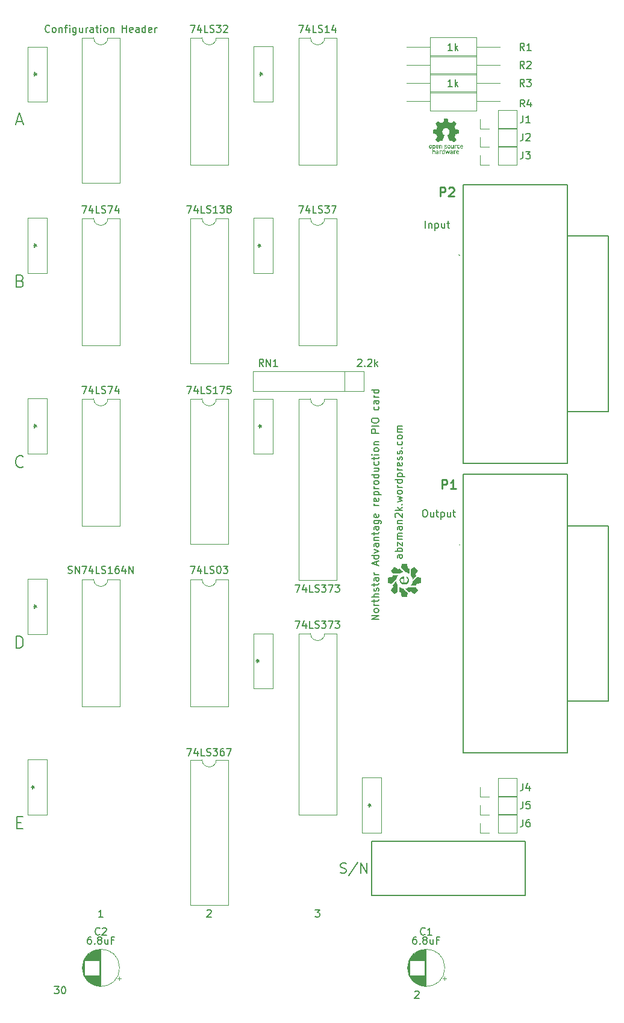
<source format=gto>
G04 #@! TF.GenerationSoftware,KiCad,Pcbnew,(6.0.0)*
G04 #@! TF.CreationDate,2022-08-18T21:51:09-04:00*
G04 #@! TF.ProjectId,Northstar PIO,4e6f7274-6873-4746-9172-2050494f2e6b,rev?*
G04 #@! TF.SameCoordinates,Original*
G04 #@! TF.FileFunction,Legend,Top*
G04 #@! TF.FilePolarity,Positive*
%FSLAX46Y46*%
G04 Gerber Fmt 4.6, Leading zero omitted, Abs format (unit mm)*
G04 Created by KiCad (PCBNEW (6.0.0)) date 2022-08-18 21:51:09*
%MOMM*%
%LPD*%
G01*
G04 APERTURE LIST*
%ADD10C,0.200000*%
%ADD11C,0.150000*%
%ADD12C,0.254000*%
%ADD13C,0.120000*%
%ADD14C,0.100000*%
%ADD15C,3.200000*%
%ADD16R,1.600000X1.600000*%
%ADD17O,1.600000X1.600000*%
%ADD18C,2.000000*%
%ADD19R,1.650000X1.650000*%
%ADD20C,1.650000*%
%ADD21C,4.800000*%
%ADD22R,1.700000X1.700000*%
%ADD23O,1.700000X1.700000*%
%ADD24R,1.700000X7.400000*%
%ADD25C,1.600000*%
G04 APERTURE END LIST*
D10*
X152135373Y-145695486D02*
X130545373Y-145695486D01*
X130545373Y-145695486D02*
X130545373Y-153315486D01*
X130545373Y-153315486D02*
X152135373Y-153315486D01*
X152135373Y-153315486D02*
X152135373Y-145695486D01*
D11*
X80651087Y-143034057D02*
X81217753Y-143034057D01*
X81460611Y-143924533D02*
X80651087Y-143924533D01*
X80651087Y-142224533D01*
X81460611Y-142224533D01*
D10*
X126138706Y-150072152D02*
X126338706Y-150138819D01*
X126672039Y-150138819D01*
X126805373Y-150072152D01*
X126872039Y-150005486D01*
X126938706Y-149872152D01*
X126938706Y-149738819D01*
X126872039Y-149605486D01*
X126805373Y-149538819D01*
X126672039Y-149472152D01*
X126405373Y-149405486D01*
X126272039Y-149338819D01*
X126205373Y-149272152D01*
X126138706Y-149138819D01*
X126138706Y-149005486D01*
X126205373Y-148872152D01*
X126272039Y-148805486D01*
X126405373Y-148738819D01*
X126738706Y-148738819D01*
X126938706Y-148805486D01*
X128538706Y-148672152D02*
X127338706Y-150472152D01*
X129005373Y-150138819D02*
X129005373Y-148738819D01*
X129805373Y-150138819D01*
X129805373Y-148738819D01*
D11*
X122592039Y-155307866D02*
X123211087Y-155307866D01*
X122877753Y-155688819D01*
X123020611Y-155688819D01*
X123115849Y-155736438D01*
X123163468Y-155784057D01*
X123211087Y-155879295D01*
X123211087Y-156117390D01*
X123163468Y-156212628D01*
X123115849Y-156260247D01*
X123020611Y-156307866D01*
X122734896Y-156307866D01*
X122639658Y-156260247D01*
X122592039Y-156212628D01*
X137930190Y-99020380D02*
X138120666Y-99020380D01*
X138215904Y-99068000D01*
X138311142Y-99163238D01*
X138358761Y-99353714D01*
X138358761Y-99687047D01*
X138311142Y-99877523D01*
X138215904Y-99972761D01*
X138120666Y-100020380D01*
X137930190Y-100020380D01*
X137834952Y-99972761D01*
X137739714Y-99877523D01*
X137692095Y-99687047D01*
X137692095Y-99353714D01*
X137739714Y-99163238D01*
X137834952Y-99068000D01*
X137930190Y-99020380D01*
X139215904Y-99353714D02*
X139215904Y-100020380D01*
X138787333Y-99353714D02*
X138787333Y-99877523D01*
X138834952Y-99972761D01*
X138930190Y-100020380D01*
X139073047Y-100020380D01*
X139168285Y-99972761D01*
X139215904Y-99925142D01*
X139549238Y-99353714D02*
X139930190Y-99353714D01*
X139692095Y-99020380D02*
X139692095Y-99877523D01*
X139739714Y-99972761D01*
X139834952Y-100020380D01*
X139930190Y-100020380D01*
X140263523Y-99353714D02*
X140263523Y-100353714D01*
X140263523Y-99401333D02*
X140358761Y-99353714D01*
X140549238Y-99353714D01*
X140644476Y-99401333D01*
X140692095Y-99448952D01*
X140739714Y-99544190D01*
X140739714Y-99829904D01*
X140692095Y-99925142D01*
X140644476Y-99972761D01*
X140549238Y-100020380D01*
X140358761Y-100020380D01*
X140263523Y-99972761D01*
X141596857Y-99353714D02*
X141596857Y-100020380D01*
X141168285Y-99353714D02*
X141168285Y-99877523D01*
X141215904Y-99972761D01*
X141311142Y-100020380D01*
X141454000Y-100020380D01*
X141549238Y-99972761D01*
X141596857Y-99925142D01*
X141930190Y-99353714D02*
X142311142Y-99353714D01*
X142073047Y-99020380D02*
X142073047Y-99877523D01*
X142120666Y-99972761D01*
X142215904Y-100020380D01*
X142311142Y-100020380D01*
X80610611Y-44378819D02*
X81420134Y-44378819D01*
X80448706Y-44864533D02*
X81015373Y-43164533D01*
X81582039Y-44864533D01*
X136609658Y-166833105D02*
X136657277Y-166785486D01*
X136752515Y-166737866D01*
X136990611Y-166737866D01*
X137085849Y-166785486D01*
X137133468Y-166833105D01*
X137181087Y-166928343D01*
X137181087Y-167023581D01*
X137133468Y-167166438D01*
X136562039Y-167737866D01*
X137181087Y-167737866D01*
X81541563Y-92962628D02*
X81460611Y-93043581D01*
X81217753Y-93124533D01*
X81055849Y-93124533D01*
X80812992Y-93043581D01*
X80651087Y-92881676D01*
X80570134Y-92719771D01*
X80489182Y-92395962D01*
X80489182Y-92153105D01*
X80570134Y-91829295D01*
X80651087Y-91667390D01*
X80812992Y-91505486D01*
X81055849Y-91424533D01*
X81217753Y-91424533D01*
X81460611Y-91505486D01*
X81541563Y-91586438D01*
X81136801Y-66834057D02*
X81379658Y-66915009D01*
X81460611Y-66995962D01*
X81541563Y-67157866D01*
X81541563Y-67400724D01*
X81460611Y-67562628D01*
X81379658Y-67643581D01*
X81217753Y-67724533D01*
X80570134Y-67724533D01*
X80570134Y-66024533D01*
X81136801Y-66024533D01*
X81298706Y-66105486D01*
X81379658Y-66186438D01*
X81460611Y-66348343D01*
X81460611Y-66510247D01*
X81379658Y-66672152D01*
X81298706Y-66753105D01*
X81136801Y-66834057D01*
X80570134Y-66834057D01*
X92731087Y-156307866D02*
X92159658Y-156307866D01*
X92445373Y-156307866D02*
X92445373Y-155307866D01*
X92350134Y-155450724D01*
X92254896Y-155545962D01*
X92159658Y-155593581D01*
X80570134Y-118524533D02*
X80570134Y-116824533D01*
X80974896Y-116824533D01*
X81217753Y-116905486D01*
X81379658Y-117067390D01*
X81460611Y-117229295D01*
X81541563Y-117553105D01*
X81541563Y-117795962D01*
X81460611Y-118119771D01*
X81379658Y-118281676D01*
X81217753Y-118443581D01*
X80974896Y-118524533D01*
X80570134Y-118524533D01*
X107399658Y-155403105D02*
X107447277Y-155355486D01*
X107542515Y-155307866D01*
X107780611Y-155307866D01*
X107875849Y-155355486D01*
X107923468Y-155403105D01*
X107971087Y-155498343D01*
X107971087Y-155593581D01*
X107923468Y-155736438D01*
X107352039Y-156307866D01*
X107971087Y-156307866D01*
X134818380Y-105377142D02*
X134294571Y-105377142D01*
X134199333Y-105424761D01*
X134151714Y-105520000D01*
X134151714Y-105710476D01*
X134199333Y-105805714D01*
X134770761Y-105377142D02*
X134818380Y-105472380D01*
X134818380Y-105710476D01*
X134770761Y-105805714D01*
X134675523Y-105853333D01*
X134580285Y-105853333D01*
X134485047Y-105805714D01*
X134437428Y-105710476D01*
X134437428Y-105472380D01*
X134389809Y-105377142D01*
X134818380Y-104900952D02*
X133818380Y-104900952D01*
X134199333Y-104900952D02*
X134151714Y-104805714D01*
X134151714Y-104615238D01*
X134199333Y-104520000D01*
X134246952Y-104472380D01*
X134342190Y-104424761D01*
X134627904Y-104424761D01*
X134723142Y-104472380D01*
X134770761Y-104520000D01*
X134818380Y-104615238D01*
X134818380Y-104805714D01*
X134770761Y-104900952D01*
X134151714Y-104091428D02*
X134151714Y-103567619D01*
X134818380Y-104091428D01*
X134818380Y-103567619D01*
X134818380Y-103186666D02*
X134151714Y-103186666D01*
X134246952Y-103186666D02*
X134199333Y-103139047D01*
X134151714Y-103043809D01*
X134151714Y-102900952D01*
X134199333Y-102805714D01*
X134294571Y-102758095D01*
X134818380Y-102758095D01*
X134294571Y-102758095D02*
X134199333Y-102710476D01*
X134151714Y-102615238D01*
X134151714Y-102472380D01*
X134199333Y-102377142D01*
X134294571Y-102329523D01*
X134818380Y-102329523D01*
X134818380Y-101424761D02*
X134294571Y-101424761D01*
X134199333Y-101472380D01*
X134151714Y-101567619D01*
X134151714Y-101758095D01*
X134199333Y-101853333D01*
X134770761Y-101424761D02*
X134818380Y-101520000D01*
X134818380Y-101758095D01*
X134770761Y-101853333D01*
X134675523Y-101900952D01*
X134580285Y-101900952D01*
X134485047Y-101853333D01*
X134437428Y-101758095D01*
X134437428Y-101520000D01*
X134389809Y-101424761D01*
X134151714Y-100948571D02*
X134818380Y-100948571D01*
X134246952Y-100948571D02*
X134199333Y-100900952D01*
X134151714Y-100805714D01*
X134151714Y-100662857D01*
X134199333Y-100567619D01*
X134294571Y-100520000D01*
X134818380Y-100520000D01*
X133913619Y-100091428D02*
X133866000Y-100043809D01*
X133818380Y-99948571D01*
X133818380Y-99710476D01*
X133866000Y-99615238D01*
X133913619Y-99567619D01*
X134008857Y-99520000D01*
X134104095Y-99520000D01*
X134246952Y-99567619D01*
X134818380Y-100139047D01*
X134818380Y-99520000D01*
X134818380Y-99091428D02*
X133818380Y-99091428D01*
X134437428Y-98996190D02*
X134818380Y-98710476D01*
X134151714Y-98710476D02*
X134532666Y-99091428D01*
X134723142Y-98281904D02*
X134770761Y-98234285D01*
X134818380Y-98281904D01*
X134770761Y-98329523D01*
X134723142Y-98281904D01*
X134818380Y-98281904D01*
X134151714Y-97900952D02*
X134818380Y-97710476D01*
X134342190Y-97520000D01*
X134818380Y-97329523D01*
X134151714Y-97139047D01*
X134818380Y-96615238D02*
X134770761Y-96710476D01*
X134723142Y-96758095D01*
X134627904Y-96805714D01*
X134342190Y-96805714D01*
X134246952Y-96758095D01*
X134199333Y-96710476D01*
X134151714Y-96615238D01*
X134151714Y-96472380D01*
X134199333Y-96377142D01*
X134246952Y-96329523D01*
X134342190Y-96281904D01*
X134627904Y-96281904D01*
X134723142Y-96329523D01*
X134770761Y-96377142D01*
X134818380Y-96472380D01*
X134818380Y-96615238D01*
X134818380Y-95853333D02*
X134151714Y-95853333D01*
X134342190Y-95853333D02*
X134246952Y-95805714D01*
X134199333Y-95758095D01*
X134151714Y-95662857D01*
X134151714Y-95567619D01*
X134818380Y-94805714D02*
X133818380Y-94805714D01*
X134770761Y-94805714D02*
X134818380Y-94900952D01*
X134818380Y-95091428D01*
X134770761Y-95186666D01*
X134723142Y-95234285D01*
X134627904Y-95281904D01*
X134342190Y-95281904D01*
X134246952Y-95234285D01*
X134199333Y-95186666D01*
X134151714Y-95091428D01*
X134151714Y-94900952D01*
X134199333Y-94805714D01*
X134151714Y-94329523D02*
X135151714Y-94329523D01*
X134199333Y-94329523D02*
X134151714Y-94234285D01*
X134151714Y-94043809D01*
X134199333Y-93948571D01*
X134246952Y-93900952D01*
X134342190Y-93853333D01*
X134627904Y-93853333D01*
X134723142Y-93900952D01*
X134770761Y-93948571D01*
X134818380Y-94043809D01*
X134818380Y-94234285D01*
X134770761Y-94329523D01*
X134818380Y-93424761D02*
X134151714Y-93424761D01*
X134342190Y-93424761D02*
X134246952Y-93377142D01*
X134199333Y-93329523D01*
X134151714Y-93234285D01*
X134151714Y-93139047D01*
X134770761Y-92424761D02*
X134818380Y-92520000D01*
X134818380Y-92710476D01*
X134770761Y-92805714D01*
X134675523Y-92853333D01*
X134294571Y-92853333D01*
X134199333Y-92805714D01*
X134151714Y-92710476D01*
X134151714Y-92520000D01*
X134199333Y-92424761D01*
X134294571Y-92377142D01*
X134389809Y-92377142D01*
X134485047Y-92853333D01*
X134770761Y-91996190D02*
X134818380Y-91900952D01*
X134818380Y-91710476D01*
X134770761Y-91615238D01*
X134675523Y-91567619D01*
X134627904Y-91567619D01*
X134532666Y-91615238D01*
X134485047Y-91710476D01*
X134485047Y-91853333D01*
X134437428Y-91948571D01*
X134342190Y-91996190D01*
X134294571Y-91996190D01*
X134199333Y-91948571D01*
X134151714Y-91853333D01*
X134151714Y-91710476D01*
X134199333Y-91615238D01*
X134770761Y-91186666D02*
X134818380Y-91091428D01*
X134818380Y-90900952D01*
X134770761Y-90805714D01*
X134675523Y-90758095D01*
X134627904Y-90758095D01*
X134532666Y-90805714D01*
X134485047Y-90900952D01*
X134485047Y-91043809D01*
X134437428Y-91139047D01*
X134342190Y-91186666D01*
X134294571Y-91186666D01*
X134199333Y-91139047D01*
X134151714Y-91043809D01*
X134151714Y-90900952D01*
X134199333Y-90805714D01*
X134723142Y-90329523D02*
X134770761Y-90281904D01*
X134818380Y-90329523D01*
X134770761Y-90377142D01*
X134723142Y-90329523D01*
X134818380Y-90329523D01*
X134770761Y-89424761D02*
X134818380Y-89520000D01*
X134818380Y-89710476D01*
X134770761Y-89805714D01*
X134723142Y-89853333D01*
X134627904Y-89900952D01*
X134342190Y-89900952D01*
X134246952Y-89853333D01*
X134199333Y-89805714D01*
X134151714Y-89710476D01*
X134151714Y-89520000D01*
X134199333Y-89424761D01*
X134818380Y-88853333D02*
X134770761Y-88948571D01*
X134723142Y-88996190D01*
X134627904Y-89043809D01*
X134342190Y-89043809D01*
X134246952Y-88996190D01*
X134199333Y-88948571D01*
X134151714Y-88853333D01*
X134151714Y-88710476D01*
X134199333Y-88615238D01*
X134246952Y-88567619D01*
X134342190Y-88520000D01*
X134627904Y-88520000D01*
X134723142Y-88567619D01*
X134770761Y-88615238D01*
X134818380Y-88710476D01*
X134818380Y-88853333D01*
X134818380Y-88091428D02*
X134151714Y-88091428D01*
X134246952Y-88091428D02*
X134199333Y-88043809D01*
X134151714Y-87948571D01*
X134151714Y-87805714D01*
X134199333Y-87710476D01*
X134294571Y-87662857D01*
X134818380Y-87662857D01*
X134294571Y-87662857D02*
X134199333Y-87615238D01*
X134151714Y-87520000D01*
X134151714Y-87377142D01*
X134199333Y-87281904D01*
X134294571Y-87234285D01*
X134818380Y-87234285D01*
X85920849Y-166102866D02*
X86539896Y-166102866D01*
X86206563Y-166483819D01*
X86349420Y-166483819D01*
X86444658Y-166531438D01*
X86492277Y-166579057D01*
X86539896Y-166674295D01*
X86539896Y-166912390D01*
X86492277Y-167007628D01*
X86444658Y-167055247D01*
X86349420Y-167102866D01*
X86063706Y-167102866D01*
X85968468Y-167055247D01*
X85920849Y-167007628D01*
X87158944Y-166102866D02*
X87254182Y-166102866D01*
X87349420Y-166150486D01*
X87397039Y-166198105D01*
X87444658Y-166293343D01*
X87492277Y-166483819D01*
X87492277Y-166721914D01*
X87444658Y-166912390D01*
X87397039Y-167007628D01*
X87349420Y-167055247D01*
X87254182Y-167102866D01*
X87158944Y-167102866D01*
X87063706Y-167055247D01*
X87016087Y-167007628D01*
X86968468Y-166912390D01*
X86920849Y-166721914D01*
X86920849Y-166483819D01*
X86968468Y-166293343D01*
X87016087Y-166198105D01*
X87063706Y-166150486D01*
X87158944Y-166102866D01*
X131516380Y-114464666D02*
X130516380Y-114464666D01*
X131516380Y-113893238D01*
X130516380Y-113893238D01*
X131516380Y-113274190D02*
X131468761Y-113369428D01*
X131421142Y-113417047D01*
X131325904Y-113464666D01*
X131040190Y-113464666D01*
X130944952Y-113417047D01*
X130897333Y-113369428D01*
X130849714Y-113274190D01*
X130849714Y-113131333D01*
X130897333Y-113036095D01*
X130944952Y-112988476D01*
X131040190Y-112940857D01*
X131325904Y-112940857D01*
X131421142Y-112988476D01*
X131468761Y-113036095D01*
X131516380Y-113131333D01*
X131516380Y-113274190D01*
X131516380Y-112512285D02*
X130849714Y-112512285D01*
X131040190Y-112512285D02*
X130944952Y-112464666D01*
X130897333Y-112417047D01*
X130849714Y-112321809D01*
X130849714Y-112226571D01*
X130849714Y-112036095D02*
X130849714Y-111655142D01*
X130516380Y-111893238D02*
X131373523Y-111893238D01*
X131468761Y-111845619D01*
X131516380Y-111750380D01*
X131516380Y-111655142D01*
X131516380Y-111321809D02*
X130516380Y-111321809D01*
X131516380Y-110893238D02*
X130992571Y-110893238D01*
X130897333Y-110940857D01*
X130849714Y-111036095D01*
X130849714Y-111178952D01*
X130897333Y-111274190D01*
X130944952Y-111321809D01*
X131468761Y-110464666D02*
X131516380Y-110369428D01*
X131516380Y-110178952D01*
X131468761Y-110083714D01*
X131373523Y-110036095D01*
X131325904Y-110036095D01*
X131230666Y-110083714D01*
X131183047Y-110178952D01*
X131183047Y-110321809D01*
X131135428Y-110417047D01*
X131040190Y-110464666D01*
X130992571Y-110464666D01*
X130897333Y-110417047D01*
X130849714Y-110321809D01*
X130849714Y-110178952D01*
X130897333Y-110083714D01*
X130849714Y-109750380D02*
X130849714Y-109369428D01*
X130516380Y-109607523D02*
X131373523Y-109607523D01*
X131468761Y-109559904D01*
X131516380Y-109464666D01*
X131516380Y-109369428D01*
X131516380Y-108607523D02*
X130992571Y-108607523D01*
X130897333Y-108655142D01*
X130849714Y-108750380D01*
X130849714Y-108940857D01*
X130897333Y-109036095D01*
X131468761Y-108607523D02*
X131516380Y-108702761D01*
X131516380Y-108940857D01*
X131468761Y-109036095D01*
X131373523Y-109083714D01*
X131278285Y-109083714D01*
X131183047Y-109036095D01*
X131135428Y-108940857D01*
X131135428Y-108702761D01*
X131087809Y-108607523D01*
X131516380Y-108131333D02*
X130849714Y-108131333D01*
X131040190Y-108131333D02*
X130944952Y-108083714D01*
X130897333Y-108036095D01*
X130849714Y-107940857D01*
X130849714Y-107845619D01*
X131230666Y-106798000D02*
X131230666Y-106321809D01*
X131516380Y-106893238D02*
X130516380Y-106559904D01*
X131516380Y-106226571D01*
X131516380Y-105464666D02*
X130516380Y-105464666D01*
X131468761Y-105464666D02*
X131516380Y-105559904D01*
X131516380Y-105750380D01*
X131468761Y-105845619D01*
X131421142Y-105893238D01*
X131325904Y-105940857D01*
X131040190Y-105940857D01*
X130944952Y-105893238D01*
X130897333Y-105845619D01*
X130849714Y-105750380D01*
X130849714Y-105559904D01*
X130897333Y-105464666D01*
X130849714Y-105083714D02*
X131516380Y-104845619D01*
X130849714Y-104607523D01*
X131516380Y-103798000D02*
X130992571Y-103798000D01*
X130897333Y-103845619D01*
X130849714Y-103940857D01*
X130849714Y-104131333D01*
X130897333Y-104226571D01*
X131468761Y-103798000D02*
X131516380Y-103893238D01*
X131516380Y-104131333D01*
X131468761Y-104226571D01*
X131373523Y-104274190D01*
X131278285Y-104274190D01*
X131183047Y-104226571D01*
X131135428Y-104131333D01*
X131135428Y-103893238D01*
X131087809Y-103798000D01*
X130849714Y-103321809D02*
X131516380Y-103321809D01*
X130944952Y-103321809D02*
X130897333Y-103274190D01*
X130849714Y-103178952D01*
X130849714Y-103036095D01*
X130897333Y-102940857D01*
X130992571Y-102893238D01*
X131516380Y-102893238D01*
X130849714Y-102559904D02*
X130849714Y-102178952D01*
X130516380Y-102417047D02*
X131373523Y-102417047D01*
X131468761Y-102369428D01*
X131516380Y-102274190D01*
X131516380Y-102178952D01*
X131516380Y-101417047D02*
X130992571Y-101417047D01*
X130897333Y-101464666D01*
X130849714Y-101559904D01*
X130849714Y-101750380D01*
X130897333Y-101845619D01*
X131468761Y-101417047D02*
X131516380Y-101512285D01*
X131516380Y-101750380D01*
X131468761Y-101845619D01*
X131373523Y-101893238D01*
X131278285Y-101893238D01*
X131183047Y-101845619D01*
X131135428Y-101750380D01*
X131135428Y-101512285D01*
X131087809Y-101417047D01*
X130849714Y-100512285D02*
X131659238Y-100512285D01*
X131754476Y-100559904D01*
X131802095Y-100607523D01*
X131849714Y-100702761D01*
X131849714Y-100845619D01*
X131802095Y-100940857D01*
X131468761Y-100512285D02*
X131516380Y-100607523D01*
X131516380Y-100798000D01*
X131468761Y-100893238D01*
X131421142Y-100940857D01*
X131325904Y-100988476D01*
X131040190Y-100988476D01*
X130944952Y-100940857D01*
X130897333Y-100893238D01*
X130849714Y-100798000D01*
X130849714Y-100607523D01*
X130897333Y-100512285D01*
X131468761Y-99655142D02*
X131516380Y-99750380D01*
X131516380Y-99940857D01*
X131468761Y-100036095D01*
X131373523Y-100083714D01*
X130992571Y-100083714D01*
X130897333Y-100036095D01*
X130849714Y-99940857D01*
X130849714Y-99750380D01*
X130897333Y-99655142D01*
X130992571Y-99607523D01*
X131087809Y-99607523D01*
X131183047Y-100083714D01*
X131516380Y-98417047D02*
X130849714Y-98417047D01*
X131040190Y-98417047D02*
X130944952Y-98369428D01*
X130897333Y-98321809D01*
X130849714Y-98226571D01*
X130849714Y-98131333D01*
X131468761Y-97417047D02*
X131516380Y-97512285D01*
X131516380Y-97702761D01*
X131468761Y-97798000D01*
X131373523Y-97845619D01*
X130992571Y-97845619D01*
X130897333Y-97798000D01*
X130849714Y-97702761D01*
X130849714Y-97512285D01*
X130897333Y-97417047D01*
X130992571Y-97369428D01*
X131087809Y-97369428D01*
X131183047Y-97845619D01*
X130849714Y-96940857D02*
X131849714Y-96940857D01*
X130897333Y-96940857D02*
X130849714Y-96845619D01*
X130849714Y-96655142D01*
X130897333Y-96559904D01*
X130944952Y-96512285D01*
X131040190Y-96464666D01*
X131325904Y-96464666D01*
X131421142Y-96512285D01*
X131468761Y-96559904D01*
X131516380Y-96655142D01*
X131516380Y-96845619D01*
X131468761Y-96940857D01*
X131516380Y-96036095D02*
X130849714Y-96036095D01*
X131040190Y-96036095D02*
X130944952Y-95988476D01*
X130897333Y-95940857D01*
X130849714Y-95845619D01*
X130849714Y-95750380D01*
X131516380Y-95274190D02*
X131468761Y-95369428D01*
X131421142Y-95417047D01*
X131325904Y-95464666D01*
X131040190Y-95464666D01*
X130944952Y-95417047D01*
X130897333Y-95369428D01*
X130849714Y-95274190D01*
X130849714Y-95131333D01*
X130897333Y-95036095D01*
X130944952Y-94988476D01*
X131040190Y-94940857D01*
X131325904Y-94940857D01*
X131421142Y-94988476D01*
X131468761Y-95036095D01*
X131516380Y-95131333D01*
X131516380Y-95274190D01*
X131516380Y-94083714D02*
X130516380Y-94083714D01*
X131468761Y-94083714D02*
X131516380Y-94178952D01*
X131516380Y-94369428D01*
X131468761Y-94464666D01*
X131421142Y-94512285D01*
X131325904Y-94559904D01*
X131040190Y-94559904D01*
X130944952Y-94512285D01*
X130897333Y-94464666D01*
X130849714Y-94369428D01*
X130849714Y-94178952D01*
X130897333Y-94083714D01*
X130849714Y-93178952D02*
X131516380Y-93178952D01*
X130849714Y-93607523D02*
X131373523Y-93607523D01*
X131468761Y-93559904D01*
X131516380Y-93464666D01*
X131516380Y-93321809D01*
X131468761Y-93226571D01*
X131421142Y-93178952D01*
X131468761Y-92274190D02*
X131516380Y-92369428D01*
X131516380Y-92559904D01*
X131468761Y-92655142D01*
X131421142Y-92702761D01*
X131325904Y-92750380D01*
X131040190Y-92750380D01*
X130944952Y-92702761D01*
X130897333Y-92655142D01*
X130849714Y-92559904D01*
X130849714Y-92369428D01*
X130897333Y-92274190D01*
X130849714Y-91988476D02*
X130849714Y-91607523D01*
X130516380Y-91845619D02*
X131373523Y-91845619D01*
X131468761Y-91798000D01*
X131516380Y-91702761D01*
X131516380Y-91607523D01*
X131516380Y-91274190D02*
X130849714Y-91274190D01*
X130516380Y-91274190D02*
X130564000Y-91321809D01*
X130611619Y-91274190D01*
X130564000Y-91226571D01*
X130516380Y-91274190D01*
X130611619Y-91274190D01*
X131516380Y-90655142D02*
X131468761Y-90750380D01*
X131421142Y-90798000D01*
X131325904Y-90845619D01*
X131040190Y-90845619D01*
X130944952Y-90798000D01*
X130897333Y-90750380D01*
X130849714Y-90655142D01*
X130849714Y-90512285D01*
X130897333Y-90417047D01*
X130944952Y-90369428D01*
X131040190Y-90321809D01*
X131325904Y-90321809D01*
X131421142Y-90369428D01*
X131468761Y-90417047D01*
X131516380Y-90512285D01*
X131516380Y-90655142D01*
X130849714Y-89893238D02*
X131516380Y-89893238D01*
X130944952Y-89893238D02*
X130897333Y-89845619D01*
X130849714Y-89750380D01*
X130849714Y-89607523D01*
X130897333Y-89512285D01*
X130992571Y-89464666D01*
X131516380Y-89464666D01*
X131516380Y-88226571D02*
X130516380Y-88226571D01*
X130516380Y-87845619D01*
X130564000Y-87750380D01*
X130611619Y-87702761D01*
X130706857Y-87655142D01*
X130849714Y-87655142D01*
X130944952Y-87702761D01*
X130992571Y-87750380D01*
X131040190Y-87845619D01*
X131040190Y-88226571D01*
X131516380Y-87226571D02*
X130516380Y-87226571D01*
X130516380Y-86559904D02*
X130516380Y-86369428D01*
X130564000Y-86274190D01*
X130659238Y-86178952D01*
X130849714Y-86131333D01*
X131183047Y-86131333D01*
X131373523Y-86178952D01*
X131468761Y-86274190D01*
X131516380Y-86369428D01*
X131516380Y-86559904D01*
X131468761Y-86655142D01*
X131373523Y-86750380D01*
X131183047Y-86798000D01*
X130849714Y-86798000D01*
X130659238Y-86750380D01*
X130564000Y-86655142D01*
X130516380Y-86559904D01*
X131468761Y-84512285D02*
X131516380Y-84607523D01*
X131516380Y-84798000D01*
X131468761Y-84893238D01*
X131421142Y-84940857D01*
X131325904Y-84988476D01*
X131040190Y-84988476D01*
X130944952Y-84940857D01*
X130897333Y-84893238D01*
X130849714Y-84798000D01*
X130849714Y-84607523D01*
X130897333Y-84512285D01*
X131516380Y-83655142D02*
X130992571Y-83655142D01*
X130897333Y-83702761D01*
X130849714Y-83798000D01*
X130849714Y-83988476D01*
X130897333Y-84083714D01*
X131468761Y-83655142D02*
X131516380Y-83750380D01*
X131516380Y-83988476D01*
X131468761Y-84083714D01*
X131373523Y-84131333D01*
X131278285Y-84131333D01*
X131183047Y-84083714D01*
X131135428Y-83988476D01*
X131135428Y-83750380D01*
X131087809Y-83655142D01*
X131516380Y-83178952D02*
X130849714Y-83178952D01*
X131040190Y-83178952D02*
X130944952Y-83131333D01*
X130897333Y-83083714D01*
X130849714Y-82988476D01*
X130849714Y-82893238D01*
X131516380Y-82131333D02*
X130516380Y-82131333D01*
X131468761Y-82131333D02*
X131516380Y-82226571D01*
X131516380Y-82417047D01*
X131468761Y-82512285D01*
X131421142Y-82559904D01*
X131325904Y-82607523D01*
X131040190Y-82607523D01*
X130944952Y-82559904D01*
X130897333Y-82512285D01*
X130849714Y-82417047D01*
X130849714Y-82226571D01*
X130897333Y-82131333D01*
X138057142Y-59380380D02*
X138057142Y-58380380D01*
X138533333Y-58713714D02*
X138533333Y-59380380D01*
X138533333Y-58808952D02*
X138580952Y-58761333D01*
X138676190Y-58713714D01*
X138819047Y-58713714D01*
X138914285Y-58761333D01*
X138961904Y-58856571D01*
X138961904Y-59380380D01*
X139438095Y-58713714D02*
X139438095Y-59713714D01*
X139438095Y-58761333D02*
X139533333Y-58713714D01*
X139723809Y-58713714D01*
X139819047Y-58761333D01*
X139866666Y-58808952D01*
X139914285Y-58904190D01*
X139914285Y-59189904D01*
X139866666Y-59285142D01*
X139819047Y-59332761D01*
X139723809Y-59380380D01*
X139533333Y-59380380D01*
X139438095Y-59332761D01*
X140771428Y-58713714D02*
X140771428Y-59380380D01*
X140342857Y-58713714D02*
X140342857Y-59237523D01*
X140390476Y-59332761D01*
X140485714Y-59380380D01*
X140628571Y-59380380D01*
X140723809Y-59332761D01*
X140771428Y-59285142D01*
X141104761Y-58713714D02*
X141485714Y-58713714D01*
X141247619Y-58380380D02*
X141247619Y-59237523D01*
X141295238Y-59332761D01*
X141390476Y-59380380D01*
X141485714Y-59380380D01*
X104566325Y-81647866D02*
X105232992Y-81647866D01*
X104804420Y-82647866D01*
X106042515Y-81981200D02*
X106042515Y-82647866D01*
X105804420Y-81600247D02*
X105566325Y-82314533D01*
X106185373Y-82314533D01*
X107042515Y-82647866D02*
X106566325Y-82647866D01*
X106566325Y-81647866D01*
X107328230Y-82600247D02*
X107471087Y-82647866D01*
X107709182Y-82647866D01*
X107804420Y-82600247D01*
X107852039Y-82552628D01*
X107899658Y-82457390D01*
X107899658Y-82362152D01*
X107852039Y-82266914D01*
X107804420Y-82219295D01*
X107709182Y-82171676D01*
X107518706Y-82124057D01*
X107423468Y-82076438D01*
X107375849Y-82028819D01*
X107328230Y-81933581D01*
X107328230Y-81838343D01*
X107375849Y-81743105D01*
X107423468Y-81695486D01*
X107518706Y-81647866D01*
X107756801Y-81647866D01*
X107899658Y-81695486D01*
X108852039Y-82647866D02*
X108280611Y-82647866D01*
X108566325Y-82647866D02*
X108566325Y-81647866D01*
X108471087Y-81790724D01*
X108375849Y-81885962D01*
X108280611Y-81933581D01*
X109185373Y-81647866D02*
X109852039Y-81647866D01*
X109423468Y-82647866D01*
X110709182Y-81647866D02*
X110232992Y-81647866D01*
X110185373Y-82124057D01*
X110232992Y-82076438D01*
X110328230Y-82028819D01*
X110566325Y-82028819D01*
X110661563Y-82076438D01*
X110709182Y-82124057D01*
X110756801Y-82219295D01*
X110756801Y-82457390D01*
X110709182Y-82552628D01*
X110661563Y-82600247D01*
X110566325Y-82647866D01*
X110328230Y-82647866D01*
X110232992Y-82600247D01*
X110185373Y-82552628D01*
X119806325Y-114667866D02*
X120472992Y-114667866D01*
X120044420Y-115667866D01*
X121282515Y-115001200D02*
X121282515Y-115667866D01*
X121044420Y-114620247D02*
X120806325Y-115334533D01*
X121425373Y-115334533D01*
X122282515Y-115667866D02*
X121806325Y-115667866D01*
X121806325Y-114667866D01*
X122568230Y-115620247D02*
X122711087Y-115667866D01*
X122949182Y-115667866D01*
X123044420Y-115620247D01*
X123092039Y-115572628D01*
X123139658Y-115477390D01*
X123139658Y-115382152D01*
X123092039Y-115286914D01*
X123044420Y-115239295D01*
X122949182Y-115191676D01*
X122758706Y-115144057D01*
X122663468Y-115096438D01*
X122615849Y-115048819D01*
X122568230Y-114953581D01*
X122568230Y-114858343D01*
X122615849Y-114763105D01*
X122663468Y-114715486D01*
X122758706Y-114667866D01*
X122996801Y-114667866D01*
X123139658Y-114715486D01*
X123472992Y-114667866D02*
X124092039Y-114667866D01*
X123758706Y-115048819D01*
X123901563Y-115048819D01*
X123996801Y-115096438D01*
X124044420Y-115144057D01*
X124092039Y-115239295D01*
X124092039Y-115477390D01*
X124044420Y-115572628D01*
X123996801Y-115620247D01*
X123901563Y-115667866D01*
X123615849Y-115667866D01*
X123520611Y-115620247D01*
X123472992Y-115572628D01*
X124425373Y-114667866D02*
X125092039Y-114667866D01*
X124663468Y-115667866D01*
X125377753Y-114667866D02*
X125996801Y-114667866D01*
X125663468Y-115048819D01*
X125806325Y-115048819D01*
X125901563Y-115096438D01*
X125949182Y-115144057D01*
X125996801Y-115239295D01*
X125996801Y-115477390D01*
X125949182Y-115572628D01*
X125901563Y-115620247D01*
X125806325Y-115667866D01*
X125520611Y-115667866D01*
X125425373Y-115620247D01*
X125377753Y-115572628D01*
X87850134Y-107922247D02*
X87992992Y-107969866D01*
X88231087Y-107969866D01*
X88326325Y-107922247D01*
X88373944Y-107874628D01*
X88421563Y-107779390D01*
X88421563Y-107684152D01*
X88373944Y-107588914D01*
X88326325Y-107541295D01*
X88231087Y-107493676D01*
X88040611Y-107446057D01*
X87945373Y-107398438D01*
X87897753Y-107350819D01*
X87850134Y-107255581D01*
X87850134Y-107160343D01*
X87897753Y-107065105D01*
X87945373Y-107017486D01*
X88040611Y-106969866D01*
X88278706Y-106969866D01*
X88421563Y-107017486D01*
X88850134Y-107969866D02*
X88850134Y-106969866D01*
X89421563Y-107969866D01*
X89421563Y-106969866D01*
X89802515Y-106969866D02*
X90469182Y-106969866D01*
X90040611Y-107969866D01*
X91278706Y-107303200D02*
X91278706Y-107969866D01*
X91040611Y-106922247D02*
X90802515Y-107636533D01*
X91421563Y-107636533D01*
X92278706Y-107969866D02*
X91802515Y-107969866D01*
X91802515Y-106969866D01*
X92564420Y-107922247D02*
X92707277Y-107969866D01*
X92945373Y-107969866D01*
X93040611Y-107922247D01*
X93088230Y-107874628D01*
X93135849Y-107779390D01*
X93135849Y-107684152D01*
X93088230Y-107588914D01*
X93040611Y-107541295D01*
X92945373Y-107493676D01*
X92754896Y-107446057D01*
X92659658Y-107398438D01*
X92612039Y-107350819D01*
X92564420Y-107255581D01*
X92564420Y-107160343D01*
X92612039Y-107065105D01*
X92659658Y-107017486D01*
X92754896Y-106969866D01*
X92992992Y-106969866D01*
X93135849Y-107017486D01*
X94088230Y-107969866D02*
X93516801Y-107969866D01*
X93802515Y-107969866D02*
X93802515Y-106969866D01*
X93707277Y-107112724D01*
X93612039Y-107207962D01*
X93516801Y-107255581D01*
X94945373Y-106969866D02*
X94754896Y-106969866D01*
X94659658Y-107017486D01*
X94612039Y-107065105D01*
X94516801Y-107207962D01*
X94469182Y-107398438D01*
X94469182Y-107779390D01*
X94516801Y-107874628D01*
X94564420Y-107922247D01*
X94659658Y-107969866D01*
X94850134Y-107969866D01*
X94945373Y-107922247D01*
X94992992Y-107874628D01*
X95040611Y-107779390D01*
X95040611Y-107541295D01*
X94992992Y-107446057D01*
X94945373Y-107398438D01*
X94850134Y-107350819D01*
X94659658Y-107350819D01*
X94564420Y-107398438D01*
X94516801Y-107446057D01*
X94469182Y-107541295D01*
X95897753Y-107303200D02*
X95897753Y-107969866D01*
X95659658Y-106922247D02*
X95421563Y-107636533D01*
X96040611Y-107636533D01*
X96421563Y-107969866D02*
X96421563Y-106969866D01*
X96992992Y-107969866D01*
X96992992Y-106969866D01*
X119806325Y-109587866D02*
X120472992Y-109587866D01*
X120044420Y-110587866D01*
X121282515Y-109921200D02*
X121282515Y-110587866D01*
X121044420Y-109540247D02*
X120806325Y-110254533D01*
X121425373Y-110254533D01*
X122282515Y-110587866D02*
X121806325Y-110587866D01*
X121806325Y-109587866D01*
X122568230Y-110540247D02*
X122711087Y-110587866D01*
X122949182Y-110587866D01*
X123044420Y-110540247D01*
X123092039Y-110492628D01*
X123139658Y-110397390D01*
X123139658Y-110302152D01*
X123092039Y-110206914D01*
X123044420Y-110159295D01*
X122949182Y-110111676D01*
X122758706Y-110064057D01*
X122663468Y-110016438D01*
X122615849Y-109968819D01*
X122568230Y-109873581D01*
X122568230Y-109778343D01*
X122615849Y-109683105D01*
X122663468Y-109635486D01*
X122758706Y-109587866D01*
X122996801Y-109587866D01*
X123139658Y-109635486D01*
X123472992Y-109587866D02*
X124092039Y-109587866D01*
X123758706Y-109968819D01*
X123901563Y-109968819D01*
X123996801Y-110016438D01*
X124044420Y-110064057D01*
X124092039Y-110159295D01*
X124092039Y-110397390D01*
X124044420Y-110492628D01*
X123996801Y-110540247D01*
X123901563Y-110587866D01*
X123615849Y-110587866D01*
X123520611Y-110540247D01*
X123472992Y-110492628D01*
X124425373Y-109587866D02*
X125092039Y-109587866D01*
X124663468Y-110587866D01*
X125377753Y-109587866D02*
X125996801Y-109587866D01*
X125663468Y-109968819D01*
X125806325Y-109968819D01*
X125901563Y-110016438D01*
X125949182Y-110064057D01*
X125996801Y-110159295D01*
X125996801Y-110397390D01*
X125949182Y-110492628D01*
X125901563Y-110540247D01*
X125806325Y-110587866D01*
X125520611Y-110587866D01*
X125425373Y-110540247D01*
X125377753Y-110492628D01*
X105042515Y-30847866D02*
X105709182Y-30847866D01*
X105280611Y-31847866D01*
X106518706Y-31181200D02*
X106518706Y-31847866D01*
X106280611Y-30800247D02*
X106042515Y-31514533D01*
X106661563Y-31514533D01*
X107518706Y-31847866D02*
X107042515Y-31847866D01*
X107042515Y-30847866D01*
X107804420Y-31800247D02*
X107947277Y-31847866D01*
X108185373Y-31847866D01*
X108280611Y-31800247D01*
X108328230Y-31752628D01*
X108375849Y-31657390D01*
X108375849Y-31562152D01*
X108328230Y-31466914D01*
X108280611Y-31419295D01*
X108185373Y-31371676D01*
X107994896Y-31324057D01*
X107899658Y-31276438D01*
X107852039Y-31228819D01*
X107804420Y-31133581D01*
X107804420Y-31038343D01*
X107852039Y-30943105D01*
X107899658Y-30895486D01*
X107994896Y-30847866D01*
X108232992Y-30847866D01*
X108375849Y-30895486D01*
X108709182Y-30847866D02*
X109328230Y-30847866D01*
X108994896Y-31228819D01*
X109137753Y-31228819D01*
X109232992Y-31276438D01*
X109280611Y-31324057D01*
X109328230Y-31419295D01*
X109328230Y-31657390D01*
X109280611Y-31752628D01*
X109232992Y-31800247D01*
X109137753Y-31847866D01*
X108852039Y-31847866D01*
X108756801Y-31800247D01*
X108709182Y-31752628D01*
X109709182Y-30943105D02*
X109756801Y-30895486D01*
X109852039Y-30847866D01*
X110090134Y-30847866D01*
X110185373Y-30895486D01*
X110232992Y-30943105D01*
X110280611Y-31038343D01*
X110280611Y-31133581D01*
X110232992Y-31276438D01*
X109661563Y-31847866D01*
X110280611Y-31847866D01*
X82717753Y-138035486D02*
X82955849Y-138035486D01*
X82860611Y-138273581D02*
X82955849Y-138035486D01*
X82860611Y-137797390D01*
X83146325Y-138178343D02*
X82955849Y-138035486D01*
X83146325Y-137892628D01*
D12*
X140159619Y-54930523D02*
X140159619Y-53660523D01*
X140643428Y-53660523D01*
X140764380Y-53721000D01*
X140824857Y-53781476D01*
X140885333Y-53902428D01*
X140885333Y-54083857D01*
X140824857Y-54204809D01*
X140764380Y-54265285D01*
X140643428Y-54325761D01*
X140159619Y-54325761D01*
X141369142Y-53781476D02*
X141429619Y-53721000D01*
X141550571Y-53660523D01*
X141852952Y-53660523D01*
X141973904Y-53721000D01*
X142034380Y-53781476D01*
X142094857Y-53902428D01*
X142094857Y-54023380D01*
X142034380Y-54204809D01*
X141308666Y-54930523D01*
X142094857Y-54930523D01*
D11*
X151802039Y-137527866D02*
X151802039Y-138242152D01*
X151754420Y-138385009D01*
X151659182Y-138480247D01*
X151516325Y-138527866D01*
X151421087Y-138527866D01*
X152706801Y-137861200D02*
X152706801Y-138527866D01*
X152468706Y-137480247D02*
X152230611Y-138194533D01*
X152849658Y-138194533D01*
X114301753Y-120295486D02*
X114539849Y-120295486D01*
X114444611Y-120533581D02*
X114539849Y-120295486D01*
X114444611Y-120057390D01*
X114730325Y-120438343D02*
X114539849Y-120295486D01*
X114730325Y-120152628D01*
X114757753Y-37705486D02*
X114995849Y-37705486D01*
X114900611Y-37943581D02*
X114995849Y-37705486D01*
X114900611Y-37467390D01*
X115186325Y-37848343D02*
X114995849Y-37705486D01*
X115186325Y-37562628D01*
X114555528Y-61835486D02*
X114793624Y-61835486D01*
X114698386Y-62073581D02*
X114793624Y-61835486D01*
X114698386Y-61597390D01*
X114984100Y-61978343D02*
X114793624Y-61835486D01*
X114984100Y-61692628D01*
X104566325Y-56247866D02*
X105232992Y-56247866D01*
X104804420Y-57247866D01*
X106042515Y-56581200D02*
X106042515Y-57247866D01*
X105804420Y-56200247D02*
X105566325Y-56914533D01*
X106185373Y-56914533D01*
X107042515Y-57247866D02*
X106566325Y-57247866D01*
X106566325Y-56247866D01*
X107328230Y-57200247D02*
X107471087Y-57247866D01*
X107709182Y-57247866D01*
X107804420Y-57200247D01*
X107852039Y-57152628D01*
X107899658Y-57057390D01*
X107899658Y-56962152D01*
X107852039Y-56866914D01*
X107804420Y-56819295D01*
X107709182Y-56771676D01*
X107518706Y-56724057D01*
X107423468Y-56676438D01*
X107375849Y-56628819D01*
X107328230Y-56533581D01*
X107328230Y-56438343D01*
X107375849Y-56343105D01*
X107423468Y-56295486D01*
X107518706Y-56247866D01*
X107756801Y-56247866D01*
X107899658Y-56295486D01*
X108852039Y-57247866D02*
X108280611Y-57247866D01*
X108566325Y-57247866D02*
X108566325Y-56247866D01*
X108471087Y-56390724D01*
X108375849Y-56485962D01*
X108280611Y-56533581D01*
X109185373Y-56247866D02*
X109804420Y-56247866D01*
X109471087Y-56628819D01*
X109613944Y-56628819D01*
X109709182Y-56676438D01*
X109756801Y-56724057D01*
X109804420Y-56819295D01*
X109804420Y-57057390D01*
X109756801Y-57152628D01*
X109709182Y-57200247D01*
X109613944Y-57247866D01*
X109328230Y-57247866D01*
X109232992Y-57200247D01*
X109185373Y-57152628D01*
X110375849Y-56676438D02*
X110280611Y-56628819D01*
X110232992Y-56581200D01*
X110185373Y-56485962D01*
X110185373Y-56438343D01*
X110232992Y-56343105D01*
X110280611Y-56295486D01*
X110375849Y-56247866D01*
X110566325Y-56247866D01*
X110661563Y-56295486D01*
X110709182Y-56343105D01*
X110756801Y-56438343D01*
X110756801Y-56485962D01*
X110709182Y-56581200D01*
X110661563Y-56628819D01*
X110566325Y-56676438D01*
X110375849Y-56676438D01*
X110280611Y-56724057D01*
X110232992Y-56771676D01*
X110185373Y-56866914D01*
X110185373Y-57057390D01*
X110232992Y-57152628D01*
X110280611Y-57200247D01*
X110375849Y-57247866D01*
X110566325Y-57247866D01*
X110661563Y-57200247D01*
X110709182Y-57152628D01*
X110756801Y-57057390D01*
X110756801Y-56866914D01*
X110709182Y-56771676D01*
X110661563Y-56724057D01*
X110566325Y-56676438D01*
X120282515Y-30847866D02*
X120949182Y-30847866D01*
X120520611Y-31847866D01*
X121758706Y-31181200D02*
X121758706Y-31847866D01*
X121520611Y-30800247D02*
X121282515Y-31514533D01*
X121901563Y-31514533D01*
X122758706Y-31847866D02*
X122282515Y-31847866D01*
X122282515Y-30847866D01*
X123044420Y-31800247D02*
X123187277Y-31847866D01*
X123425373Y-31847866D01*
X123520611Y-31800247D01*
X123568230Y-31752628D01*
X123615849Y-31657390D01*
X123615849Y-31562152D01*
X123568230Y-31466914D01*
X123520611Y-31419295D01*
X123425373Y-31371676D01*
X123234896Y-31324057D01*
X123139658Y-31276438D01*
X123092039Y-31228819D01*
X123044420Y-31133581D01*
X123044420Y-31038343D01*
X123092039Y-30943105D01*
X123139658Y-30895486D01*
X123234896Y-30847866D01*
X123472992Y-30847866D01*
X123615849Y-30895486D01*
X124568230Y-31847866D02*
X123996801Y-31847866D01*
X124282515Y-31847866D02*
X124282515Y-30847866D01*
X124187277Y-30990724D01*
X124092039Y-31085962D01*
X123996801Y-31133581D01*
X125425373Y-31181200D02*
X125425373Y-31847866D01*
X125187277Y-30800247D02*
X124949182Y-31514533D01*
X125568230Y-31514533D01*
X85254896Y-31752628D02*
X85207277Y-31800247D01*
X85064420Y-31847866D01*
X84969182Y-31847866D01*
X84826325Y-31800247D01*
X84731087Y-31705009D01*
X84683468Y-31609771D01*
X84635849Y-31419295D01*
X84635849Y-31276438D01*
X84683468Y-31085962D01*
X84731087Y-30990724D01*
X84826325Y-30895486D01*
X84969182Y-30847866D01*
X85064420Y-30847866D01*
X85207277Y-30895486D01*
X85254896Y-30943105D01*
X85826325Y-31847866D02*
X85731087Y-31800247D01*
X85683468Y-31752628D01*
X85635849Y-31657390D01*
X85635849Y-31371676D01*
X85683468Y-31276438D01*
X85731087Y-31228819D01*
X85826325Y-31181200D01*
X85969182Y-31181200D01*
X86064420Y-31228819D01*
X86112039Y-31276438D01*
X86159658Y-31371676D01*
X86159658Y-31657390D01*
X86112039Y-31752628D01*
X86064420Y-31800247D01*
X85969182Y-31847866D01*
X85826325Y-31847866D01*
X86588230Y-31181200D02*
X86588230Y-31847866D01*
X86588230Y-31276438D02*
X86635849Y-31228819D01*
X86731087Y-31181200D01*
X86873944Y-31181200D01*
X86969182Y-31228819D01*
X87016801Y-31324057D01*
X87016801Y-31847866D01*
X87350134Y-31181200D02*
X87731087Y-31181200D01*
X87492992Y-31847866D02*
X87492992Y-30990724D01*
X87540611Y-30895486D01*
X87635849Y-30847866D01*
X87731087Y-30847866D01*
X88064420Y-31847866D02*
X88064420Y-31181200D01*
X88064420Y-30847866D02*
X88016801Y-30895486D01*
X88064420Y-30943105D01*
X88112039Y-30895486D01*
X88064420Y-30847866D01*
X88064420Y-30943105D01*
X88969182Y-31181200D02*
X88969182Y-31990724D01*
X88921563Y-32085962D01*
X88873944Y-32133581D01*
X88778706Y-32181200D01*
X88635849Y-32181200D01*
X88540611Y-32133581D01*
X88969182Y-31800247D02*
X88873944Y-31847866D01*
X88683468Y-31847866D01*
X88588230Y-31800247D01*
X88540611Y-31752628D01*
X88492992Y-31657390D01*
X88492992Y-31371676D01*
X88540611Y-31276438D01*
X88588230Y-31228819D01*
X88683468Y-31181200D01*
X88873944Y-31181200D01*
X88969182Y-31228819D01*
X89873944Y-31181200D02*
X89873944Y-31847866D01*
X89445373Y-31181200D02*
X89445373Y-31705009D01*
X89492992Y-31800247D01*
X89588230Y-31847866D01*
X89731087Y-31847866D01*
X89826325Y-31800247D01*
X89873944Y-31752628D01*
X90350134Y-31847866D02*
X90350134Y-31181200D01*
X90350134Y-31371676D02*
X90397753Y-31276438D01*
X90445373Y-31228819D01*
X90540611Y-31181200D01*
X90635849Y-31181200D01*
X91397753Y-31847866D02*
X91397753Y-31324057D01*
X91350134Y-31228819D01*
X91254896Y-31181200D01*
X91064420Y-31181200D01*
X90969182Y-31228819D01*
X91397753Y-31800247D02*
X91302515Y-31847866D01*
X91064420Y-31847866D01*
X90969182Y-31800247D01*
X90921563Y-31705009D01*
X90921563Y-31609771D01*
X90969182Y-31514533D01*
X91064420Y-31466914D01*
X91302515Y-31466914D01*
X91397753Y-31419295D01*
X91731087Y-31181200D02*
X92112039Y-31181200D01*
X91873944Y-30847866D02*
X91873944Y-31705009D01*
X91921563Y-31800247D01*
X92016801Y-31847866D01*
X92112039Y-31847866D01*
X92445373Y-31847866D02*
X92445373Y-31181200D01*
X92445373Y-30847866D02*
X92397753Y-30895486D01*
X92445373Y-30943105D01*
X92492992Y-30895486D01*
X92445373Y-30847866D01*
X92445373Y-30943105D01*
X93064420Y-31847866D02*
X92969182Y-31800247D01*
X92921563Y-31752628D01*
X92873944Y-31657390D01*
X92873944Y-31371676D01*
X92921563Y-31276438D01*
X92969182Y-31228819D01*
X93064420Y-31181200D01*
X93207277Y-31181200D01*
X93302515Y-31228819D01*
X93350134Y-31276438D01*
X93397753Y-31371676D01*
X93397753Y-31657390D01*
X93350134Y-31752628D01*
X93302515Y-31800247D01*
X93207277Y-31847866D01*
X93064420Y-31847866D01*
X93826325Y-31181200D02*
X93826325Y-31847866D01*
X93826325Y-31276438D02*
X93873944Y-31228819D01*
X93969182Y-31181200D01*
X94112039Y-31181200D01*
X94207277Y-31228819D01*
X94254896Y-31324057D01*
X94254896Y-31847866D01*
X95492992Y-31847866D02*
X95492992Y-30847866D01*
X95492992Y-31324057D02*
X96064420Y-31324057D01*
X96064420Y-31847866D02*
X96064420Y-30847866D01*
X96921563Y-31800247D02*
X96826325Y-31847866D01*
X96635849Y-31847866D01*
X96540611Y-31800247D01*
X96492992Y-31705009D01*
X96492992Y-31324057D01*
X96540611Y-31228819D01*
X96635849Y-31181200D01*
X96826325Y-31181200D01*
X96921563Y-31228819D01*
X96969182Y-31324057D01*
X96969182Y-31419295D01*
X96492992Y-31514533D01*
X97826325Y-31847866D02*
X97826325Y-31324057D01*
X97778706Y-31228819D01*
X97683468Y-31181200D01*
X97492992Y-31181200D01*
X97397753Y-31228819D01*
X97826325Y-31800247D02*
X97731087Y-31847866D01*
X97492992Y-31847866D01*
X97397753Y-31800247D01*
X97350134Y-31705009D01*
X97350134Y-31609771D01*
X97397753Y-31514533D01*
X97492992Y-31466914D01*
X97731087Y-31466914D01*
X97826325Y-31419295D01*
X98731087Y-31847866D02*
X98731087Y-30847866D01*
X98731087Y-31800247D02*
X98635849Y-31847866D01*
X98445373Y-31847866D01*
X98350134Y-31800247D01*
X98302515Y-31752628D01*
X98254896Y-31657390D01*
X98254896Y-31371676D01*
X98302515Y-31276438D01*
X98350134Y-31228819D01*
X98445373Y-31181200D01*
X98635849Y-31181200D01*
X98731087Y-31228819D01*
X99588230Y-31800247D02*
X99492992Y-31847866D01*
X99302515Y-31847866D01*
X99207277Y-31800247D01*
X99159658Y-31705009D01*
X99159658Y-31324057D01*
X99207277Y-31228819D01*
X99302515Y-31181200D01*
X99492992Y-31181200D01*
X99588230Y-31228819D01*
X99635849Y-31324057D01*
X99635849Y-31419295D01*
X99159658Y-31514533D01*
X100064420Y-31847866D02*
X100064420Y-31181200D01*
X100064420Y-31371676D02*
X100112039Y-31276438D01*
X100159658Y-31228819D01*
X100254896Y-31181200D01*
X100350134Y-31181200D01*
X115304896Y-78837866D02*
X114971563Y-78361676D01*
X114733468Y-78837866D02*
X114733468Y-77837866D01*
X115114420Y-77837866D01*
X115209658Y-77885486D01*
X115257277Y-77933105D01*
X115304896Y-78028343D01*
X115304896Y-78171200D01*
X115257277Y-78266438D01*
X115209658Y-78314057D01*
X115114420Y-78361676D01*
X114733468Y-78361676D01*
X115733468Y-78837866D02*
X115733468Y-77837866D01*
X116304896Y-78837866D01*
X116304896Y-77837866D01*
X117304896Y-78837866D02*
X116733468Y-78837866D01*
X117019182Y-78837866D02*
X117019182Y-77837866D01*
X116923944Y-77980724D01*
X116828706Y-78075962D01*
X116733468Y-78123581D01*
X128560611Y-77933105D02*
X128608230Y-77885486D01*
X128703468Y-77837866D01*
X128941563Y-77837866D01*
X129036801Y-77885486D01*
X129084420Y-77933105D01*
X129132039Y-78028343D01*
X129132039Y-78123581D01*
X129084420Y-78266438D01*
X128512992Y-78837866D01*
X129132039Y-78837866D01*
X129560611Y-78742628D02*
X129608230Y-78790247D01*
X129560611Y-78837866D01*
X129512992Y-78790247D01*
X129560611Y-78742628D01*
X129560611Y-78837866D01*
X129989182Y-77933105D02*
X130036801Y-77885486D01*
X130132039Y-77837866D01*
X130370134Y-77837866D01*
X130465373Y-77885486D01*
X130512992Y-77933105D01*
X130560611Y-78028343D01*
X130560611Y-78123581D01*
X130512992Y-78266438D01*
X129941563Y-78837866D01*
X130560611Y-78837866D01*
X130989182Y-78837866D02*
X130989182Y-77837866D01*
X131084420Y-78456914D02*
X131370134Y-78837866D01*
X131370134Y-78171200D02*
X130989182Y-78552152D01*
X114601753Y-87275486D02*
X114839849Y-87275486D01*
X114744611Y-87513581D02*
X114839849Y-87275486D01*
X114744611Y-87037390D01*
X115030325Y-87418343D02*
X114839849Y-87275486D01*
X115030325Y-87132628D01*
X83007753Y-37745486D02*
X83245849Y-37745486D01*
X83150611Y-37983581D02*
X83245849Y-37745486D01*
X83150611Y-37507390D01*
X83436325Y-37888343D02*
X83245849Y-37745486D01*
X83436325Y-37602628D01*
X83007753Y-87235486D02*
X83245849Y-87235486D01*
X83150611Y-87473581D02*
X83245849Y-87235486D01*
X83150611Y-86997390D01*
X83436325Y-87378343D02*
X83245849Y-87235486D01*
X83436325Y-87092628D01*
X130008380Y-140575486D02*
X130246476Y-140575486D01*
X130151238Y-140813581D02*
X130246476Y-140575486D01*
X130151238Y-140337390D01*
X130436952Y-140718343D02*
X130246476Y-140575486D01*
X130436952Y-140432628D01*
X152026481Y-42333866D02*
X151693148Y-41857676D01*
X151455052Y-42333866D02*
X151455052Y-41333866D01*
X151836005Y-41333866D01*
X151931243Y-41381486D01*
X151978862Y-41429105D01*
X152026481Y-41524343D01*
X152026481Y-41667200D01*
X151978862Y-41762438D01*
X151931243Y-41810057D01*
X151836005Y-41857676D01*
X151455052Y-41857676D01*
X152883624Y-41667200D02*
X152883624Y-42333866D01*
X152645528Y-41286247D02*
X152407433Y-42000533D01*
X153026481Y-42000533D01*
X151968706Y-36927866D02*
X151635373Y-36451676D01*
X151397277Y-36927866D02*
X151397277Y-35927866D01*
X151778230Y-35927866D01*
X151873468Y-35975486D01*
X151921087Y-36023105D01*
X151968706Y-36118343D01*
X151968706Y-36261200D01*
X151921087Y-36356438D01*
X151873468Y-36404057D01*
X151778230Y-36451676D01*
X151397277Y-36451676D01*
X152349658Y-36023105D02*
X152397277Y-35975486D01*
X152492515Y-35927866D01*
X152730611Y-35927866D01*
X152825849Y-35975486D01*
X152873468Y-36023105D01*
X152921087Y-36118343D01*
X152921087Y-36213581D01*
X152873468Y-36356438D01*
X152302039Y-36927866D01*
X152921087Y-36927866D01*
X151802039Y-140067866D02*
X151802039Y-140782152D01*
X151754420Y-140925009D01*
X151659182Y-141020247D01*
X151516325Y-141067866D01*
X151421087Y-141067866D01*
X152754420Y-140067866D02*
X152278230Y-140067866D01*
X152230611Y-140544057D01*
X152278230Y-140496438D01*
X152373468Y-140448819D01*
X152611563Y-140448819D01*
X152706801Y-140496438D01*
X152754420Y-140544057D01*
X152802039Y-140639295D01*
X152802039Y-140877390D01*
X152754420Y-140972628D01*
X152706801Y-141020247D01*
X152611563Y-141067866D01*
X152373468Y-141067866D01*
X152278230Y-141020247D01*
X152230611Y-140972628D01*
X105042515Y-106969866D02*
X105709182Y-106969866D01*
X105280611Y-107969866D01*
X106518706Y-107303200D02*
X106518706Y-107969866D01*
X106280611Y-106922247D02*
X106042515Y-107636533D01*
X106661563Y-107636533D01*
X107518706Y-107969866D02*
X107042515Y-107969866D01*
X107042515Y-106969866D01*
X107804420Y-107922247D02*
X107947277Y-107969866D01*
X108185373Y-107969866D01*
X108280611Y-107922247D01*
X108328230Y-107874628D01*
X108375849Y-107779390D01*
X108375849Y-107684152D01*
X108328230Y-107588914D01*
X108280611Y-107541295D01*
X108185373Y-107493676D01*
X107994896Y-107446057D01*
X107899658Y-107398438D01*
X107852039Y-107350819D01*
X107804420Y-107255581D01*
X107804420Y-107160343D01*
X107852039Y-107065105D01*
X107899658Y-107017486D01*
X107994896Y-106969866D01*
X108232992Y-106969866D01*
X108375849Y-107017486D01*
X108994896Y-106969866D02*
X109090134Y-106969866D01*
X109185373Y-107017486D01*
X109232992Y-107065105D01*
X109280611Y-107160343D01*
X109328230Y-107350819D01*
X109328230Y-107588914D01*
X109280611Y-107779390D01*
X109232992Y-107874628D01*
X109185373Y-107922247D01*
X109090134Y-107969866D01*
X108994896Y-107969866D01*
X108899658Y-107922247D01*
X108852039Y-107874628D01*
X108804420Y-107779390D01*
X108756801Y-107588914D01*
X108756801Y-107350819D01*
X108804420Y-107160343D01*
X108852039Y-107065105D01*
X108899658Y-107017486D01*
X108994896Y-106969866D01*
X109661563Y-106969866D02*
X110280611Y-106969866D01*
X109947277Y-107350819D01*
X110090134Y-107350819D01*
X110185373Y-107398438D01*
X110232992Y-107446057D01*
X110280611Y-107541295D01*
X110280611Y-107779390D01*
X110232992Y-107874628D01*
X110185373Y-107922247D01*
X110090134Y-107969866D01*
X109804420Y-107969866D01*
X109709182Y-107922247D01*
X109661563Y-107874628D01*
X83007753Y-112635486D02*
X83245849Y-112635486D01*
X83150611Y-112873581D02*
X83245849Y-112635486D01*
X83150611Y-112397390D01*
X83436325Y-112778343D02*
X83245849Y-112635486D01*
X83436325Y-112492628D01*
X151968706Y-39467866D02*
X151635373Y-38991676D01*
X151397277Y-39467866D02*
X151397277Y-38467866D01*
X151778230Y-38467866D01*
X151873468Y-38515486D01*
X151921087Y-38563105D01*
X151968706Y-38658343D01*
X151968706Y-38801200D01*
X151921087Y-38896438D01*
X151873468Y-38944057D01*
X151778230Y-38991676D01*
X151397277Y-38991676D01*
X152302039Y-38467866D02*
X152921087Y-38467866D01*
X152587753Y-38848819D01*
X152730611Y-38848819D01*
X152825849Y-38896438D01*
X152873468Y-38944057D01*
X152921087Y-39039295D01*
X152921087Y-39277390D01*
X152873468Y-39372628D01*
X152825849Y-39420247D01*
X152730611Y-39467866D01*
X152444896Y-39467866D01*
X152349658Y-39420247D01*
X152302039Y-39372628D01*
X141856325Y-39467866D02*
X141284896Y-39467866D01*
X141570611Y-39467866D02*
X141570611Y-38467866D01*
X141475373Y-38610724D01*
X141380134Y-38705962D01*
X141284896Y-38753581D01*
X142284896Y-39467866D02*
X142284896Y-38467866D01*
X142380134Y-39086914D02*
X142665849Y-39467866D01*
X142665849Y-38801200D02*
X142284896Y-39182152D01*
X89802515Y-56247866D02*
X90469182Y-56247866D01*
X90040611Y-57247866D01*
X91278706Y-56581200D02*
X91278706Y-57247866D01*
X91040611Y-56200247D02*
X90802515Y-56914533D01*
X91421563Y-56914533D01*
X92278706Y-57247866D02*
X91802515Y-57247866D01*
X91802515Y-56247866D01*
X92564420Y-57200247D02*
X92707277Y-57247866D01*
X92945373Y-57247866D01*
X93040611Y-57200247D01*
X93088230Y-57152628D01*
X93135849Y-57057390D01*
X93135849Y-56962152D01*
X93088230Y-56866914D01*
X93040611Y-56819295D01*
X92945373Y-56771676D01*
X92754896Y-56724057D01*
X92659658Y-56676438D01*
X92612039Y-56628819D01*
X92564420Y-56533581D01*
X92564420Y-56438343D01*
X92612039Y-56343105D01*
X92659658Y-56295486D01*
X92754896Y-56247866D01*
X92992992Y-56247866D01*
X93135849Y-56295486D01*
X93469182Y-56247866D02*
X94135849Y-56247866D01*
X93707277Y-57247866D01*
X94945373Y-56581200D02*
X94945373Y-57247866D01*
X94707277Y-56200247D02*
X94469182Y-56914533D01*
X95088230Y-56914533D01*
X89802515Y-81647866D02*
X90469182Y-81647866D01*
X90040611Y-82647866D01*
X91278706Y-81981200D02*
X91278706Y-82647866D01*
X91040611Y-81600247D02*
X90802515Y-82314533D01*
X91421563Y-82314533D01*
X92278706Y-82647866D02*
X91802515Y-82647866D01*
X91802515Y-81647866D01*
X92564420Y-82600247D02*
X92707277Y-82647866D01*
X92945373Y-82647866D01*
X93040611Y-82600247D01*
X93088230Y-82552628D01*
X93135849Y-82457390D01*
X93135849Y-82362152D01*
X93088230Y-82266914D01*
X93040611Y-82219295D01*
X92945373Y-82171676D01*
X92754896Y-82124057D01*
X92659658Y-82076438D01*
X92612039Y-82028819D01*
X92564420Y-81933581D01*
X92564420Y-81838343D01*
X92612039Y-81743105D01*
X92659658Y-81695486D01*
X92754896Y-81647866D01*
X92992992Y-81647866D01*
X93135849Y-81695486D01*
X93469182Y-81647866D02*
X94135849Y-81647866D01*
X93707277Y-82647866D01*
X94945373Y-81981200D02*
X94945373Y-82647866D01*
X94707277Y-81600247D02*
X94469182Y-82314533D01*
X95088230Y-82314533D01*
X104566325Y-132623866D02*
X105232992Y-132623866D01*
X104804420Y-133623866D01*
X106042515Y-132957200D02*
X106042515Y-133623866D01*
X105804420Y-132576247D02*
X105566325Y-133290533D01*
X106185373Y-133290533D01*
X107042515Y-133623866D02*
X106566325Y-133623866D01*
X106566325Y-132623866D01*
X107328230Y-133576247D02*
X107471087Y-133623866D01*
X107709182Y-133623866D01*
X107804420Y-133576247D01*
X107852039Y-133528628D01*
X107899658Y-133433390D01*
X107899658Y-133338152D01*
X107852039Y-133242914D01*
X107804420Y-133195295D01*
X107709182Y-133147676D01*
X107518706Y-133100057D01*
X107423468Y-133052438D01*
X107375849Y-133004819D01*
X107328230Y-132909581D01*
X107328230Y-132814343D01*
X107375849Y-132719105D01*
X107423468Y-132671486D01*
X107518706Y-132623866D01*
X107756801Y-132623866D01*
X107899658Y-132671486D01*
X108232992Y-132623866D02*
X108852039Y-132623866D01*
X108518706Y-133004819D01*
X108661563Y-133004819D01*
X108756801Y-133052438D01*
X108804420Y-133100057D01*
X108852039Y-133195295D01*
X108852039Y-133433390D01*
X108804420Y-133528628D01*
X108756801Y-133576247D01*
X108661563Y-133623866D01*
X108375849Y-133623866D01*
X108280611Y-133576247D01*
X108232992Y-133528628D01*
X109709182Y-132623866D02*
X109518706Y-132623866D01*
X109423468Y-132671486D01*
X109375849Y-132719105D01*
X109280611Y-132861962D01*
X109232992Y-133052438D01*
X109232992Y-133433390D01*
X109280611Y-133528628D01*
X109328230Y-133576247D01*
X109423468Y-133623866D01*
X109613944Y-133623866D01*
X109709182Y-133576247D01*
X109756801Y-133528628D01*
X109804420Y-133433390D01*
X109804420Y-133195295D01*
X109756801Y-133100057D01*
X109709182Y-133052438D01*
X109613944Y-133004819D01*
X109423468Y-133004819D01*
X109328230Y-133052438D01*
X109280611Y-133100057D01*
X109232992Y-133195295D01*
X110137753Y-132623866D02*
X110804420Y-132623866D01*
X110375849Y-133623866D01*
X83007753Y-61835486D02*
X83245849Y-61835486D01*
X83150611Y-62073581D02*
X83245849Y-61835486D01*
X83150611Y-61597390D01*
X83436325Y-61978343D02*
X83245849Y-61835486D01*
X83436325Y-61692628D01*
X151802039Y-46087866D02*
X151802039Y-46802152D01*
X151754420Y-46945009D01*
X151659182Y-47040247D01*
X151516325Y-47087866D01*
X151421087Y-47087866D01*
X152230611Y-46183105D02*
X152278230Y-46135486D01*
X152373468Y-46087866D01*
X152611563Y-46087866D01*
X152706801Y-46135486D01*
X152754420Y-46183105D01*
X152802039Y-46278343D01*
X152802039Y-46373581D01*
X152754420Y-46516438D01*
X152182992Y-47087866D01*
X152802039Y-47087866D01*
X92298706Y-158752628D02*
X92251087Y-158800247D01*
X92108230Y-158847866D01*
X92012992Y-158847866D01*
X91870134Y-158800247D01*
X91774896Y-158705009D01*
X91727277Y-158609771D01*
X91679658Y-158419295D01*
X91679658Y-158276438D01*
X91727277Y-158085962D01*
X91774896Y-157990724D01*
X91870134Y-157895486D01*
X92012992Y-157847866D01*
X92108230Y-157847866D01*
X92251087Y-157895486D01*
X92298706Y-157943105D01*
X92679658Y-157943105D02*
X92727277Y-157895486D01*
X92822515Y-157847866D01*
X93060611Y-157847866D01*
X93155849Y-157895486D01*
X93203468Y-157943105D01*
X93251087Y-158038343D01*
X93251087Y-158133581D01*
X93203468Y-158276438D01*
X92632039Y-158847866D01*
X93251087Y-158847866D01*
X91060611Y-159117866D02*
X90870134Y-159117866D01*
X90774896Y-159165486D01*
X90727277Y-159213105D01*
X90632039Y-159355962D01*
X90584420Y-159546438D01*
X90584420Y-159927390D01*
X90632039Y-160022628D01*
X90679658Y-160070247D01*
X90774896Y-160117866D01*
X90965373Y-160117866D01*
X91060611Y-160070247D01*
X91108230Y-160022628D01*
X91155849Y-159927390D01*
X91155849Y-159689295D01*
X91108230Y-159594057D01*
X91060611Y-159546438D01*
X90965373Y-159498819D01*
X90774896Y-159498819D01*
X90679658Y-159546438D01*
X90632039Y-159594057D01*
X90584420Y-159689295D01*
X91584420Y-160022628D02*
X91632039Y-160070247D01*
X91584420Y-160117866D01*
X91536801Y-160070247D01*
X91584420Y-160022628D01*
X91584420Y-160117866D01*
X92203468Y-159546438D02*
X92108230Y-159498819D01*
X92060611Y-159451200D01*
X92012992Y-159355962D01*
X92012992Y-159308343D01*
X92060611Y-159213105D01*
X92108230Y-159165486D01*
X92203468Y-159117866D01*
X92393944Y-159117866D01*
X92489182Y-159165486D01*
X92536801Y-159213105D01*
X92584420Y-159308343D01*
X92584420Y-159355962D01*
X92536801Y-159451200D01*
X92489182Y-159498819D01*
X92393944Y-159546438D01*
X92203468Y-159546438D01*
X92108230Y-159594057D01*
X92060611Y-159641676D01*
X92012992Y-159736914D01*
X92012992Y-159927390D01*
X92060611Y-160022628D01*
X92108230Y-160070247D01*
X92203468Y-160117866D01*
X92393944Y-160117866D01*
X92489182Y-160070247D01*
X92536801Y-160022628D01*
X92584420Y-159927390D01*
X92584420Y-159736914D01*
X92536801Y-159641676D01*
X92489182Y-159594057D01*
X92393944Y-159546438D01*
X93441563Y-159451200D02*
X93441563Y-160117866D01*
X93012992Y-159451200D02*
X93012992Y-159975009D01*
X93060611Y-160070247D01*
X93155849Y-160117866D01*
X93298706Y-160117866D01*
X93393944Y-160070247D01*
X93441563Y-160022628D01*
X94251087Y-159594057D02*
X93917753Y-159594057D01*
X93917753Y-160117866D02*
X93917753Y-159117866D01*
X94393944Y-159117866D01*
D12*
X140413619Y-96078523D02*
X140413619Y-94808523D01*
X140897428Y-94808523D01*
X141018380Y-94869000D01*
X141078857Y-94929476D01*
X141139333Y-95050428D01*
X141139333Y-95231857D01*
X141078857Y-95352809D01*
X141018380Y-95413285D01*
X140897428Y-95473761D01*
X140413619Y-95473761D01*
X142348857Y-96078523D02*
X141623142Y-96078523D01*
X141986000Y-96078523D02*
X141986000Y-94808523D01*
X141865047Y-94989952D01*
X141744095Y-95110904D01*
X141623142Y-95171380D01*
D11*
X151802039Y-48627866D02*
X151802039Y-49342152D01*
X151754420Y-49485009D01*
X151659182Y-49580247D01*
X151516325Y-49627866D01*
X151421087Y-49627866D01*
X152182992Y-48627866D02*
X152802039Y-48627866D01*
X152468706Y-49008819D01*
X152611563Y-49008819D01*
X152706801Y-49056438D01*
X152754420Y-49104057D01*
X152802039Y-49199295D01*
X152802039Y-49437390D01*
X152754420Y-49532628D01*
X152706801Y-49580247D01*
X152611563Y-49627866D01*
X152325849Y-49627866D01*
X152230611Y-49580247D01*
X152182992Y-49532628D01*
X120282515Y-56247866D02*
X120949182Y-56247866D01*
X120520611Y-57247866D01*
X121758706Y-56581200D02*
X121758706Y-57247866D01*
X121520611Y-56200247D02*
X121282515Y-56914533D01*
X121901563Y-56914533D01*
X122758706Y-57247866D02*
X122282515Y-57247866D01*
X122282515Y-56247866D01*
X123044420Y-57200247D02*
X123187277Y-57247866D01*
X123425373Y-57247866D01*
X123520611Y-57200247D01*
X123568230Y-57152628D01*
X123615849Y-57057390D01*
X123615849Y-56962152D01*
X123568230Y-56866914D01*
X123520611Y-56819295D01*
X123425373Y-56771676D01*
X123234896Y-56724057D01*
X123139658Y-56676438D01*
X123092039Y-56628819D01*
X123044420Y-56533581D01*
X123044420Y-56438343D01*
X123092039Y-56343105D01*
X123139658Y-56295486D01*
X123234896Y-56247866D01*
X123472992Y-56247866D01*
X123615849Y-56295486D01*
X123949182Y-56247866D02*
X124568230Y-56247866D01*
X124234896Y-56628819D01*
X124377753Y-56628819D01*
X124472992Y-56676438D01*
X124520611Y-56724057D01*
X124568230Y-56819295D01*
X124568230Y-57057390D01*
X124520611Y-57152628D01*
X124472992Y-57200247D01*
X124377753Y-57247866D01*
X124092039Y-57247866D01*
X123996801Y-57200247D01*
X123949182Y-57152628D01*
X124901563Y-56247866D02*
X125568230Y-56247866D01*
X125139658Y-57247866D01*
X151968706Y-34387866D02*
X151635373Y-33911676D01*
X151397277Y-34387866D02*
X151397277Y-33387866D01*
X151778230Y-33387866D01*
X151873468Y-33435486D01*
X151921087Y-33483105D01*
X151968706Y-33578343D01*
X151968706Y-33721200D01*
X151921087Y-33816438D01*
X151873468Y-33864057D01*
X151778230Y-33911676D01*
X151397277Y-33911676D01*
X152921087Y-34387866D02*
X152349658Y-34387866D01*
X152635373Y-34387866D02*
X152635373Y-33387866D01*
X152540134Y-33530724D01*
X152444896Y-33625962D01*
X152349658Y-33673581D01*
X141856325Y-34387866D02*
X141284896Y-34387866D01*
X141570611Y-34387866D02*
X141570611Y-33387866D01*
X141475373Y-33530724D01*
X141380134Y-33625962D01*
X141284896Y-33673581D01*
X142284896Y-34387866D02*
X142284896Y-33387866D01*
X142380134Y-34006914D02*
X142665849Y-34387866D01*
X142665849Y-33721200D02*
X142284896Y-34102152D01*
X138018706Y-158752628D02*
X137971087Y-158800247D01*
X137828230Y-158847866D01*
X137732992Y-158847866D01*
X137590134Y-158800247D01*
X137494896Y-158705009D01*
X137447277Y-158609771D01*
X137399658Y-158419295D01*
X137399658Y-158276438D01*
X137447277Y-158085962D01*
X137494896Y-157990724D01*
X137590134Y-157895486D01*
X137732992Y-157847866D01*
X137828230Y-157847866D01*
X137971087Y-157895486D01*
X138018706Y-157943105D01*
X138971087Y-158847866D02*
X138399658Y-158847866D01*
X138685373Y-158847866D02*
X138685373Y-157847866D01*
X138590134Y-157990724D01*
X138494896Y-158085962D01*
X138399658Y-158133581D01*
X136780611Y-159117866D02*
X136590134Y-159117866D01*
X136494896Y-159165486D01*
X136447277Y-159213105D01*
X136352039Y-159355962D01*
X136304420Y-159546438D01*
X136304420Y-159927390D01*
X136352039Y-160022628D01*
X136399658Y-160070247D01*
X136494896Y-160117866D01*
X136685373Y-160117866D01*
X136780611Y-160070247D01*
X136828230Y-160022628D01*
X136875849Y-159927390D01*
X136875849Y-159689295D01*
X136828230Y-159594057D01*
X136780611Y-159546438D01*
X136685373Y-159498819D01*
X136494896Y-159498819D01*
X136399658Y-159546438D01*
X136352039Y-159594057D01*
X136304420Y-159689295D01*
X137304420Y-160022628D02*
X137352039Y-160070247D01*
X137304420Y-160117866D01*
X137256801Y-160070247D01*
X137304420Y-160022628D01*
X137304420Y-160117866D01*
X137923468Y-159546438D02*
X137828230Y-159498819D01*
X137780611Y-159451200D01*
X137732992Y-159355962D01*
X137732992Y-159308343D01*
X137780611Y-159213105D01*
X137828230Y-159165486D01*
X137923468Y-159117866D01*
X138113944Y-159117866D01*
X138209182Y-159165486D01*
X138256801Y-159213105D01*
X138304420Y-159308343D01*
X138304420Y-159355962D01*
X138256801Y-159451200D01*
X138209182Y-159498819D01*
X138113944Y-159546438D01*
X137923468Y-159546438D01*
X137828230Y-159594057D01*
X137780611Y-159641676D01*
X137732992Y-159736914D01*
X137732992Y-159927390D01*
X137780611Y-160022628D01*
X137828230Y-160070247D01*
X137923468Y-160117866D01*
X138113944Y-160117866D01*
X138209182Y-160070247D01*
X138256801Y-160022628D01*
X138304420Y-159927390D01*
X138304420Y-159736914D01*
X138256801Y-159641676D01*
X138209182Y-159594057D01*
X138113944Y-159546438D01*
X139161563Y-159451200D02*
X139161563Y-160117866D01*
X138732992Y-159451200D02*
X138732992Y-159975009D01*
X138780611Y-160070247D01*
X138875849Y-160117866D01*
X139018706Y-160117866D01*
X139113944Y-160070247D01*
X139161563Y-160022628D01*
X139971087Y-159594057D02*
X139637753Y-159594057D01*
X139637753Y-160117866D02*
X139637753Y-159117866D01*
X140113944Y-159117866D01*
X151802039Y-142607866D02*
X151802039Y-143322152D01*
X151754420Y-143465009D01*
X151659182Y-143560247D01*
X151516325Y-143607866D01*
X151421087Y-143607866D01*
X152706801Y-142607866D02*
X152516325Y-142607866D01*
X152421087Y-142655486D01*
X152373468Y-142703105D01*
X152278230Y-142845962D01*
X152230611Y-143036438D01*
X152230611Y-143417390D01*
X152278230Y-143512628D01*
X152325849Y-143560247D01*
X152421087Y-143607866D01*
X152611563Y-143607866D01*
X152706801Y-143560247D01*
X152754420Y-143512628D01*
X152802039Y-143417390D01*
X152802039Y-143179295D01*
X152754420Y-143084057D01*
X152706801Y-143036438D01*
X152611563Y-142988819D01*
X152421087Y-142988819D01*
X152325849Y-143036438D01*
X152278230Y-143084057D01*
X152230611Y-143179295D01*
X151802039Y-43547866D02*
X151802039Y-44262152D01*
X151754420Y-44405009D01*
X151659182Y-44500247D01*
X151516325Y-44547866D01*
X151421087Y-44547866D01*
X152802039Y-44547866D02*
X152230611Y-44547866D01*
X152516325Y-44547866D02*
X152516325Y-43547866D01*
X152421087Y-43690724D01*
X152325849Y-43785962D01*
X152230611Y-43833581D01*
D13*
X105035373Y-83405486D02*
X105035373Y-103845486D01*
X106685373Y-83405486D02*
X105035373Y-83405486D01*
X105035373Y-103845486D02*
X110335373Y-103845486D01*
X110335373Y-83405486D02*
X108685373Y-83405486D01*
X110335373Y-103845486D02*
X110335373Y-83405486D01*
X106685373Y-83405486D02*
G75*
G03*
X108685373Y-83405486I1000000J0D01*
G01*
X120275373Y-116425486D02*
X120275373Y-141945486D01*
X120275373Y-141945486D02*
X125575373Y-141945486D01*
X121925373Y-116425486D02*
X120275373Y-116425486D01*
X125575373Y-116425486D02*
X123925373Y-116425486D01*
X125575373Y-141945486D02*
X125575373Y-116425486D01*
X121925373Y-116425486D02*
G75*
G03*
X123925373Y-116425486I1000000J0D01*
G01*
X89795373Y-108805486D02*
X89795373Y-126705486D01*
X95095373Y-126705486D02*
X95095373Y-108805486D01*
X95095373Y-108805486D02*
X93445373Y-108805486D01*
X89795373Y-126705486D02*
X95095373Y-126705486D01*
X91445373Y-108805486D02*
X89795373Y-108805486D01*
X91445373Y-108805486D02*
G75*
G03*
X93445373Y-108805486I1000000J0D01*
G01*
X120275373Y-108925486D02*
X125575373Y-108925486D01*
X120275373Y-83405486D02*
X120275373Y-108925486D01*
X125575373Y-108925486D02*
X125575373Y-83405486D01*
X125575373Y-83405486D02*
X123925373Y-83405486D01*
X121925373Y-83405486D02*
X120275373Y-83405486D01*
X121925373Y-83405486D02*
G75*
G03*
X123925373Y-83405486I1000000J0D01*
G01*
X106685373Y-32605486D02*
X105035373Y-32605486D01*
X110335373Y-32605486D02*
X108685373Y-32605486D01*
X110335373Y-50505486D02*
X110335373Y-32605486D01*
X105035373Y-32605486D02*
X105035373Y-50505486D01*
X105035373Y-50505486D02*
X110335373Y-50505486D01*
X106685373Y-32605486D02*
G75*
G03*
X108685373Y-32605486I1000000J0D01*
G01*
X84925373Y-134165486D02*
X84925373Y-141905486D01*
X82185373Y-134165486D02*
X82185373Y-141905486D01*
X84925373Y-141905486D02*
X82185373Y-141905486D01*
X84925373Y-134165486D02*
X82185373Y-134165486D01*
D10*
X158028642Y-60538286D02*
X163828642Y-60538286D01*
X158028642Y-85198286D02*
X158028642Y-60538286D01*
X163828642Y-85198286D02*
X158028642Y-85198286D01*
X143428642Y-53273286D02*
X158028642Y-53273286D01*
D14*
X142888642Y-63173286D02*
X142888642Y-63173286D01*
D10*
X158028642Y-92463286D02*
X143428642Y-92463286D01*
D14*
X142788642Y-63173286D02*
X142788642Y-63173286D01*
D10*
X163828642Y-60538286D02*
X163828642Y-85198286D01*
X158028642Y-53273286D02*
X158028642Y-92463286D01*
X143428642Y-92463286D02*
X143428642Y-53273286D01*
D14*
X142788642Y-63173286D02*
G75*
G03*
X142888642Y-63173286I50000J0D01*
G01*
X142888642Y-63173286D02*
G75*
G03*
X142788642Y-63173286I-50000J0D01*
G01*
D13*
X150925373Y-139405486D02*
X150925373Y-136745486D01*
X148325373Y-139405486D02*
X148325373Y-136745486D01*
X145725373Y-139405486D02*
X145725373Y-138075486D01*
X148325373Y-139405486D02*
X150925373Y-139405486D01*
X148325373Y-136745486D02*
X150925373Y-136745486D01*
X147055373Y-139405486D02*
X145725373Y-139405486D01*
X113935373Y-116425486D02*
X113935373Y-124165486D01*
X116675373Y-124165486D02*
X113935373Y-124165486D01*
X116675373Y-116425486D02*
X113935373Y-116425486D01*
X116675373Y-116425486D02*
X116675373Y-124165486D01*
X116675373Y-33835486D02*
X116675373Y-41575486D01*
X116675373Y-33835486D02*
X113935373Y-33835486D01*
X116675373Y-41575486D02*
X113935373Y-41575486D01*
X113935373Y-33835486D02*
X113935373Y-41575486D01*
X116675373Y-57965486D02*
X116675373Y-65705486D01*
X116675373Y-65705486D02*
X113935373Y-65705486D01*
X116675373Y-57965486D02*
X113935373Y-57965486D01*
X113935373Y-57965486D02*
X113935373Y-65705486D01*
X110335373Y-78445486D02*
X110335373Y-58005486D01*
X110335373Y-58005486D02*
X108685373Y-58005486D01*
X105035373Y-78445486D02*
X110335373Y-78445486D01*
X106685373Y-58005486D02*
X105035373Y-58005486D01*
X105035373Y-58005486D02*
X105035373Y-78445486D01*
X106685373Y-58005486D02*
G75*
G03*
X108685373Y-58005486I1000000J0D01*
G01*
X125575373Y-32605486D02*
X123925373Y-32605486D01*
X120275373Y-50505486D02*
X125575373Y-50505486D01*
X125575373Y-50505486D02*
X125575373Y-32605486D01*
X120275373Y-32605486D02*
X120275373Y-50505486D01*
X121925373Y-32605486D02*
X120275373Y-32605486D01*
X121925373Y-32605486D02*
G75*
G03*
X123925373Y-32605486I1000000J0D01*
G01*
X91445373Y-32605486D02*
X89795373Y-32605486D01*
X89795373Y-32605486D02*
X89795373Y-53045486D01*
X95095373Y-53045486D02*
X95095373Y-32605486D01*
X89795373Y-53045486D02*
X95095373Y-53045486D01*
X95095373Y-32605486D02*
X93445373Y-32605486D01*
X91445373Y-32605486D02*
G75*
G03*
X93445373Y-32605486I1000000J0D01*
G01*
X126735373Y-82325486D02*
X126735373Y-79525486D01*
X113865373Y-79525486D02*
X113865373Y-82325486D01*
X129445373Y-82325486D02*
X129445373Y-79525486D01*
X129445373Y-79525486D02*
X113865373Y-79525486D01*
X113865373Y-82325486D02*
X129445373Y-82325486D01*
X113935373Y-83405486D02*
X113935373Y-91145486D01*
X116675373Y-91145486D02*
X113935373Y-91145486D01*
X116675373Y-83405486D02*
X113935373Y-83405486D01*
X116675373Y-83405486D02*
X116675373Y-91145486D01*
G36*
X142950994Y-47863537D02*
G01*
X142968106Y-47810495D01*
X142993239Y-47766780D01*
X143026169Y-47732633D01*
X143066671Y-47708291D01*
X143109267Y-47694995D01*
X143158392Y-47691200D01*
X143206096Y-47699477D01*
X143250916Y-47719394D01*
X143288516Y-47747789D01*
X143312249Y-47773071D01*
X143329270Y-47799451D01*
X143340639Y-47829731D01*
X143347417Y-47866718D01*
X143350622Y-47912039D01*
X143353186Y-47982369D01*
X143045511Y-47982369D01*
X143045511Y-47999799D01*
X143049703Y-48021144D01*
X143060490Y-48045823D01*
X143075184Y-48068790D01*
X143090750Y-48084748D01*
X143110254Y-48093555D01*
X143137149Y-48098956D01*
X143166681Y-48100513D01*
X143194095Y-48097786D01*
X143203955Y-48095217D01*
X143224103Y-48086624D01*
X143245265Y-48074850D01*
X143248816Y-48072524D01*
X143271443Y-48057169D01*
X143305388Y-48086170D01*
X143322093Y-48101098D01*
X143334211Y-48113179D01*
X143339302Y-48119966D01*
X143339333Y-48120207D01*
X143334910Y-48126868D01*
X143323731Y-48137882D01*
X143317250Y-48143447D01*
X143271918Y-48172941D01*
X143221452Y-48191787D01*
X143168105Y-48199426D01*
X143114130Y-48195295D01*
X143111152Y-48194708D01*
X143062788Y-48179074D01*
X143022048Y-48153624D01*
X142989298Y-48118724D01*
X142964903Y-48074741D01*
X142952300Y-48035969D01*
X142948012Y-48009379D01*
X142945549Y-47975025D01*
X142944946Y-47937519D01*
X142946238Y-47901472D01*
X142946278Y-47901099D01*
X143045511Y-47901099D01*
X143253203Y-47901099D01*
X143248909Y-47877656D01*
X143237114Y-47841713D01*
X143217028Y-47814311D01*
X143189667Y-47796359D01*
X143156051Y-47788768D01*
X143149202Y-47788571D01*
X143120697Y-47791620D01*
X143096480Y-47799698D01*
X143095581Y-47800170D01*
X143076437Y-47815933D01*
X143059765Y-47839124D01*
X143048550Y-47864786D01*
X143045511Y-47883328D01*
X143045511Y-47901099D01*
X142946278Y-47901099D01*
X142949460Y-47871494D01*
X142950994Y-47863537D01*
G37*
G36*
X141790230Y-47866023D02*
G01*
X141790826Y-47917054D01*
X141791463Y-47957104D01*
X141792263Y-47987694D01*
X141793342Y-48010346D01*
X141794819Y-48026580D01*
X141796814Y-48037918D01*
X141799445Y-48045882D01*
X141802831Y-48051993D01*
X141804967Y-48054994D01*
X141826121Y-48078186D01*
X141848753Y-48091097D01*
X141876631Y-48095738D01*
X141881515Y-48095845D01*
X141916195Y-48091554D01*
X141943314Y-48077627D01*
X141964032Y-48053387D01*
X141968683Y-48044980D01*
X141972974Y-48036003D01*
X141976291Y-48026969D01*
X141978759Y-48016197D01*
X141980504Y-48002008D01*
X141981649Y-47982721D01*
X141982321Y-47956655D01*
X141982644Y-47922131D01*
X141982744Y-47877468D01*
X141982749Y-47856014D01*
X141982749Y-47694798D01*
X142082774Y-47694798D01*
X142082774Y-48194921D01*
X141982749Y-48194921D01*
X141982749Y-48145754D01*
X141951699Y-48166650D01*
X141910748Y-48187917D01*
X141868322Y-48198291D01*
X141826687Y-48197289D01*
X141817083Y-48195307D01*
X141773802Y-48178638D01*
X141737647Y-48151845D01*
X141709395Y-48115573D01*
X141700235Y-48098022D01*
X141696111Y-48088638D01*
X141692862Y-48079436D01*
X141690383Y-48068855D01*
X141688569Y-48055328D01*
X141687318Y-48037292D01*
X141686523Y-48013183D01*
X141686080Y-47981436D01*
X141685886Y-47940487D01*
X141685835Y-47888771D01*
X141685833Y-47882344D01*
X141685801Y-47697924D01*
X141737092Y-47696113D01*
X141788384Y-47694302D01*
X141790230Y-47866023D01*
G37*
G36*
X140348604Y-48486084D02*
G01*
X140362038Y-48491643D01*
X140379721Y-48500697D01*
X140391637Y-48508371D01*
X140394859Y-48512103D01*
X140391110Y-48518956D01*
X140381104Y-48532800D01*
X140366699Y-48551116D01*
X140360211Y-48559025D01*
X140325564Y-48600766D01*
X140305510Y-48588539D01*
X140276073Y-48577323D01*
X140245339Y-48577030D01*
X140216211Y-48586808D01*
X140191596Y-48605807D01*
X140177618Y-48626039D01*
X140173326Y-48635062D01*
X140170009Y-48644136D01*
X140167541Y-48654943D01*
X140165797Y-48669165D01*
X140164651Y-48688483D01*
X140163980Y-48714579D01*
X140163657Y-48749135D01*
X140163557Y-48793833D01*
X140163552Y-48815148D01*
X140163552Y-48976364D01*
X140063527Y-48976364D01*
X140063527Y-48482492D01*
X140163552Y-48482492D01*
X140163552Y-48533479D01*
X140188510Y-48512115D01*
X140223677Y-48489909D01*
X140263812Y-48477965D01*
X140306320Y-48476588D01*
X140348604Y-48486084D01*
G37*
G36*
X142438023Y-48577243D02*
G01*
X142465117Y-48537736D01*
X142499701Y-48507773D01*
X142541421Y-48487742D01*
X142589924Y-48478027D01*
X142596192Y-48477572D01*
X142648552Y-48479762D01*
X142694924Y-48492766D01*
X142734865Y-48516336D01*
X142767934Y-48550225D01*
X142789860Y-48586040D01*
X142798994Y-48605609D01*
X142805105Y-48622495D01*
X142808949Y-48640369D01*
X142811280Y-48662901D01*
X142812853Y-48693763D01*
X142813051Y-48698836D01*
X142815777Y-48770063D01*
X142506232Y-48770063D01*
X142509723Y-48796091D01*
X142519956Y-48827845D01*
X142540246Y-48854784D01*
X142568449Y-48874814D01*
X142601567Y-48885702D01*
X142629311Y-48885929D01*
X142661054Y-48879553D01*
X142691300Y-48868108D01*
X142712837Y-48854629D01*
X142731080Y-48839278D01*
X142764828Y-48867952D01*
X142781777Y-48882762D01*
X142794471Y-48894625D01*
X142800301Y-48901097D01*
X142800374Y-48901256D01*
X142797209Y-48908774D01*
X142785698Y-48920394D01*
X142768413Y-48934124D01*
X142747925Y-48947974D01*
X142726807Y-48959955D01*
X142720716Y-48962895D01*
X142689620Y-48973135D01*
X142652094Y-48979480D01*
X142612902Y-48981604D01*
X142576808Y-48979181D01*
X142554765Y-48974229D01*
X142514568Y-48957912D01*
X142483273Y-48937475D01*
X142457364Y-48910242D01*
X142442506Y-48888842D01*
X142423988Y-48849828D01*
X142411521Y-48802463D01*
X142405588Y-48749588D01*
X142406669Y-48694044D01*
X142407715Y-48683349D01*
X142407871Y-48682541D01*
X142506232Y-48682541D01*
X142713867Y-48682541D01*
X142709995Y-48662224D01*
X142697943Y-48625287D01*
X142678100Y-48597292D01*
X142651408Y-48579018D01*
X142618808Y-48571240D01*
X142600083Y-48571577D01*
X142565879Y-48580467D01*
X142538280Y-48599012D01*
X142518919Y-48625679D01*
X142509723Y-48656513D01*
X142506232Y-48682541D01*
X142407871Y-48682541D01*
X142418771Y-48625909D01*
X142438023Y-48577243D01*
G37*
G36*
X142441295Y-47693486D02*
G01*
X142478683Y-47701594D01*
X142506158Y-47714421D01*
X142526720Y-47727129D01*
X142514520Y-47743784D01*
X142503374Y-47758055D01*
X142488083Y-47776505D01*
X142478309Y-47787863D01*
X142454297Y-47815286D01*
X142434512Y-47805054D01*
X142409575Y-47797096D01*
X142380885Y-47795181D01*
X142353775Y-47799232D01*
X142337180Y-47806468D01*
X142326270Y-47813898D01*
X142317622Y-47821178D01*
X142310943Y-47829801D01*
X142305940Y-47841263D01*
X142302320Y-47857055D01*
X142299791Y-47878674D01*
X142298058Y-47907612D01*
X142296830Y-47945364D01*
X142295813Y-47993424D01*
X142295326Y-48019878D01*
X142292200Y-48191796D01*
X142240625Y-48193611D01*
X142189050Y-48195427D01*
X142189050Y-47694293D01*
X142240625Y-47696108D01*
X142292200Y-47697924D01*
X142295326Y-47722400D01*
X142297804Y-47737413D01*
X142300912Y-47741819D01*
X142306185Y-47737481D01*
X142306969Y-47736542D01*
X142332175Y-47715131D01*
X142364995Y-47700593D01*
X142402384Y-47693265D01*
X142441295Y-47693486D01*
G37*
G36*
X142358657Y-48487579D02*
G01*
X142394685Y-48506426D01*
X142397377Y-48511283D01*
X142394490Y-48519879D01*
X142385049Y-48533992D01*
X142368080Y-48555397D01*
X142367301Y-48556346D01*
X142331206Y-48600221D01*
X142306728Y-48587462D01*
X142275401Y-48577525D01*
X142243879Y-48578753D01*
X142214887Y-48590292D01*
X142191153Y-48611290D01*
X142181245Y-48626722D01*
X142177882Y-48634595D01*
X142175277Y-48644474D01*
X142173335Y-48657944D01*
X142171964Y-48676591D01*
X142171070Y-48702000D01*
X142170559Y-48735757D01*
X142170338Y-48779446D01*
X142170305Y-48812261D01*
X142170295Y-48976364D01*
X142070271Y-48976364D01*
X142070271Y-48482492D01*
X142170295Y-48482492D01*
X142170295Y-48526889D01*
X142192163Y-48510210D01*
X142230140Y-48488756D01*
X142272323Y-48477800D01*
X142316050Y-48477391D01*
X142358657Y-48487579D01*
G37*
G36*
X139577894Y-47811101D02*
G01*
X139599798Y-47770073D01*
X139620152Y-47745288D01*
X139656052Y-47717782D01*
X139697372Y-47700143D01*
X139741907Y-47692332D01*
X139787448Y-47694312D01*
X139831787Y-47706044D01*
X139872717Y-47727489D01*
X139900090Y-47750165D01*
X139926648Y-47782759D01*
X139945600Y-47820594D01*
X139957514Y-47865407D01*
X139962960Y-47918930D01*
X139963455Y-47943297D01*
X139963502Y-47982369D01*
X139650359Y-47982369D01*
X139654532Y-48005812D01*
X139665862Y-48041670D01*
X139685116Y-48070031D01*
X139710314Y-48088645D01*
X139746809Y-48099639D01*
X139786307Y-48099834D01*
X139826179Y-48089592D01*
X139863796Y-48069275D01*
X139866864Y-48067052D01*
X139874121Y-48062788D01*
X139881438Y-48062842D01*
X139891584Y-48068362D01*
X139907330Y-48080494D01*
X139915488Y-48087185D01*
X139951349Y-48116777D01*
X139922857Y-48142966D01*
X139900872Y-48160007D01*
X139875673Y-48175062D01*
X139861701Y-48181376D01*
X139826580Y-48191114D01*
X139786941Y-48196766D01*
X139748307Y-48197811D01*
X139720516Y-48194715D01*
X139677452Y-48180874D01*
X139638373Y-48158949D01*
X139615209Y-48139443D01*
X139589244Y-48104730D01*
X139570207Y-48062000D01*
X139558068Y-48013625D01*
X139552797Y-47961975D01*
X139554364Y-47909424D01*
X139555729Y-47901099D01*
X139651238Y-47901099D01*
X139857226Y-47901099D01*
X139857226Y-47883328D01*
X139852339Y-47859179D01*
X139839667Y-47833635D01*
X139822195Y-47811653D01*
X139807156Y-47800170D01*
X139778414Y-47790494D01*
X139746499Y-47788741D01*
X139716371Y-47794794D01*
X139700299Y-47802720D01*
X139678016Y-47824597D01*
X139661796Y-47855361D01*
X139654906Y-47880781D01*
X139651238Y-47901099D01*
X139555729Y-47901099D01*
X139562740Y-47858342D01*
X139577894Y-47811101D01*
G37*
G36*
X139188312Y-47694798D02*
G01*
X139188312Y-47743965D01*
X139219362Y-47723070D01*
X139259543Y-47702547D01*
X139301145Y-47692892D01*
X139342346Y-47693514D01*
X139381328Y-47703821D01*
X139416270Y-47723222D01*
X139445352Y-47751125D01*
X139466756Y-47786939D01*
X139473452Y-47805668D01*
X139477827Y-47828517D01*
X139480986Y-47860754D01*
X139482928Y-47899334D01*
X139483651Y-47941209D01*
X139483156Y-47983333D01*
X139481441Y-48022661D01*
X139478505Y-48056146D01*
X139474348Y-48080742D01*
X139473536Y-48083763D01*
X139456086Y-48122746D01*
X139429496Y-48154870D01*
X139395758Y-48178972D01*
X139356864Y-48193887D01*
X139314806Y-48198451D01*
X139283771Y-48194693D01*
X139261560Y-48187327D01*
X139236338Y-48175433D01*
X139221132Y-48166443D01*
X139188312Y-48144781D01*
X139188312Y-48335886D01*
X139188410Y-48391612D01*
X139188734Y-48435893D01*
X139189329Y-48469785D01*
X139190239Y-48494346D01*
X139191508Y-48510631D01*
X139193180Y-48519698D01*
X139195299Y-48522602D01*
X139196126Y-48522376D01*
X139206225Y-48515746D01*
X139220666Y-48505586D01*
X139222695Y-48504116D01*
X139258462Y-48485430D01*
X139298609Y-48476657D01*
X139340208Y-48477566D01*
X139380329Y-48487927D01*
X139416044Y-48507508D01*
X139431206Y-48520557D01*
X139443897Y-48533460D01*
X139454116Y-48545126D01*
X139462145Y-48557054D01*
X139468265Y-48570744D01*
X139472760Y-48587694D01*
X139475912Y-48609404D01*
X139478002Y-48637373D01*
X139479314Y-48673100D01*
X139480129Y-48718085D01*
X139480729Y-48773827D01*
X139480827Y-48784129D01*
X139482646Y-48976364D01*
X139382109Y-48976364D01*
X139382100Y-48812261D01*
X139381966Y-48757995D01*
X139381397Y-48714721D01*
X139380127Y-48680927D01*
X139377893Y-48655103D01*
X139374429Y-48635738D01*
X139369472Y-48621322D01*
X139362756Y-48610344D01*
X139354018Y-48601294D01*
X139343751Y-48593214D01*
X139316380Y-48580325D01*
X139285479Y-48577062D01*
X139254488Y-48582771D01*
X139226851Y-48596799D01*
X139206008Y-48618494D01*
X139205397Y-48619461D01*
X139201203Y-48626706D01*
X139197920Y-48634412D01*
X139195413Y-48644172D01*
X139193549Y-48657577D01*
X139192195Y-48676222D01*
X139191217Y-48701697D01*
X139190481Y-48735597D01*
X139189855Y-48779512D01*
X139189502Y-48809135D01*
X139187566Y-48976364D01*
X139088287Y-48976364D01*
X139088287Y-47957623D01*
X139187912Y-47957623D01*
X139191243Y-47997414D01*
X139199033Y-48033046D01*
X139211301Y-48061379D01*
X139217296Y-48069764D01*
X139237881Y-48085372D01*
X139265349Y-48094293D01*
X139295777Y-48096127D01*
X139325244Y-48090480D01*
X139342309Y-48082429D01*
X139355924Y-48072073D01*
X139365790Y-48059347D01*
X139372468Y-48042193D01*
X139376518Y-48018556D01*
X139378502Y-47986380D01*
X139378984Y-47947986D01*
X139378699Y-47910724D01*
X139377677Y-47883514D01*
X139375669Y-47863916D01*
X139372425Y-47849489D01*
X139367714Y-47837828D01*
X139351298Y-47814914D01*
X139328605Y-47801064D01*
X139298142Y-47795596D01*
X139275847Y-47796032D01*
X139253125Y-47798336D01*
X139238522Y-47802372D01*
X139227655Y-47809959D01*
X139218800Y-47819694D01*
X139204484Y-47844709D01*
X139194551Y-47878130D01*
X139189021Y-47916815D01*
X139187912Y-47957623D01*
X139088287Y-47957623D01*
X139088287Y-47694798D01*
X139188312Y-47694798D01*
G37*
G36*
X140404236Y-48732554D02*
G01*
X140404534Y-48681432D01*
X140405735Y-48640955D01*
X140408295Y-48609270D01*
X140412671Y-48584528D01*
X140419322Y-48564877D01*
X140428704Y-48548465D01*
X140441274Y-48533443D01*
X140457188Y-48518230D01*
X140488730Y-48494925D01*
X140522105Y-48481481D01*
X140561283Y-48476433D01*
X140570627Y-48476302D01*
X140598083Y-48479443D01*
X140627133Y-48487674D01*
X140653405Y-48499342D01*
X140672526Y-48512796D01*
X140675380Y-48515881D01*
X140684540Y-48524273D01*
X140689314Y-48526253D01*
X140691033Y-48520315D01*
X140692695Y-48503758D01*
X140694193Y-48478464D01*
X140695420Y-48446317D01*
X140696268Y-48409201D01*
X140696363Y-48402785D01*
X140698058Y-48279317D01*
X140746508Y-48277491D01*
X140794957Y-48275665D01*
X140794957Y-48976364D01*
X140694932Y-48976364D01*
X140694932Y-48954483D01*
X140693274Y-48938086D01*
X140687775Y-48933470D01*
X140677648Y-48940290D01*
X140673171Y-48944975D01*
X140656795Y-48957019D01*
X140632305Y-48968148D01*
X140604078Y-48976859D01*
X140576487Y-48981651D01*
X140564978Y-48982122D01*
X140540154Y-48979683D01*
X140515202Y-48974243D01*
X140509795Y-48972505D01*
X140476657Y-48955135D01*
X140446302Y-48929005D01*
X140422805Y-48897791D01*
X140418851Y-48890388D01*
X140413907Y-48879724D01*
X140410223Y-48869291D01*
X140407615Y-48857095D01*
X140405897Y-48841143D01*
X140404886Y-48819442D01*
X140404396Y-48789999D01*
X140404278Y-48759486D01*
X140502056Y-48759486D01*
X140506603Y-48801552D01*
X140516300Y-48833685D01*
X140531431Y-48856740D01*
X140552281Y-48871566D01*
X140558451Y-48874097D01*
X140591227Y-48881449D01*
X140622004Y-48877832D01*
X140642365Y-48869811D01*
X140660363Y-48859296D01*
X140673519Y-48846413D01*
X140682537Y-48829164D01*
X140688121Y-48805550D01*
X140690976Y-48773573D01*
X140691804Y-48731233D01*
X140691805Y-48729428D01*
X140691546Y-48694439D01*
X140690547Y-48669222D01*
X140688476Y-48651052D01*
X140685003Y-48637206D01*
X140679794Y-48624958D01*
X140678875Y-48623152D01*
X140660249Y-48599231D01*
X140635259Y-48583665D01*
X140606662Y-48576486D01*
X140577212Y-48577724D01*
X140549665Y-48587411D01*
X140526776Y-48605578D01*
X140516028Y-48621312D01*
X140509445Y-48640902D01*
X140504862Y-48671000D01*
X140502372Y-48706638D01*
X140502056Y-48759486D01*
X140404278Y-48759486D01*
X140404244Y-48750820D01*
X140404236Y-48732554D01*
G37*
G36*
X140958993Y-47692866D02*
G01*
X140994637Y-47698275D01*
X141027668Y-47705958D01*
X141050464Y-47713902D01*
X141074117Y-47725462D01*
X141095322Y-47737807D01*
X141111357Y-47749151D01*
X141119498Y-47757712D01*
X141119994Y-47759442D01*
X141116224Y-47766483D01*
X141106270Y-47780032D01*
X141092238Y-47797233D01*
X141091362Y-47798261D01*
X141062687Y-47831826D01*
X141027984Y-47812241D01*
X140997154Y-47799083D01*
X140962288Y-47790912D01*
X140927299Y-47788109D01*
X140896099Y-47791058D01*
X140877074Y-47797511D01*
X140857593Y-47812755D01*
X140847470Y-47831678D01*
X140846969Y-47851409D01*
X140856354Y-47869077D01*
X140869585Y-47879017D01*
X140884993Y-47884231D01*
X140907941Y-47888876D01*
X140933470Y-47891950D01*
X140933572Y-47891958D01*
X140985511Y-47897225D01*
X141026705Y-47904565D01*
X141058838Y-47914699D01*
X141083596Y-47928351D01*
X141102663Y-47946241D01*
X141117725Y-47969092D01*
X141118924Y-47971383D01*
X141130066Y-48003406D01*
X141134401Y-48039819D01*
X141131763Y-48075604D01*
X141123302Y-48103098D01*
X141101979Y-48134060D01*
X141070943Y-48159812D01*
X141032152Y-48179634D01*
X140987563Y-48192800D01*
X140939133Y-48198589D01*
X140888821Y-48196276D01*
X140876227Y-48194356D01*
X140851655Y-48188252D01*
X140823134Y-48178572D01*
X140802164Y-48169800D01*
X140779295Y-48157956D01*
X140756422Y-48144200D01*
X140736168Y-48130355D01*
X140721159Y-48118242D01*
X140714020Y-48109685D01*
X140713766Y-48108437D01*
X140718172Y-48102578D01*
X140729719Y-48090995D01*
X140746020Y-48076063D01*
X140748092Y-48074239D01*
X140782338Y-48044204D01*
X140810459Y-48063552D01*
X140848532Y-48085264D01*
X140887364Y-48097304D01*
X140931777Y-48101144D01*
X140933478Y-48101148D01*
X140974015Y-48098206D01*
X141003687Y-48089297D01*
X141022679Y-48074300D01*
X141031179Y-48053094D01*
X141031327Y-48037399D01*
X141027565Y-48022105D01*
X141018649Y-48010542D01*
X141002918Y-48001940D01*
X140978711Y-47995525D01*
X140944366Y-47990527D01*
X140926439Y-47988656D01*
X140875491Y-47981892D01*
X140835236Y-47972022D01*
X140804083Y-47958253D01*
X140780437Y-47939793D01*
X140762707Y-47915849D01*
X140756760Y-47904225D01*
X140749509Y-47881819D01*
X140745411Y-47856215D01*
X140745082Y-47848686D01*
X140750006Y-47804007D01*
X140765189Y-47766461D01*
X140790596Y-47736083D01*
X140826194Y-47712908D01*
X140871948Y-47696969D01*
X140898966Y-47691672D01*
X140925511Y-47690432D01*
X140958993Y-47692866D01*
G37*
G36*
X142755509Y-47690847D02*
G01*
X142779168Y-47694973D01*
X142789236Y-47697443D01*
X142829930Y-47711886D01*
X142868014Y-47732751D01*
X142898813Y-47757425D01*
X142901551Y-47760254D01*
X142911071Y-47771261D01*
X142912440Y-47778479D01*
X142906160Y-47787144D01*
X142904316Y-47789195D01*
X142891847Y-47801426D01*
X142875083Y-47816039D01*
X142869342Y-47820697D01*
X142846336Y-47838942D01*
X142817527Y-47818636D01*
X142798529Y-47806754D01*
X142780578Y-47800086D01*
X142758017Y-47796829D01*
X142746761Y-47796096D01*
X142706789Y-47797986D01*
X142674968Y-47808800D01*
X142650104Y-47829155D01*
X142633468Y-47854574D01*
X142625785Y-47871631D01*
X142621075Y-47888228D01*
X142618651Y-47908334D01*
X142617823Y-47935915D01*
X142617784Y-47944860D01*
X142618284Y-47975618D01*
X142620301Y-47997822D01*
X142624469Y-48015391D01*
X142631424Y-48032244D01*
X142632192Y-48033825D01*
X142652541Y-48062264D01*
X142680235Y-48082349D01*
X142712967Y-48093672D01*
X142748431Y-48095831D01*
X142784322Y-48088417D01*
X142818332Y-48071027D01*
X142823273Y-48067423D01*
X142845728Y-48050296D01*
X142869038Y-48068782D01*
X142886005Y-48083044D01*
X142900622Y-48096658D01*
X142904257Y-48100459D01*
X142912232Y-48110513D01*
X142911684Y-48117808D01*
X142904257Y-48126882D01*
X142879455Y-48148747D01*
X142847092Y-48169273D01*
X142812013Y-48185538D01*
X142800201Y-48189619D01*
X142771901Y-48197074D01*
X142746670Y-48199908D01*
X142718978Y-48198394D01*
X142694997Y-48194867D01*
X142657084Y-48183771D01*
X142618798Y-48164577D01*
X142585687Y-48140200D01*
X142579283Y-48134062D01*
X142552355Y-48098354D01*
X142532320Y-48054106D01*
X142519743Y-48003558D01*
X142515187Y-47948952D01*
X142518978Y-47894132D01*
X142532010Y-47837468D01*
X142553298Y-47790168D01*
X142582973Y-47752091D01*
X142621166Y-47723097D01*
X142668008Y-47703047D01*
X142706129Y-47694238D01*
X142733430Y-47690690D01*
X142755509Y-47690847D01*
G37*
G36*
X141292897Y-48651002D02*
G01*
X141307066Y-48694228D01*
X141320158Y-48733047D01*
X141331658Y-48766018D01*
X141341048Y-48791696D01*
X141347813Y-48808638D01*
X141351434Y-48815400D01*
X141351744Y-48815395D01*
X141354441Y-48808314D01*
X141359879Y-48790806D01*
X141367581Y-48764524D01*
X141377070Y-48731124D01*
X141387867Y-48692260D01*
X141398192Y-48654409D01*
X141409730Y-48611880D01*
X141420300Y-48573149D01*
X141429434Y-48539913D01*
X141436664Y-48513867D01*
X141441522Y-48496707D01*
X141443463Y-48490306D01*
X141450500Y-48485953D01*
X141468142Y-48483390D01*
X141497263Y-48482495D01*
X141499593Y-48482492D01*
X141526597Y-48482977D01*
X141542722Y-48484595D01*
X141549557Y-48487595D01*
X141549810Y-48490306D01*
X141547068Y-48498505D01*
X141541194Y-48516612D01*
X141532836Y-48542618D01*
X141522638Y-48574513D01*
X141511248Y-48610288D01*
X141511133Y-48610649D01*
X141497173Y-48654526D01*
X141480840Y-48705767D01*
X141463585Y-48759832D01*
X141446855Y-48812180D01*
X141434824Y-48849770D01*
X141394272Y-48976364D01*
X141304124Y-48976364D01*
X141254625Y-48810315D01*
X141241580Y-48766932D01*
X141229537Y-48727601D01*
X141218992Y-48693880D01*
X141210436Y-48667325D01*
X141204366Y-48649492D01*
X141201274Y-48641938D01*
X141201145Y-48641806D01*
X141198412Y-48646899D01*
X141192679Y-48662504D01*
X141184431Y-48687128D01*
X141174155Y-48719276D01*
X141162337Y-48757454D01*
X141149463Y-48800166D01*
X141147643Y-48806291D01*
X141098123Y-48973238D01*
X141052726Y-48975076D01*
X141026579Y-48975366D01*
X141011095Y-48973492D01*
X141004583Y-48969237D01*
X141004413Y-48968825D01*
X141001099Y-48958944D01*
X140994681Y-48939200D01*
X140985648Y-48911135D01*
X140974488Y-48876289D01*
X140961692Y-48836204D01*
X140947747Y-48792421D01*
X140933143Y-48746480D01*
X140918369Y-48699923D01*
X140903913Y-48654290D01*
X140890265Y-48611123D01*
X140877914Y-48571962D01*
X140867348Y-48538349D01*
X140859056Y-48511824D01*
X140853528Y-48493929D01*
X140851252Y-48486205D01*
X140851221Y-48486029D01*
X140856992Y-48484426D01*
X140872387Y-48483203D01*
X140894526Y-48482550D01*
X140904065Y-48482492D01*
X140956909Y-48482492D01*
X140962448Y-48502810D01*
X140965600Y-48514430D01*
X140971486Y-48536182D01*
X140979582Y-48566124D01*
X140989362Y-48602316D01*
X141000303Y-48642819D01*
X141008065Y-48671565D01*
X141019233Y-48712475D01*
X141029456Y-48749062D01*
X141038258Y-48779694D01*
X141045165Y-48802741D01*
X141049701Y-48816573D01*
X141051270Y-48819917D01*
X141053908Y-48814185D01*
X141059805Y-48798040D01*
X141068449Y-48772989D01*
X141079330Y-48740542D01*
X141091936Y-48702207D01*
X141105757Y-48659491D01*
X141107927Y-48652724D01*
X141161459Y-48485618D01*
X141199839Y-48483764D01*
X141238219Y-48481911D01*
X141292897Y-48651002D01*
G37*
G36*
X139569497Y-48769197D02*
G01*
X139587051Y-48737966D01*
X139598538Y-48725071D01*
X139615312Y-48711137D01*
X139633137Y-48700814D01*
X139654320Y-48693508D01*
X139681170Y-48688623D01*
X139715996Y-48685565D01*
X139758765Y-48683805D01*
X139850975Y-48681179D01*
X139850975Y-48647065D01*
X139849762Y-48625354D01*
X139846660Y-48607205D01*
X139844220Y-48600331D01*
X139830268Y-48586349D01*
X139806852Y-48576125D01*
X139776706Y-48570657D01*
X139761310Y-48570014D01*
X139726413Y-48571474D01*
X139700847Y-48576342D01*
X139681730Y-48585351D01*
X139672723Y-48592518D01*
X139656834Y-48607244D01*
X139619496Y-48578248D01*
X139601604Y-48563767D01*
X139588389Y-48551955D01*
X139582307Y-48545031D01*
X139582159Y-48544491D01*
X139586539Y-48538123D01*
X139597830Y-48526729D01*
X139608560Y-48517132D01*
X139634909Y-48498543D01*
X139664575Y-48486034D01*
X139699985Y-48479008D01*
X139743568Y-48476870D01*
X139769980Y-48477479D01*
X139802514Y-48479268D01*
X139826330Y-48481986D01*
X139845213Y-48486373D01*
X139862947Y-48493171D01*
X139872099Y-48497477D01*
X139906718Y-48519763D01*
X139931557Y-48548681D01*
X139945002Y-48576265D01*
X139947708Y-48587811D01*
X139949988Y-48607444D01*
X139951887Y-48636040D01*
X139953452Y-48674473D01*
X139954725Y-48723620D01*
X139955753Y-48784355D01*
X139955792Y-48787255D01*
X139958349Y-48976364D01*
X139850975Y-48976364D01*
X139850975Y-48937743D01*
X139832026Y-48953687D01*
X139812683Y-48966380D01*
X139791309Y-48975657D01*
X139789828Y-48976088D01*
X139760599Y-48980875D01*
X139725582Y-48981812D01*
X139690842Y-48979020D01*
X139665455Y-48973616D01*
X139625089Y-48955586D01*
X139592420Y-48929802D01*
X139569078Y-48897757D01*
X139560723Y-48877740D01*
X139555322Y-48843167D01*
X139556501Y-48829599D01*
X139651257Y-48829599D01*
X139658156Y-48850733D01*
X139673535Y-48868711D01*
X139696359Y-48880911D01*
X139704418Y-48883036D01*
X139723672Y-48885214D01*
X139749293Y-48885796D01*
X139776829Y-48884946D01*
X139801831Y-48882827D01*
X139819845Y-48879600D01*
X139822549Y-48878712D01*
X139835665Y-48867439D01*
X139845275Y-48846494D01*
X139850396Y-48818452D01*
X139850975Y-48804272D01*
X139850975Y-48769094D01*
X139767063Y-48771141D01*
X139732897Y-48772111D01*
X139708852Y-48773340D01*
X139692551Y-48775238D01*
X139681613Y-48778213D01*
X139673659Y-48782676D01*
X139667039Y-48788344D01*
X139653873Y-48807929D01*
X139651257Y-48829599D01*
X139556501Y-48829599D01*
X139558583Y-48805625D01*
X139569497Y-48769197D01*
G37*
G36*
X141195506Y-47886460D02*
G01*
X141200502Y-47847000D01*
X141208405Y-47815404D01*
X141210555Y-47809796D01*
X141233754Y-47769152D01*
X141264843Y-47736667D01*
X141302002Y-47712621D01*
X141343414Y-47697294D01*
X141387257Y-47690968D01*
X141431715Y-47693922D01*
X141474966Y-47706438D01*
X141515192Y-47728796D01*
X141547529Y-47757813D01*
X141565421Y-47779655D01*
X141578676Y-47801350D01*
X141587932Y-47825289D01*
X141593824Y-47853867D01*
X141596988Y-47889476D01*
X141598061Y-47934509D01*
X141598076Y-47947986D01*
X141597784Y-47985881D01*
X141596898Y-48013993D01*
X141595118Y-48035039D01*
X141592143Y-48051735D01*
X141587674Y-48066799D01*
X141583811Y-48077035D01*
X141565370Y-48110013D01*
X141538392Y-48141539D01*
X141506615Y-48167797D01*
X141480858Y-48182182D01*
X141446214Y-48192546D01*
X141405970Y-48197441D01*
X141366045Y-48196265D01*
X141356256Y-48194858D01*
X141310169Y-48180832D01*
X141269489Y-48156331D01*
X141236048Y-48122762D01*
X141213063Y-48084669D01*
X141203981Y-48056055D01*
X141197654Y-48018582D01*
X141194112Y-47975596D01*
X141193614Y-47944622D01*
X141295217Y-47944622D01*
X141296648Y-47990243D01*
X141301290Y-48025237D01*
X141309962Y-48051248D01*
X141323484Y-48069919D01*
X141342675Y-48082895D01*
X141368355Y-48091820D01*
X141368593Y-48091881D01*
X141405133Y-48095735D01*
X141438176Y-48088316D01*
X141457136Y-48077466D01*
X141473187Y-48063558D01*
X141484564Y-48048017D01*
X141492008Y-48028462D01*
X141496256Y-48002510D01*
X141498048Y-47967778D01*
X141498255Y-47944860D01*
X141497996Y-47910861D01*
X141496989Y-47886662D01*
X141494888Y-47869566D01*
X141491345Y-47856874D01*
X141486015Y-47845891D01*
X141485414Y-47844856D01*
X141462888Y-47817289D01*
X141434170Y-47800568D01*
X141399487Y-47794825D01*
X141398771Y-47794823D01*
X141362643Y-47799473D01*
X141334344Y-47813670D01*
X141313209Y-47837788D01*
X141309146Y-47845059D01*
X141302871Y-47858870D01*
X141298778Y-47873081D01*
X141296430Y-47890809D01*
X141295393Y-47915170D01*
X141295217Y-47944622D01*
X141193614Y-47944622D01*
X141193386Y-47930440D01*
X141195506Y-47886460D01*
G37*
G36*
X140304442Y-47694882D02*
G01*
X140340102Y-47705112D01*
X140347972Y-47708819D01*
X140382855Y-47731184D01*
X140408806Y-47759025D01*
X140427344Y-47791697D01*
X140431470Y-47801130D01*
X140434745Y-47810541D01*
X140437289Y-47821486D01*
X140439218Y-47835524D01*
X140440651Y-47854211D01*
X140441704Y-47879104D01*
X140442497Y-47911759D01*
X140443146Y-47953735D01*
X140443770Y-48006587D01*
X140443799Y-48009199D01*
X140445853Y-48195443D01*
X140393787Y-48193619D01*
X140341720Y-48191796D01*
X140338595Y-48023004D01*
X140337575Y-47971895D01*
X140336549Y-47931741D01*
X140335394Y-47900997D01*
X140333989Y-47878116D01*
X140332209Y-47861551D01*
X140329933Y-47849755D01*
X140327038Y-47841182D01*
X140323681Y-47834742D01*
X140303871Y-47811841D01*
X140277501Y-47798765D01*
X140245109Y-47794823D01*
X140211441Y-47798614D01*
X140185657Y-47810786D01*
X140165404Y-47832537D01*
X140162592Y-47836869D01*
X140158193Y-47844343D01*
X140154752Y-47851994D01*
X140152127Y-47861420D01*
X140150179Y-47874222D01*
X140148768Y-47892000D01*
X140147755Y-47916355D01*
X140146999Y-47948886D01*
X140146361Y-47991193D01*
X140145906Y-48027693D01*
X140143890Y-48194921D01*
X140044772Y-48194921D01*
X140044772Y-47694798D01*
X140144797Y-47694798D01*
X140144797Y-47719804D01*
X140146096Y-47737629D01*
X140150851Y-47743696D01*
X140160349Y-47738500D01*
X140169655Y-47729339D01*
X140195534Y-47710183D01*
X140228838Y-47697800D01*
X140266247Y-47692572D01*
X140304442Y-47694882D01*
G37*
G36*
X138601924Y-47847908D02*
G01*
X138612378Y-47812103D01*
X138628249Y-47781849D01*
X138650248Y-47754975D01*
X138659719Y-47745789D01*
X138699089Y-47717134D01*
X138742116Y-47699034D01*
X138787003Y-47691129D01*
X138831955Y-47693056D01*
X138875176Y-47704456D01*
X138914871Y-47724967D01*
X138949243Y-47754228D01*
X138976497Y-47791878D01*
X138985926Y-47811377D01*
X138993106Y-47836811D01*
X138998084Y-47871300D01*
X139000863Y-47911595D01*
X139001445Y-47954443D01*
X138999834Y-47996595D01*
X138996031Y-48034798D01*
X138990041Y-48065802D01*
X138985695Y-48078896D01*
X138963178Y-48118289D01*
X138932097Y-48151732D01*
X138895070Y-48176783D01*
X138869483Y-48187277D01*
X138832255Y-48195121D01*
X138791686Y-48197788D01*
X138756458Y-48195036D01*
X138711470Y-48180863D01*
X138670457Y-48155032D01*
X138654899Y-48141091D01*
X138631617Y-48113840D01*
X138614568Y-48083065D01*
X138603113Y-48046692D01*
X138596611Y-48002644D01*
X138594424Y-47948846D01*
X138594416Y-47944860D01*
X138697566Y-47944860D01*
X138698347Y-47985214D01*
X138701187Y-48015524D01*
X138706830Y-48038180D01*
X138716023Y-48055574D01*
X138729509Y-48070094D01*
X138738969Y-48077678D01*
X138766617Y-48091083D01*
X138799090Y-48095697D01*
X138832301Y-48091496D01*
X138862158Y-48078454D01*
X138862193Y-48078431D01*
X138877929Y-48063791D01*
X138889182Y-48042494D01*
X138896390Y-48013015D01*
X138899991Y-47973827D01*
X138900604Y-47944622D01*
X138900359Y-47911832D01*
X138899189Y-47888421D01*
X138896657Y-47871273D01*
X138892328Y-47857271D01*
X138886675Y-47845059D01*
X138867162Y-47819171D01*
X138841431Y-47802271D01*
X138811961Y-47794361D01*
X138781228Y-47795446D01*
X138751709Y-47805528D01*
X138725882Y-47824609D01*
X138710407Y-47844856D01*
X138704893Y-47855818D01*
X138701198Y-47868236D01*
X138698976Y-47884807D01*
X138697882Y-47908228D01*
X138697568Y-47941198D01*
X138697566Y-47944860D01*
X138594416Y-47944860D01*
X138596174Y-47891437D01*
X138601924Y-47847908D01*
G37*
G36*
X141035147Y-43981406D02*
G01*
X141085844Y-43981508D01*
X141126396Y-43981748D01*
X141157982Y-43982181D01*
X141181781Y-43982864D01*
X141198972Y-43983854D01*
X141210734Y-43985207D01*
X141218246Y-43986980D01*
X141222686Y-43989228D01*
X141225235Y-43992010D01*
X141226108Y-43993505D01*
X141228678Y-44002210D01*
X141233204Y-44021795D01*
X141239398Y-44050839D01*
X141246971Y-44087921D01*
X141255633Y-44131621D01*
X141265095Y-44180520D01*
X141275068Y-44233196D01*
X141276715Y-44242004D01*
X141286763Y-44294967D01*
X141296416Y-44344209D01*
X141305379Y-44388339D01*
X141313355Y-44425968D01*
X141320050Y-44455705D01*
X141325165Y-44476161D01*
X141328407Y-44485946D01*
X141328759Y-44486457D01*
X141337050Y-44491406D01*
X141355149Y-44500103D01*
X141381202Y-44511788D01*
X141413352Y-44525700D01*
X141449746Y-44541079D01*
X141488530Y-44557166D01*
X141527848Y-44573200D01*
X141565846Y-44588422D01*
X141600669Y-44602071D01*
X141630463Y-44613387D01*
X141653374Y-44621611D01*
X141667546Y-44625981D01*
X141670449Y-44626485D01*
X141679327Y-44623783D01*
X141696018Y-44615093D01*
X141720931Y-44600158D01*
X141754477Y-44578719D01*
X141797064Y-44550517D01*
X141849103Y-44515294D01*
X141879329Y-44494601D01*
X141931697Y-44458641D01*
X141974738Y-44429134D01*
X142009437Y-44405465D01*
X142036782Y-44387019D01*
X142057759Y-44373181D01*
X142073353Y-44363336D01*
X142084552Y-44356870D01*
X142092342Y-44353169D01*
X142097709Y-44351616D01*
X142101639Y-44351597D01*
X142105120Y-44352499D01*
X142106570Y-44352967D01*
X142114560Y-44358500D01*
X142129784Y-44371775D01*
X142151068Y-44391596D01*
X142177237Y-44416767D01*
X142207115Y-44446092D01*
X142239527Y-44478373D01*
X142273298Y-44512415D01*
X142307254Y-44547023D01*
X142340218Y-44580999D01*
X142371015Y-44613147D01*
X142398472Y-44642271D01*
X142421411Y-44667176D01*
X142438659Y-44686664D01*
X142449040Y-44699539D01*
X142451615Y-44704199D01*
X142448175Y-44712076D01*
X142438375Y-44729008D01*
X142422993Y-44753784D01*
X142402809Y-44785195D01*
X142378600Y-44822031D01*
X142351147Y-44863082D01*
X142321227Y-44907138D01*
X142317207Y-44913009D01*
X142276854Y-44972317D01*
X142243586Y-45022165D01*
X142217476Y-45062440D01*
X142198595Y-45093026D01*
X142187018Y-45113809D01*
X142182815Y-45124674D01*
X142182798Y-45125039D01*
X142185265Y-45136109D01*
X142192147Y-45156451D01*
X142202667Y-45184271D01*
X142216049Y-45217776D01*
X142231517Y-45255174D01*
X142248294Y-45294672D01*
X142265604Y-45334476D01*
X142282669Y-45372794D01*
X142298714Y-45407833D01*
X142312962Y-45437799D01*
X142324636Y-45460900D01*
X142332960Y-45475343D01*
X142336200Y-45479235D01*
X142345142Y-45482301D01*
X142364912Y-45487253D01*
X142394031Y-45493780D01*
X142431017Y-45501570D01*
X142474392Y-45510311D01*
X142522676Y-45519689D01*
X142570633Y-45528699D01*
X142622208Y-45538325D01*
X142670311Y-45547474D01*
X142713453Y-45555851D01*
X142750144Y-45563158D01*
X142778892Y-45569099D01*
X142798209Y-45573378D01*
X142806389Y-45575600D01*
X142820455Y-45581510D01*
X142820455Y-45831037D01*
X142820424Y-45893644D01*
X142820298Y-45944903D01*
X142820026Y-45985969D01*
X142819559Y-46017997D01*
X142818848Y-46042144D01*
X142817842Y-46059563D01*
X142816492Y-46071409D01*
X142814748Y-46078839D01*
X142812561Y-46083007D01*
X142809881Y-46085069D01*
X142809515Y-46085233D01*
X142801027Y-46087428D01*
X142781696Y-46091615D01*
X142752973Y-46097504D01*
X142716310Y-46104806D01*
X142673156Y-46113233D01*
X142624964Y-46122496D01*
X142573886Y-46132173D01*
X142511302Y-46144073D01*
X142460124Y-46154106D01*
X142419429Y-46162480D01*
X142388294Y-46169406D01*
X142365796Y-46175095D01*
X142351011Y-46179757D01*
X142343017Y-46183601D01*
X142341399Y-46185108D01*
X142337171Y-46193448D01*
X142328987Y-46211875D01*
X142317493Y-46238850D01*
X142303333Y-46272836D01*
X142287154Y-46312294D01*
X142269600Y-46355684D01*
X142263757Y-46370250D01*
X142240766Y-46428390D01*
X142222743Y-46475565D01*
X142209535Y-46512215D01*
X142200988Y-46538780D01*
X142196947Y-46555701D01*
X142196675Y-46561813D01*
X142200784Y-46570820D01*
X142211228Y-46588777D01*
X142227175Y-46614391D01*
X142247791Y-46646366D01*
X142272245Y-46683409D01*
X142299704Y-46724226D01*
X142325526Y-46762001D01*
X142354757Y-46804746D01*
X142381592Y-46844557D01*
X142405223Y-46880192D01*
X142424844Y-46910411D01*
X142439648Y-46933972D01*
X142448828Y-46949635D01*
X142451615Y-46955948D01*
X142447317Y-46962628D01*
X142435062Y-46977065D01*
X142415804Y-46998246D01*
X142390498Y-47025158D01*
X142360098Y-47056790D01*
X142325561Y-47092130D01*
X142287840Y-47130165D01*
X142277656Y-47140343D01*
X142232398Y-47185362D01*
X142195083Y-47222140D01*
X142164928Y-47251390D01*
X142141149Y-47273827D01*
X142122962Y-47290161D01*
X142109583Y-47301106D01*
X142100229Y-47307376D01*
X142094115Y-47309681D01*
X142091673Y-47309458D01*
X142083838Y-47304975D01*
X142066983Y-47294229D01*
X142042375Y-47278066D01*
X142011281Y-47257330D01*
X141974970Y-47232865D01*
X141934708Y-47205514D01*
X141898985Y-47181082D01*
X141856442Y-47152128D01*
X141816776Y-47125574D01*
X141781250Y-47102232D01*
X141751128Y-47082915D01*
X141727673Y-47068434D01*
X141712149Y-47059601D01*
X141706152Y-47057141D01*
X141696529Y-47059990D01*
X141678245Y-47067827D01*
X141653579Y-47079591D01*
X141624814Y-47094219D01*
X141611747Y-47101128D01*
X141582011Y-47116520D01*
X141555454Y-47129313D01*
X141534329Y-47138494D01*
X141520887Y-47143047D01*
X141517996Y-47143325D01*
X141514606Y-47140452D01*
X141509281Y-47132185D01*
X141501738Y-47117879D01*
X141491691Y-47096888D01*
X141478857Y-47068569D01*
X141462951Y-47032276D01*
X141443691Y-46987365D01*
X141420790Y-46933190D01*
X141393967Y-46869107D01*
X141362935Y-46794472D01*
X141341390Y-46742449D01*
X141313701Y-46675343D01*
X141287469Y-46611434D01*
X141263081Y-46551689D01*
X141240927Y-46497076D01*
X141221393Y-46448561D01*
X141204869Y-46407111D01*
X141191743Y-46373694D01*
X141182403Y-46349276D01*
X141177237Y-46334824D01*
X141176301Y-46331273D01*
X141181759Y-46319847D01*
X141196657Y-46306321D01*
X141202870Y-46302067D01*
X141220656Y-46290132D01*
X141244060Y-46273793D01*
X141268684Y-46256131D01*
X141274392Y-46251960D01*
X141335133Y-46199961D01*
X141386184Y-46140842D01*
X141427213Y-46075777D01*
X141457886Y-46005939D01*
X141477874Y-45932501D01*
X141486842Y-45856636D01*
X141484458Y-45779516D01*
X141470391Y-45702314D01*
X141448669Y-45636684D01*
X141429103Y-45593811D01*
X141406112Y-45555186D01*
X141377393Y-45517485D01*
X141340644Y-45477386D01*
X141332589Y-45469248D01*
X141277189Y-45419993D01*
X141219487Y-45381533D01*
X141156639Y-45352173D01*
X141110660Y-45336870D01*
X141065965Y-45327565D01*
X141013790Y-45322421D01*
X140958444Y-45321439D01*
X140904236Y-45324619D01*
X140855475Y-45331961D01*
X140835592Y-45336870D01*
X140761943Y-45364327D01*
X140693930Y-45402104D01*
X140632567Y-45449119D01*
X140578869Y-45504286D01*
X140533850Y-45566523D01*
X140498525Y-45634745D01*
X140473907Y-45707870D01*
X140469233Y-45728288D01*
X140459205Y-45806841D01*
X140461194Y-45884763D01*
X140474726Y-45960831D01*
X140499328Y-46033825D01*
X140534528Y-46102520D01*
X140579853Y-46165696D01*
X140634829Y-46222131D01*
X140671860Y-46251960D01*
X140696114Y-46269478D01*
X140720222Y-46286425D01*
X140739788Y-46299721D01*
X140743382Y-46302067D01*
X140760766Y-46315750D01*
X140769398Y-46328090D01*
X140769951Y-46331273D01*
X140767612Y-46338954D01*
X140760855Y-46357210D01*
X140750067Y-46385075D01*
X140735637Y-46421580D01*
X140717953Y-46465760D01*
X140697403Y-46516647D01*
X140674376Y-46573273D01*
X140649260Y-46634673D01*
X140622443Y-46699880D01*
X140604862Y-46742449D01*
X140571071Y-46823973D01*
X140541664Y-46894543D01*
X140516357Y-46954804D01*
X140494866Y-47005400D01*
X140476907Y-47046977D01*
X140462197Y-47080179D01*
X140450450Y-47105651D01*
X140441383Y-47124039D01*
X140434712Y-47135986D01*
X140430152Y-47142138D01*
X140428256Y-47143325D01*
X140418888Y-47141117D01*
X140400850Y-47133838D01*
X140376394Y-47122502D01*
X140347773Y-47108123D01*
X140334504Y-47101128D01*
X140304676Y-47085594D01*
X140277967Y-47072468D01*
X140256659Y-47062812D01*
X140243031Y-47057687D01*
X140240100Y-47057141D01*
X140232246Y-47060579D01*
X140215396Y-47070350D01*
X140190813Y-47085642D01*
X140159761Y-47105644D01*
X140123503Y-47129542D01*
X140083302Y-47156526D01*
X140047267Y-47181082D01*
X140004677Y-47210193D01*
X139964980Y-47237125D01*
X139929443Y-47261033D01*
X139899333Y-47281073D01*
X139875918Y-47296400D01*
X139860464Y-47306169D01*
X139854578Y-47309458D01*
X139850034Y-47309190D01*
X139842720Y-47305387D01*
X139831852Y-47297336D01*
X139816647Y-47284324D01*
X139796321Y-47265638D01*
X139770090Y-47240566D01*
X139737169Y-47208395D01*
X139696776Y-47168412D01*
X139668595Y-47140343D01*
X139630205Y-47101775D01*
X139594750Y-47065639D01*
X139563186Y-47032948D01*
X139536468Y-47004715D01*
X139515549Y-46981950D01*
X139501386Y-46965668D01*
X139494934Y-46956879D01*
X139494637Y-46955948D01*
X139498080Y-46948434D01*
X139507871Y-46931907D01*
X139523204Y-46907609D01*
X139543271Y-46876781D01*
X139567266Y-46840662D01*
X139594383Y-46800495D01*
X139620726Y-46762001D01*
X139650129Y-46718944D01*
X139677256Y-46678529D01*
X139701274Y-46642050D01*
X139721351Y-46610802D01*
X139736653Y-46586078D01*
X139746348Y-46569173D01*
X139749576Y-46561813D01*
X139748435Y-46551039D01*
X139742889Y-46530911D01*
X139732786Y-46500990D01*
X139717969Y-46460836D01*
X139698286Y-46410008D01*
X139682495Y-46370250D01*
X139664635Y-46325920D01*
X139647942Y-46285027D01*
X139633062Y-46249110D01*
X139620638Y-46219708D01*
X139611317Y-46198358D01*
X139605744Y-46186600D01*
X139604853Y-46185108D01*
X139599591Y-46181560D01*
X139587950Y-46177289D01*
X139569007Y-46172085D01*
X139541839Y-46165736D01*
X139505523Y-46158034D01*
X139459136Y-46148767D01*
X139401755Y-46137726D01*
X139372366Y-46132173D01*
X139320623Y-46122369D01*
X139272488Y-46113116D01*
X139229411Y-46104702D01*
X139192843Y-46097416D01*
X139164235Y-46091547D01*
X139145039Y-46087385D01*
X139136736Y-46085233D01*
X139133992Y-46083351D01*
X139131747Y-46079504D01*
X139129952Y-46072537D01*
X139128556Y-46061295D01*
X139127511Y-46044623D01*
X139126766Y-46021366D01*
X139126272Y-45990368D01*
X139125979Y-45950474D01*
X139125837Y-45900530D01*
X139125797Y-45839380D01*
X139125796Y-45831037D01*
X139125796Y-45581510D01*
X139139862Y-45575600D01*
X139149116Y-45573125D01*
X139169181Y-45568713D01*
X139198568Y-45562660D01*
X139235787Y-45555264D01*
X139279347Y-45546820D01*
X139327759Y-45537626D01*
X139375618Y-45528699D01*
X139427136Y-45519008D01*
X139475120Y-45509665D01*
X139518090Y-45500982D01*
X139554567Y-45493271D01*
X139583070Y-45486846D01*
X139602119Y-45482017D01*
X139610051Y-45479235D01*
X139615787Y-45471366D01*
X139625377Y-45453676D01*
X139638044Y-45427958D01*
X139653012Y-45396004D01*
X139669504Y-45359609D01*
X139686744Y-45320564D01*
X139703955Y-45280663D01*
X139720360Y-45241699D01*
X139735183Y-45205465D01*
X139747648Y-45173753D01*
X139756978Y-45148357D01*
X139762397Y-45131070D01*
X139763453Y-45125039D01*
X139759739Y-45114831D01*
X139748645Y-45094699D01*
X139730244Y-45064756D01*
X139704608Y-45025116D01*
X139671810Y-44975896D01*
X139631922Y-44917208D01*
X139629045Y-44913009D01*
X139598863Y-44868652D01*
X139571045Y-44827143D01*
X139546372Y-44789693D01*
X139525622Y-44757510D01*
X139509573Y-44731805D01*
X139499005Y-44713787D01*
X139494697Y-44704667D01*
X139494637Y-44704199D01*
X139498916Y-44697244D01*
X139510968Y-44682754D01*
X139529619Y-44661924D01*
X139553693Y-44635950D01*
X139582016Y-44606030D01*
X139613412Y-44573359D01*
X139646706Y-44539134D01*
X139680722Y-44504550D01*
X139714287Y-44470804D01*
X139746224Y-44439093D01*
X139775359Y-44410611D01*
X139800516Y-44386557D01*
X139820520Y-44368125D01*
X139834196Y-44356512D01*
X139839682Y-44352967D01*
X139843344Y-44351885D01*
X139847143Y-44351541D01*
X139852065Y-44352549D01*
X139859096Y-44355523D01*
X139869224Y-44361079D01*
X139883434Y-44369831D01*
X139902712Y-44382393D01*
X139928047Y-44399381D01*
X139960424Y-44421409D01*
X140000830Y-44449091D01*
X140050252Y-44483042D01*
X140067606Y-44494970D01*
X140124558Y-44533858D01*
X140171848Y-44565582D01*
X140209878Y-44590396D01*
X140239052Y-44608554D01*
X140259772Y-44620311D01*
X140272440Y-44625922D01*
X140275797Y-44626505D01*
X140285764Y-44623986D01*
X140305254Y-44617293D01*
X140332412Y-44607186D01*
X140365379Y-44594425D01*
X140402298Y-44579772D01*
X140441311Y-44563987D01*
X140480561Y-44547832D01*
X140518190Y-44532066D01*
X140552340Y-44517451D01*
X140581153Y-44504748D01*
X140602773Y-44494716D01*
X140615342Y-44488118D01*
X140617437Y-44486591D01*
X140620367Y-44478782D01*
X140625213Y-44460058D01*
X140631680Y-44431812D01*
X140639470Y-44395436D01*
X140648288Y-44352320D01*
X140657836Y-44303856D01*
X140667818Y-44251436D01*
X140669559Y-44242108D01*
X140679562Y-44188957D01*
X140689106Y-44139349D01*
X140697901Y-44094706D01*
X140705659Y-44056450D01*
X140712091Y-44026002D01*
X140716906Y-44004783D01*
X140719818Y-43994217D01*
X140720087Y-43993610D01*
X140722149Y-43990535D01*
X140725509Y-43988024D01*
X140731345Y-43986019D01*
X140740837Y-43984464D01*
X140755166Y-43983302D01*
X140775510Y-43982476D01*
X140803048Y-43981928D01*
X140838962Y-43981603D01*
X140884430Y-43981442D01*
X140940631Y-43981388D01*
X140973126Y-43981385D01*
X141035147Y-43981406D01*
G37*
G36*
X141566160Y-48787731D02*
G01*
X141583204Y-48750661D01*
X141610470Y-48720461D01*
X141645166Y-48698873D01*
X141658641Y-48693518D01*
X141673849Y-48689665D01*
X141693330Y-48686992D01*
X141719625Y-48685178D01*
X141755272Y-48683901D01*
X141765508Y-48683639D01*
X141857718Y-48681395D01*
X141857718Y-48645151D01*
X141855906Y-48618354D01*
X141850080Y-48600986D01*
X141846778Y-48596416D01*
X141827483Y-48582661D01*
X141800317Y-48573843D01*
X141768722Y-48569950D01*
X141736142Y-48570970D01*
X141706017Y-48576890D01*
X141681791Y-48587698D01*
X141671083Y-48597041D01*
X141665803Y-48601568D01*
X141659094Y-48601431D01*
X141648425Y-48595615D01*
X141631263Y-48583106D01*
X141625759Y-48578889D01*
X141607957Y-48564545D01*
X141594878Y-48552775D01*
X141589007Y-48545840D01*
X141588902Y-48545369D01*
X141594034Y-48535735D01*
X141607395Y-48522921D01*
X141625931Y-48509137D01*
X141646592Y-48496593D01*
X141666323Y-48487500D01*
X141670934Y-48485971D01*
X141704419Y-48479434D01*
X141744894Y-48476642D01*
X141787431Y-48477574D01*
X141827099Y-48482206D01*
X141847603Y-48486788D01*
X141880910Y-48500802D01*
X141910988Y-48522037D01*
X141934895Y-48547853D01*
X141949686Y-48575610D01*
X141950832Y-48579391D01*
X141952948Y-48593792D01*
X141954719Y-48619654D01*
X141956110Y-48655939D01*
X141957087Y-48701609D01*
X141957618Y-48755627D01*
X141957708Y-48790380D01*
X141957743Y-48976364D01*
X141857718Y-48976364D01*
X141857718Y-48937743D01*
X141838770Y-48953687D01*
X141819426Y-48966380D01*
X141798052Y-48975657D01*
X141796572Y-48976088D01*
X141765789Y-48981122D01*
X141729335Y-48981914D01*
X141693050Y-48978670D01*
X141662775Y-48971592D01*
X141662277Y-48971415D01*
X141622546Y-48951309D01*
X141591830Y-48923522D01*
X141570896Y-48889519D01*
X141560511Y-48850767D01*
X141561018Y-48827890D01*
X141657868Y-48827890D01*
X141662943Y-48852406D01*
X141677430Y-48870436D01*
X141696582Y-48879062D01*
X141714019Y-48882948D01*
X141723310Y-48885129D01*
X141741551Y-48886973D01*
X141765875Y-48886227D01*
X141791737Y-48883400D01*
X141814592Y-48879004D01*
X141829897Y-48873552D01*
X141830727Y-48873041D01*
X141846007Y-48857765D01*
X141854746Y-48835220D01*
X141857708Y-48803370D01*
X141857718Y-48800914D01*
X141857718Y-48770063D01*
X141779163Y-48770063D01*
X141736674Y-48770933D01*
X141705100Y-48774020D01*
X141682942Y-48780037D01*
X141668704Y-48789699D01*
X141660887Y-48803719D01*
X141657994Y-48822813D01*
X141657868Y-48827890D01*
X141561018Y-48827890D01*
X141561442Y-48808733D01*
X141566160Y-48787731D01*
G37*
X84925373Y-41615486D02*
X82185373Y-41615486D01*
X82185373Y-33875486D02*
X82185373Y-41615486D01*
X84925373Y-33875486D02*
X82185373Y-33875486D01*
X84925373Y-33875486D02*
X84925373Y-41615486D01*
X84925373Y-91105486D02*
X82185373Y-91105486D01*
X84925373Y-83365486D02*
X84925373Y-91105486D01*
X82185373Y-83365486D02*
X82185373Y-91105486D01*
X84925373Y-83365486D02*
X82185373Y-83365486D01*
X131915373Y-136705486D02*
X131915373Y-144445486D01*
X131915373Y-136705486D02*
X129175373Y-136705486D01*
X131915373Y-144445486D02*
X129175373Y-144445486D01*
X129175373Y-136705486D02*
X129175373Y-144445486D01*
X138705373Y-42925486D02*
X145245373Y-42925486D01*
X135395373Y-41555486D02*
X138705373Y-41555486D01*
X138705373Y-40185486D02*
X138705373Y-42925486D01*
X145245373Y-40185486D02*
X138705373Y-40185486D01*
X148555373Y-41555486D02*
X145245373Y-41555486D01*
X145245373Y-42925486D02*
X145245373Y-40185486D01*
X138705373Y-37845486D02*
X145245373Y-37845486D01*
X138705373Y-35105486D02*
X138705373Y-37845486D01*
X148555373Y-36475486D02*
X145245373Y-36475486D01*
X135395373Y-36475486D02*
X138705373Y-36475486D01*
X145245373Y-37845486D02*
X145245373Y-35105486D01*
X145245373Y-35105486D02*
X138705373Y-35105486D01*
X145725373Y-141945486D02*
X145725373Y-140615486D01*
X147055373Y-141945486D02*
X145725373Y-141945486D01*
X148325373Y-139285486D02*
X150925373Y-139285486D01*
X148325373Y-141945486D02*
X148325373Y-139285486D01*
X148325373Y-141945486D02*
X150925373Y-141945486D01*
X150925373Y-141945486D02*
X150925373Y-139285486D01*
X105035373Y-126705486D02*
X110335373Y-126705486D01*
X105035373Y-108805486D02*
X105035373Y-126705486D01*
X110335373Y-126705486D02*
X110335373Y-108805486D01*
X110335373Y-108805486D02*
X108685373Y-108805486D01*
X106685373Y-108805486D02*
X105035373Y-108805486D01*
X106685373Y-108805486D02*
G75*
G03*
X108685373Y-108805486I1000000J0D01*
G01*
X82185373Y-108765486D02*
X82185373Y-116505486D01*
X84925373Y-108765486D02*
X82185373Y-108765486D01*
X84925373Y-116505486D02*
X82185373Y-116505486D01*
X84925373Y-108765486D02*
X84925373Y-116505486D01*
X148555373Y-39015486D02*
X145245373Y-39015486D01*
X145245373Y-37645486D02*
X138705373Y-37645486D01*
X135395373Y-39015486D02*
X138705373Y-39015486D01*
X138705373Y-37645486D02*
X138705373Y-40385486D01*
X145245373Y-40385486D02*
X145245373Y-37645486D01*
X138705373Y-40385486D02*
X145245373Y-40385486D01*
X95095373Y-58005486D02*
X93445373Y-58005486D01*
X89795373Y-58005486D02*
X89795373Y-75905486D01*
X95095373Y-75905486D02*
X95095373Y-58005486D01*
X89795373Y-75905486D02*
X95095373Y-75905486D01*
X91445373Y-58005486D02*
X89795373Y-58005486D01*
X91445373Y-58005486D02*
G75*
G03*
X93445373Y-58005486I1000000J0D01*
G01*
X95095373Y-101305486D02*
X95095373Y-83405486D01*
X89795373Y-101305486D02*
X95095373Y-101305486D01*
X89795373Y-83405486D02*
X89795373Y-101305486D01*
X91445373Y-83405486D02*
X89795373Y-83405486D01*
X95095373Y-83405486D02*
X93445373Y-83405486D01*
X91445373Y-83405486D02*
G75*
G03*
X93445373Y-83405486I1000000J0D01*
G01*
X110335373Y-134205486D02*
X108685373Y-134205486D01*
X106685373Y-134205486D02*
X105035373Y-134205486D01*
X110335373Y-154645486D02*
X110335373Y-134205486D01*
X105035373Y-154645486D02*
X110335373Y-154645486D01*
X105035373Y-134205486D02*
X105035373Y-154645486D01*
X106685373Y-134205486D02*
G75*
G03*
X108685373Y-134205486I1000000J0D01*
G01*
G36*
X136739558Y-109932166D02*
G01*
X136760902Y-109957448D01*
X136784459Y-109986196D01*
X136791595Y-109995102D01*
X136805331Y-110012299D01*
X136827827Y-110040375D01*
X136856961Y-110076683D01*
X136890607Y-110118576D01*
X136926643Y-110163407D01*
X136934060Y-110172630D01*
X136968679Y-110215697D01*
X136999793Y-110254452D01*
X137025690Y-110286755D01*
X137044657Y-110310471D01*
X137054981Y-110323461D01*
X137056157Y-110324974D01*
X137051764Y-110333153D01*
X137035643Y-110352628D01*
X137008534Y-110382612D01*
X136971179Y-110422322D01*
X136924320Y-110470974D01*
X136868697Y-110527782D01*
X136805053Y-110591962D01*
X136783386Y-110613656D01*
X136503717Y-110893226D01*
X136351898Y-110770918D01*
X136306922Y-110734665D01*
X136265653Y-110701364D01*
X136230306Y-110672804D01*
X136203094Y-110650774D01*
X136186231Y-110637064D01*
X136182686Y-110634150D01*
X136168508Y-110622567D01*
X136144712Y-110603334D01*
X136115248Y-110579637D01*
X136097647Y-110565527D01*
X136030000Y-110511363D01*
X135954444Y-110549645D01*
X135914217Y-110569639D01*
X135872696Y-110589644D01*
X135836989Y-110606254D01*
X135827176Y-110610636D01*
X135775463Y-110633347D01*
X135521178Y-110379171D01*
X135466573Y-110324446D01*
X135415987Y-110273469D01*
X135370702Y-110227555D01*
X135331999Y-110188015D01*
X135301163Y-110156164D01*
X135279474Y-110133313D01*
X135268216Y-110120776D01*
X135266893Y-110118823D01*
X135274527Y-110113665D01*
X135293466Y-110108586D01*
X135299446Y-110107542D01*
X135431415Y-110079410D01*
X135557660Y-110037769D01*
X135675138Y-109983745D01*
X135746462Y-109941810D01*
X135805644Y-109903525D01*
X136714787Y-109903525D01*
X136739558Y-109932166D01*
G37*
G36*
X134805170Y-109480521D02*
G01*
X134726627Y-109435085D01*
X134652349Y-109375297D01*
X134632742Y-109356635D01*
X134567793Y-109283373D01*
X134517972Y-109205009D01*
X134481108Y-109117918D01*
X134471691Y-109087607D01*
X134461276Y-109049112D01*
X134454919Y-109017721D01*
X134451961Y-108987102D01*
X134451736Y-108950920D01*
X134452277Y-108936236D01*
X134619305Y-108936236D01*
X134623451Y-108991614D01*
X134637245Y-109042922D01*
X134645067Y-109060236D01*
X134683970Y-109117433D01*
X134736330Y-109167287D01*
X134798999Y-109207522D01*
X134868827Y-109235859D01*
X134898233Y-109243389D01*
X134927636Y-109249720D01*
X134952802Y-109255227D01*
X134960895Y-109257038D01*
X134980427Y-109261477D01*
X134980378Y-109024760D01*
X134980044Y-108958539D01*
X134979122Y-108897517D01*
X134977695Y-108844191D01*
X134975846Y-108801057D01*
X134973656Y-108770613D01*
X134971536Y-108756383D01*
X134956391Y-108724810D01*
X134930702Y-108704602D01*
X134892768Y-108694771D01*
X134863236Y-108693443D01*
X134801517Y-108702417D01*
X134744158Y-108727079D01*
X134693575Y-108765868D01*
X134652184Y-108817218D01*
X134640458Y-108837598D01*
X134624932Y-108882870D01*
X134619305Y-108936236D01*
X134452277Y-108936236D01*
X134453209Y-108910906D01*
X134460002Y-108834920D01*
X134473862Y-108769820D01*
X134496449Y-108709995D01*
X134529419Y-108649833D01*
X134531214Y-108646964D01*
X134582327Y-108581535D01*
X134646467Y-108525696D01*
X134721253Y-108481034D01*
X134804304Y-108449140D01*
X134841534Y-108439838D01*
X134884089Y-108433327D01*
X134932630Y-108429834D01*
X134982999Y-108429225D01*
X135031038Y-108431367D01*
X135072590Y-108436124D01*
X135103497Y-108443364D01*
X135114905Y-108448645D01*
X135136681Y-108462914D01*
X135136681Y-109261147D01*
X135173575Y-109260842D01*
X135256333Y-109252327D01*
X135333712Y-109228999D01*
X135403660Y-109192083D01*
X135464123Y-109142803D01*
X135513049Y-109082383D01*
X135533690Y-109046080D01*
X135547478Y-109017604D01*
X135556715Y-108995222D01*
X135562312Y-108974174D01*
X135565181Y-108949698D01*
X135566233Y-108917034D01*
X135566380Y-108875315D01*
X135566056Y-108829498D01*
X135564620Y-108796486D01*
X135561375Y-108771726D01*
X135555626Y-108750668D01*
X135546676Y-108728758D01*
X135542626Y-108719977D01*
X135522771Y-108683971D01*
X135495265Y-108642253D01*
X135464290Y-108600548D01*
X135434027Y-108564582D01*
X135415417Y-108545806D01*
X135401128Y-108528147D01*
X135399219Y-108509626D01*
X135410277Y-108486981D01*
X135430542Y-108461791D01*
X135463979Y-108424112D01*
X135513656Y-108454164D01*
X135594246Y-108512504D01*
X135662289Y-108581979D01*
X135716702Y-108661265D01*
X135756405Y-108749035D01*
X135757994Y-108753651D01*
X135769109Y-108789664D01*
X135776480Y-108823324D01*
X135780992Y-108860504D01*
X135783533Y-108907075D01*
X135784126Y-108926936D01*
X135784519Y-108972899D01*
X135783520Y-109017299D01*
X135781331Y-109054559D01*
X135778755Y-109076052D01*
X135760088Y-109147017D01*
X135730187Y-109220598D01*
X135692074Y-109289495D01*
X135687647Y-109296268D01*
X135631628Y-109365169D01*
X135562762Y-109423929D01*
X135482683Y-109471991D01*
X135393020Y-109508796D01*
X135295408Y-109533785D01*
X135191477Y-109546399D01*
X135082859Y-109546080D01*
X134989108Y-109535395D01*
X134980427Y-109533436D01*
X134891491Y-109513370D01*
X134805170Y-109480521D01*
G37*
G36*
X133979601Y-109095284D02*
G01*
X133984453Y-109115017D01*
X133986664Y-109128765D01*
X133993141Y-109164693D01*
X134003772Y-109211266D01*
X134017030Y-109262721D01*
X134031387Y-109313298D01*
X134045316Y-109357235D01*
X134052578Y-109377360D01*
X134074823Y-109429103D01*
X134103198Y-109486849D01*
X134133761Y-109542961D01*
X134161083Y-109587575D01*
X134190475Y-109631877D01*
X134190475Y-110552588D01*
X134169991Y-110566010D01*
X134150040Y-110580403D01*
X134137438Y-110591043D01*
X134126665Y-110600351D01*
X134105006Y-110618276D01*
X134075155Y-110642617D01*
X134039803Y-110671172D01*
X134021199Y-110686105D01*
X133979657Y-110719419D01*
X133937937Y-110752936D01*
X133900214Y-110783298D01*
X133870662Y-110807147D01*
X133864208Y-110812373D01*
X133834827Y-110835856D01*
X133807078Y-110857473D01*
X133786627Y-110872815D01*
X133785494Y-110873626D01*
X133759602Y-110892063D01*
X133201540Y-110333225D01*
X133242436Y-110279961D01*
X133259380Y-110258255D01*
X133284852Y-110226076D01*
X133316493Y-110186363D01*
X133351943Y-110142053D01*
X133388845Y-110096085D01*
X133424837Y-110051397D01*
X133457561Y-110010926D01*
X133484657Y-109977611D01*
X133503766Y-109954391D01*
X133506318Y-109951340D01*
X133519992Y-109934623D01*
X133539099Y-109910750D01*
X133551454Y-109895119D01*
X133581942Y-109856330D01*
X133548960Y-109795290D01*
X133528444Y-109755437D01*
X133506224Y-109709376D01*
X133487075Y-109667006D01*
X133486898Y-109666594D01*
X133457817Y-109598938D01*
X133713411Y-109343235D01*
X133768287Y-109288475D01*
X133819411Y-109237729D01*
X133865474Y-109192277D01*
X133905168Y-109153397D01*
X133937185Y-109122368D01*
X133960216Y-109100467D01*
X133972953Y-109088975D01*
X133975038Y-109087531D01*
X133979601Y-109095284D01*
G37*
G36*
X135530529Y-106654739D02*
G01*
X135533364Y-106676970D01*
X135537266Y-106711232D01*
X135541654Y-106752273D01*
X135544757Y-106782780D01*
X135550149Y-106834688D01*
X135556705Y-106894336D01*
X135563369Y-106952247D01*
X135566475Y-106978098D01*
X135572273Y-107028157D01*
X135577928Y-107081631D01*
X135582622Y-107130596D01*
X135584648Y-107154638D01*
X135588436Y-107190589D01*
X135593262Y-107217741D01*
X135598413Y-107232464D01*
X135600188Y-107234017D01*
X135632643Y-107243764D01*
X135674966Y-107257457D01*
X135720770Y-107272946D01*
X135763666Y-107288083D01*
X135789911Y-107297844D01*
X135848506Y-107320397D01*
X135848506Y-107683116D01*
X135848415Y-107760573D01*
X135848156Y-107832375D01*
X135847748Y-107896722D01*
X135847211Y-107951817D01*
X135846563Y-107995863D01*
X135845825Y-108027060D01*
X135845016Y-108043613D01*
X135844582Y-108045836D01*
X135836113Y-108041214D01*
X135817212Y-108028968D01*
X135791602Y-108011526D01*
X135785471Y-108007258D01*
X135712605Y-107961095D01*
X135632100Y-107918134D01*
X135552711Y-107882980D01*
X135540338Y-107878255D01*
X135501143Y-107864686D01*
X135457289Y-107851121D01*
X135413114Y-107838726D01*
X135372955Y-107828663D01*
X135341149Y-107822097D01*
X135323809Y-107820135D01*
X135312983Y-107813999D01*
X135290569Y-107795557D01*
X135256513Y-107764758D01*
X135210761Y-107721550D01*
X135153258Y-107665882D01*
X135083950Y-107597702D01*
X135002783Y-107516959D01*
X134990442Y-107504621D01*
X134675016Y-107189106D01*
X134680576Y-107137857D01*
X134683882Y-107108032D01*
X134688542Y-107066859D01*
X134693885Y-107020230D01*
X134698261Y-106982438D01*
X134704358Y-106928732D01*
X134710902Y-106868945D01*
X134716922Y-106812031D01*
X134719900Y-106782780D01*
X134724287Y-106740115D01*
X134728603Y-106700482D01*
X134732265Y-106669133D01*
X134734152Y-106654739D01*
X134738891Y-106622186D01*
X135525791Y-106622186D01*
X135530529Y-106654739D01*
G37*
G36*
X133938622Y-108236863D02*
G01*
X134010574Y-108237006D01*
X134075074Y-108237230D01*
X134130329Y-108237527D01*
X134174546Y-108237883D01*
X134205930Y-108238290D01*
X134222690Y-108238736D01*
X134225030Y-108238983D01*
X134220347Y-108246565D01*
X134207881Y-108265208D01*
X134189776Y-108291730D01*
X134176755Y-108310600D01*
X134106675Y-108426690D01*
X134050275Y-108552294D01*
X134008608Y-108685007D01*
X134003648Y-108705576D01*
X133988563Y-108770682D01*
X133666359Y-109094056D01*
X133344154Y-109417431D01*
X133300722Y-109412581D01*
X133274377Y-109409603D01*
X133236232Y-109405246D01*
X133191732Y-109400132D01*
X133153120Y-109395673D01*
X133099411Y-109389604D01*
X133039621Y-109383082D01*
X132982705Y-109377075D01*
X132953462Y-109374100D01*
X132910796Y-109369713D01*
X132871163Y-109365397D01*
X132839815Y-109361735D01*
X132825420Y-109359848D01*
X132792867Y-109355109D01*
X132792867Y-108568209D01*
X132825420Y-108563471D01*
X132847651Y-108560636D01*
X132881914Y-108556734D01*
X132922954Y-108552346D01*
X132953462Y-108549243D01*
X133005369Y-108543851D01*
X133065018Y-108537295D01*
X133122929Y-108530631D01*
X133148780Y-108527525D01*
X133198838Y-108521727D01*
X133252312Y-108516072D01*
X133301277Y-108511378D01*
X133325320Y-108509352D01*
X133361289Y-108505562D01*
X133388435Y-108500736D01*
X133403136Y-108495582D01*
X133404677Y-108493812D01*
X133412428Y-108468087D01*
X133424049Y-108432292D01*
X133437895Y-108391206D01*
X133452318Y-108349603D01*
X133465674Y-108312261D01*
X133476315Y-108283956D01*
X133480531Y-108273706D01*
X133496824Y-108236813D01*
X133861011Y-108236813D01*
X133938622Y-108236863D01*
G37*
G36*
X134430492Y-109882507D02*
G01*
X134452321Y-109897437D01*
X134479311Y-109916157D01*
X134481796Y-109917892D01*
X134550943Y-109961642D01*
X134628439Y-110003139D01*
X134705436Y-110037745D01*
X134724343Y-110045064D01*
X134760061Y-110057437D01*
X134801303Y-110070308D01*
X134843759Y-110082496D01*
X134883119Y-110092820D01*
X134915073Y-110100100D01*
X134935311Y-110103156D01*
X134936532Y-110103184D01*
X134946052Y-110109204D01*
X134966154Y-110126326D01*
X134995439Y-110153138D01*
X135032505Y-110188228D01*
X135075954Y-110230187D01*
X135124385Y-110277604D01*
X135176400Y-110329066D01*
X135230597Y-110383164D01*
X135285578Y-110438487D01*
X135339943Y-110493623D01*
X135392292Y-110547162D01*
X135441225Y-110597693D01*
X135485343Y-110643804D01*
X135523246Y-110684086D01*
X135553534Y-110717126D01*
X135574807Y-110741515D01*
X135585666Y-110755841D01*
X135586782Y-110758627D01*
X135584805Y-110780226D01*
X135582464Y-110801987D01*
X135573458Y-110879921D01*
X135566164Y-110943508D01*
X135560261Y-110995643D01*
X135555427Y-111039221D01*
X135551340Y-111077136D01*
X135547678Y-111112284D01*
X135544820Y-111140538D01*
X135540417Y-111183203D01*
X135536088Y-111222835D01*
X135532419Y-111254184D01*
X135530529Y-111268580D01*
X135525791Y-111301133D01*
X134738891Y-111301133D01*
X134734152Y-111268580D01*
X134731318Y-111246349D01*
X134727415Y-111212086D01*
X134723027Y-111171046D01*
X134719925Y-111140538D01*
X134714532Y-111088631D01*
X134707977Y-111028982D01*
X134701313Y-110971071D01*
X134698207Y-110945220D01*
X134692408Y-110895162D01*
X134686754Y-110841688D01*
X134682060Y-110792723D01*
X134680034Y-110768680D01*
X134676244Y-110732711D01*
X134671417Y-110705565D01*
X134666264Y-110690864D01*
X134664493Y-110689323D01*
X134638768Y-110681572D01*
X134602974Y-110669951D01*
X134561887Y-110656105D01*
X134520284Y-110641682D01*
X134482942Y-110628326D01*
X134454637Y-110617685D01*
X134444388Y-110613469D01*
X134407495Y-110597176D01*
X134407495Y-110232477D01*
X134407591Y-110140355D01*
X134407906Y-110064320D01*
X134408478Y-110003099D01*
X134409346Y-109955418D01*
X134410548Y-109920004D01*
X134412123Y-109895584D01*
X134414110Y-109880883D01*
X134416546Y-109874629D01*
X134418346Y-109874462D01*
X134430492Y-109882507D01*
G37*
G36*
X136503835Y-107042236D02*
G01*
X136523309Y-107058357D01*
X136553294Y-107085466D01*
X136593004Y-107122821D01*
X136641655Y-107169680D01*
X136698463Y-107225303D01*
X136762643Y-107288947D01*
X136784337Y-107310614D01*
X137063908Y-107590283D01*
X136941599Y-107742102D01*
X136905347Y-107787078D01*
X136872046Y-107828347D01*
X136843486Y-107863694D01*
X136821456Y-107890906D01*
X136807745Y-107907769D01*
X136804832Y-107911314D01*
X136793249Y-107925492D01*
X136774016Y-107949288D01*
X136750318Y-107978752D01*
X136736208Y-107996353D01*
X136682045Y-108064000D01*
X136720326Y-108139556D01*
X136740184Y-108179486D01*
X136759928Y-108220420D01*
X136776220Y-108255399D01*
X136780591Y-108265180D01*
X136802575Y-108315249D01*
X136546269Y-108571993D01*
X136491448Y-108626723D01*
X136440451Y-108677278D01*
X136394568Y-108722405D01*
X136355090Y-108760854D01*
X136323304Y-108791370D01*
X136300503Y-108812703D01*
X136287976Y-108823598D01*
X136285957Y-108824731D01*
X136282624Y-108814713D01*
X136277860Y-108792489D01*
X136273102Y-108765321D01*
X136243751Y-108636007D01*
X136197530Y-108508822D01*
X136134905Y-108384967D01*
X136107601Y-108340115D01*
X136065526Y-108274142D01*
X136065937Y-107827949D01*
X136066347Y-107381755D01*
X136115643Y-107342691D01*
X136142886Y-107321039D01*
X136166910Y-107301833D01*
X136182508Y-107289237D01*
X136196210Y-107278123D01*
X136220100Y-107258852D01*
X136251769Y-107233360D01*
X136288806Y-107203582D01*
X136328801Y-107171453D01*
X136369344Y-107138907D01*
X136408025Y-107107879D01*
X136442434Y-107080304D01*
X136470160Y-107058117D01*
X136488794Y-107043254D01*
X136495656Y-107037843D01*
X136503835Y-107042236D01*
G37*
G36*
X133778655Y-107045441D02*
G01*
X133799371Y-107061971D01*
X133828735Y-107085477D01*
X133864313Y-107114001D01*
X133903668Y-107145587D01*
X133944363Y-107178277D01*
X133983962Y-107210115D01*
X134020029Y-107239143D01*
X134050128Y-107263405D01*
X134071821Y-107280944D01*
X134081995Y-107289237D01*
X134096179Y-107300795D01*
X134119974Y-107320004D01*
X134149426Y-107343678D01*
X134166917Y-107357697D01*
X134234447Y-107411766D01*
X134327481Y-107365272D01*
X134367476Y-107345689D01*
X134405103Y-107327983D01*
X134435804Y-107314259D01*
X134453341Y-107307190D01*
X134486166Y-107295603D01*
X134737637Y-107546962D01*
X134791923Y-107601357D01*
X134842185Y-107651977D01*
X134887133Y-107697504D01*
X134925478Y-107736619D01*
X134955931Y-107768007D01*
X134977202Y-107790348D01*
X134988003Y-107802326D01*
X134989108Y-107803959D01*
X134982224Y-107811482D01*
X134975376Y-107814866D01*
X134955365Y-107819242D01*
X134942288Y-107820135D01*
X134920138Y-107822813D01*
X134885975Y-107830066D01*
X134844170Y-107840725D01*
X134799092Y-107853619D01*
X134755113Y-107867580D01*
X134724343Y-107878471D01*
X134650207Y-107908901D01*
X134583571Y-107942476D01*
X134517904Y-107982012D01*
X134459038Y-108019793D01*
X133549895Y-108019793D01*
X133525123Y-107991153D01*
X133503779Y-107965888D01*
X133480197Y-107937154D01*
X133473018Y-107928217D01*
X133459504Y-107911342D01*
X133437119Y-107883483D01*
X133407896Y-107847166D01*
X133373870Y-107804919D01*
X133337073Y-107759267D01*
X133323230Y-107742102D01*
X133200774Y-107590283D01*
X133480344Y-107310614D01*
X133546691Y-107244588D01*
X133605914Y-107186350D01*
X133657228Y-107136641D01*
X133699850Y-107096202D01*
X133732993Y-107065774D01*
X133755875Y-107046099D01*
X133767709Y-107037919D01*
X133769026Y-107037843D01*
X133778655Y-107045441D01*
G37*
G36*
X136960204Y-108510239D02*
G01*
X136988214Y-108513435D01*
X137027812Y-108517982D01*
X137073338Y-108523228D01*
X137111562Y-108527646D01*
X137165271Y-108533715D01*
X137225060Y-108540236D01*
X137281977Y-108546244D01*
X137311220Y-108549218D01*
X137353885Y-108553606D01*
X137393518Y-108557922D01*
X137424867Y-108561583D01*
X137439261Y-108563471D01*
X137471814Y-108568209D01*
X137471814Y-109355109D01*
X137439261Y-109359848D01*
X137417030Y-109362682D01*
X137382768Y-109366585D01*
X137341727Y-109370973D01*
X137311220Y-109374075D01*
X137259312Y-109379468D01*
X137199664Y-109386023D01*
X137141753Y-109392687D01*
X137115902Y-109395793D01*
X137065843Y-109401592D01*
X137012369Y-109407246D01*
X136963404Y-109411940D01*
X136939362Y-109413966D01*
X136903393Y-109417756D01*
X136876247Y-109422583D01*
X136861545Y-109427736D01*
X136860004Y-109429507D01*
X136852254Y-109455232D01*
X136840632Y-109491026D01*
X136826787Y-109532113D01*
X136812363Y-109573716D01*
X136799008Y-109611058D01*
X136788367Y-109639363D01*
X136784151Y-109649612D01*
X136767858Y-109686505D01*
X136403158Y-109686505D01*
X136311036Y-109686409D01*
X136235002Y-109686094D01*
X136173781Y-109685522D01*
X136126100Y-109684654D01*
X136090686Y-109683452D01*
X136066265Y-109681877D01*
X136051565Y-109679890D01*
X136045310Y-109677454D01*
X136045143Y-109675654D01*
X136053189Y-109663508D01*
X136068119Y-109641679D01*
X136086838Y-109614689D01*
X136088574Y-109612204D01*
X136132323Y-109543057D01*
X136173821Y-109465561D01*
X136208426Y-109388564D01*
X136215745Y-109369657D01*
X136228119Y-109333939D01*
X136240990Y-109292697D01*
X136253177Y-109250241D01*
X136263502Y-109210881D01*
X136270782Y-109178927D01*
X136273837Y-109158689D01*
X136273865Y-109157468D01*
X136279842Y-109148876D01*
X136297008Y-109129264D01*
X136324216Y-109099826D01*
X136360318Y-109061760D01*
X136404168Y-109016260D01*
X136454618Y-108964523D01*
X136510520Y-108907745D01*
X136570728Y-108847120D01*
X136593441Y-108824380D01*
X136913016Y-108504892D01*
X136960204Y-108510239D01*
G37*
X84925373Y-57965486D02*
X82185373Y-57965486D01*
X84925373Y-65705486D02*
X82185373Y-65705486D01*
X84925373Y-57965486D02*
X84925373Y-65705486D01*
X82185373Y-57965486D02*
X82185373Y-65705486D01*
X148325373Y-47965486D02*
X148325373Y-45305486D01*
X145725373Y-47965486D02*
X145725373Y-46635486D01*
X150925373Y-47965486D02*
X150925373Y-45305486D01*
X148325373Y-47965486D02*
X150925373Y-47965486D01*
X147055373Y-47965486D02*
X145725373Y-47965486D01*
X148325373Y-45305486D02*
X150925373Y-45305486D01*
X91024373Y-165624486D02*
X91024373Y-164515486D01*
X90144373Y-164653486D02*
X90144373Y-162297486D01*
X92225373Y-162435486D02*
X92225373Y-160906486D01*
X91024373Y-162435486D02*
X91024373Y-161326486D01*
X91424373Y-165840486D02*
X91424373Y-164515486D01*
X90424373Y-165080486D02*
X90424373Y-164515486D01*
X90744373Y-162435486D02*
X90744373Y-161538486D01*
X92105373Y-162435486D02*
X92105373Y-160919486D01*
X91664373Y-165930486D02*
X91664373Y-164515486D01*
X90304373Y-164918486D02*
X90304373Y-164515486D01*
X90904373Y-165540486D02*
X90904373Y-164515486D01*
X90704373Y-162435486D02*
X90704373Y-161574486D01*
X91985373Y-166011486D02*
X91985373Y-164515486D01*
X90304373Y-162435486D02*
X90304373Y-162032486D01*
X90864373Y-165510486D02*
X90864373Y-164515486D01*
X90824373Y-165479486D02*
X90824373Y-164515486D01*
X91144373Y-165699486D02*
X91144373Y-164515486D01*
X89904373Y-163993486D02*
X89904373Y-162957486D01*
X90984373Y-165597486D02*
X90984373Y-164515486D01*
X91304373Y-165785486D02*
X91304373Y-164515486D01*
X91624373Y-165917486D02*
X91624373Y-164515486D01*
X91785373Y-165966486D02*
X91785373Y-164515486D01*
X91544373Y-165889486D02*
X91544373Y-164515486D01*
X89984373Y-164280486D02*
X89984373Y-162670486D01*
X92465373Y-166055486D02*
X92465373Y-160895486D01*
X92225373Y-166044486D02*
X92225373Y-164515486D01*
X90384373Y-165029486D02*
X90384373Y-164515486D01*
X91384373Y-165823486D02*
X91384373Y-164515486D01*
X89944373Y-164152486D02*
X89944373Y-162798486D01*
X90544373Y-162435486D02*
X90544373Y-161732486D01*
X91464373Y-165857486D02*
X91464373Y-164515486D01*
X90704373Y-165376486D02*
X90704373Y-164515486D01*
X91504373Y-162435486D02*
X91504373Y-161077486D01*
X90024373Y-164390486D02*
X90024373Y-162560486D01*
X91905373Y-162435486D02*
X91905373Y-160955486D01*
X90984373Y-162435486D02*
X90984373Y-161353486D01*
X91744373Y-162435486D02*
X91744373Y-160995486D01*
X92145373Y-162435486D02*
X92145373Y-160914486D01*
X91224373Y-165743486D02*
X91224373Y-164515486D01*
X90624373Y-162435486D02*
X90624373Y-161649486D01*
X90584373Y-162435486D02*
X90584373Y-161690486D01*
X92065373Y-166025486D02*
X92065373Y-164515486D01*
X92305373Y-166051486D02*
X92305373Y-160899486D01*
X91064373Y-165650486D02*
X91064373Y-164515486D01*
X91945373Y-162435486D02*
X91945373Y-160947486D01*
X92025373Y-166018486D02*
X92025373Y-164515486D01*
X90104373Y-164573486D02*
X90104373Y-162377486D01*
X90384373Y-162435486D02*
X90384373Y-161921486D01*
X91184373Y-162435486D02*
X91184373Y-161228486D01*
X91664373Y-162435486D02*
X91664373Y-161020486D01*
X90864373Y-162435486D02*
X90864373Y-161440486D01*
X91905373Y-165995486D02*
X91905373Y-164515486D01*
X90064373Y-164486486D02*
X90064373Y-162464486D01*
X91584373Y-165903486D02*
X91584373Y-164515486D01*
X90584373Y-165260486D02*
X90584373Y-164515486D01*
X91104373Y-162435486D02*
X91104373Y-161275486D01*
X90664373Y-162435486D02*
X90664373Y-161611486D01*
X92105373Y-166031486D02*
X92105373Y-164515486D01*
X90904373Y-162435486D02*
X90904373Y-161410486D01*
X91544373Y-162435486D02*
X91544373Y-161061486D01*
X91264373Y-165765486D02*
X91264373Y-164515486D01*
X91224373Y-162435486D02*
X91224373Y-161207486D01*
X91064373Y-162435486D02*
X91064373Y-161300486D01*
X91264373Y-162435486D02*
X91264373Y-161185486D01*
X95020148Y-165200486D02*
X95020148Y-164700486D01*
X90944373Y-165570486D02*
X90944373Y-164515486D01*
X91945373Y-166003486D02*
X91945373Y-164515486D01*
X91865373Y-162435486D02*
X91865373Y-160964486D01*
X90504373Y-165174486D02*
X90504373Y-164515486D01*
X91825373Y-165976486D02*
X91825373Y-164515486D01*
X92185373Y-162435486D02*
X92185373Y-160910486D01*
X90264373Y-162435486D02*
X90264373Y-162092486D01*
X92145373Y-166036486D02*
X92145373Y-164515486D01*
X92025373Y-162435486D02*
X92025373Y-160932486D01*
X91704373Y-162435486D02*
X91704373Y-161007486D01*
X91304373Y-162435486D02*
X91304373Y-161165486D01*
X91985373Y-162435486D02*
X91985373Y-160939486D01*
X90784373Y-165446486D02*
X90784373Y-164515486D01*
X90664373Y-165339486D02*
X90664373Y-164515486D01*
X90784373Y-162435486D02*
X90784373Y-161504486D01*
X92265373Y-166048486D02*
X92265373Y-160902486D01*
X91384373Y-162435486D02*
X91384373Y-161127486D01*
X90344373Y-162435486D02*
X90344373Y-161975486D01*
X92425373Y-166055486D02*
X92425373Y-160895486D01*
X91504373Y-165873486D02*
X91504373Y-164515486D01*
X91344373Y-165804486D02*
X91344373Y-164515486D01*
X91424373Y-162435486D02*
X91424373Y-161110486D01*
X90424373Y-162435486D02*
X90424373Y-161870486D01*
X90344373Y-164975486D02*
X90344373Y-164515486D01*
X89864373Y-163759486D02*
X89864373Y-163191486D01*
X90464373Y-165128486D02*
X90464373Y-164515486D01*
X90744373Y-165412486D02*
X90744373Y-164515486D01*
X90544373Y-165218486D02*
X90544373Y-164515486D01*
X91184373Y-165722486D02*
X91184373Y-164515486D01*
X91825373Y-162435486D02*
X91825373Y-160974486D01*
X90824373Y-162435486D02*
X90824373Y-161471486D01*
X91624373Y-162435486D02*
X91624373Y-161033486D01*
X91704373Y-165943486D02*
X91704373Y-164515486D01*
X90944373Y-162435486D02*
X90944373Y-161380486D01*
X90464373Y-162435486D02*
X90464373Y-161822486D01*
X91104373Y-165675486D02*
X91104373Y-164515486D01*
X91865373Y-165986486D02*
X91865373Y-164515486D01*
X91584373Y-162435486D02*
X91584373Y-161047486D01*
X91785373Y-162435486D02*
X91785373Y-160984486D01*
X90504373Y-162435486D02*
X90504373Y-161776486D01*
X90264373Y-164858486D02*
X90264373Y-164515486D01*
X91744373Y-165955486D02*
X91744373Y-164515486D01*
X90184373Y-162435486D02*
X90184373Y-162224486D01*
X90224373Y-162435486D02*
X90224373Y-162156486D01*
X92185373Y-166040486D02*
X92185373Y-164515486D01*
X92345373Y-166053486D02*
X92345373Y-160897486D01*
X90624373Y-165301486D02*
X90624373Y-164515486D01*
X92385373Y-166054486D02*
X92385373Y-160896486D01*
X95270148Y-164950486D02*
X94770148Y-164950486D01*
X92065373Y-162435486D02*
X92065373Y-160925486D01*
X90224373Y-164794486D02*
X90224373Y-164515486D01*
X91344373Y-162435486D02*
X91344373Y-161146486D01*
X90184373Y-164726486D02*
X90184373Y-164515486D01*
X91144373Y-162435486D02*
X91144373Y-161251486D01*
X91464373Y-162435486D02*
X91464373Y-161093486D01*
X95085373Y-163475486D02*
G75*
G03*
X95085373Y-163475486I-2620000J0D01*
G01*
D10*
X158028642Y-125960486D02*
X158028642Y-101300486D01*
D14*
X142888642Y-103935486D02*
X142888642Y-103935486D01*
D10*
X143428642Y-133225486D02*
X143428642Y-94035486D01*
X163828642Y-125960486D02*
X158028642Y-125960486D01*
X143428642Y-94035486D02*
X158028642Y-94035486D01*
X158028642Y-94035486D02*
X158028642Y-133225486D01*
X158028642Y-133225486D02*
X143428642Y-133225486D01*
X163828642Y-101300486D02*
X163828642Y-125960486D01*
X158028642Y-101300486D02*
X163828642Y-101300486D01*
D14*
X142788642Y-103935486D02*
X142788642Y-103935486D01*
X142788642Y-103935486D02*
G75*
G03*
X142888642Y-103935486I50000J0D01*
G01*
X142888642Y-103935486D02*
G75*
G03*
X142788642Y-103935486I-50000J0D01*
G01*
D13*
X148325373Y-47845486D02*
X150925373Y-47845486D01*
X147055373Y-50505486D02*
X145725373Y-50505486D01*
X148325373Y-50505486D02*
X150925373Y-50505486D01*
X148325373Y-50505486D02*
X148325373Y-47845486D01*
X150925373Y-50505486D02*
X150925373Y-47845486D01*
X145725373Y-50505486D02*
X145725373Y-49175486D01*
X121925373Y-58005486D02*
X120275373Y-58005486D01*
X120275373Y-75905486D02*
X125575373Y-75905486D01*
X125575373Y-58005486D02*
X123925373Y-58005486D01*
X125575373Y-75905486D02*
X125575373Y-58005486D01*
X120275373Y-58005486D02*
X120275373Y-75905486D01*
X121925373Y-58005486D02*
G75*
G03*
X123925373Y-58005486I1000000J0D01*
G01*
X145245373Y-32565486D02*
X138705373Y-32565486D01*
X148555373Y-33935486D02*
X145245373Y-33935486D01*
X145245373Y-35305486D02*
X145245373Y-32565486D01*
X138705373Y-35305486D02*
X145245373Y-35305486D01*
X135395373Y-33935486D02*
X138705373Y-33935486D01*
X138705373Y-32565486D02*
X138705373Y-35305486D01*
X136064373Y-164975486D02*
X136064373Y-164515486D01*
X137464373Y-165955486D02*
X137464373Y-164515486D01*
X137384373Y-162435486D02*
X137384373Y-161020486D01*
X136784373Y-165650486D02*
X136784373Y-164515486D01*
X136264373Y-165218486D02*
X136264373Y-164515486D01*
X136744373Y-165624486D02*
X136744373Y-164515486D01*
X136664373Y-165570486D02*
X136664373Y-164515486D01*
X135824373Y-164573486D02*
X135824373Y-162377486D01*
X137545373Y-165976486D02*
X137545373Y-164515486D01*
X137264373Y-165889486D02*
X137264373Y-164515486D01*
X137865373Y-166036486D02*
X137865373Y-164515486D01*
X135944373Y-164794486D02*
X135944373Y-164515486D01*
X136064373Y-162435486D02*
X136064373Y-161975486D01*
X137945373Y-162435486D02*
X137945373Y-160906486D01*
X137224373Y-165873486D02*
X137224373Y-164515486D01*
X137144373Y-162435486D02*
X137144373Y-161110486D01*
X137825373Y-166031486D02*
X137825373Y-164515486D01*
X137665373Y-166003486D02*
X137665373Y-164515486D01*
X136464373Y-162435486D02*
X136464373Y-161538486D01*
X137384373Y-165930486D02*
X137384373Y-164515486D01*
X135944373Y-162435486D02*
X135944373Y-162156486D01*
X137264373Y-162435486D02*
X137264373Y-161061486D01*
X137464373Y-162435486D02*
X137464373Y-160995486D01*
X136784373Y-162435486D02*
X136784373Y-161300486D01*
X137424373Y-165943486D02*
X137424373Y-164515486D01*
X136944373Y-165743486D02*
X136944373Y-164515486D01*
X136824373Y-162435486D02*
X136824373Y-161275486D01*
X135984373Y-162435486D02*
X135984373Y-162092486D01*
X135784373Y-164486486D02*
X135784373Y-162464486D01*
X136904373Y-165722486D02*
X136904373Y-164515486D01*
X137184373Y-162435486D02*
X137184373Y-161093486D01*
X137505373Y-162435486D02*
X137505373Y-160984486D01*
X136864373Y-162435486D02*
X136864373Y-161251486D01*
X135904373Y-164726486D02*
X135904373Y-164515486D01*
X137224373Y-162435486D02*
X137224373Y-161077486D01*
X137304373Y-162435486D02*
X137304373Y-161047486D01*
X137785373Y-166025486D02*
X137785373Y-164515486D01*
X135624373Y-163993486D02*
X135624373Y-162957486D01*
X136104373Y-162435486D02*
X136104373Y-161921486D01*
X137424373Y-162435486D02*
X137424373Y-161007486D01*
X136984373Y-162435486D02*
X136984373Y-161185486D01*
X136424373Y-162435486D02*
X136424373Y-161574486D01*
X136384373Y-165339486D02*
X136384373Y-164515486D01*
X137144373Y-165840486D02*
X137144373Y-164515486D01*
X137505373Y-165966486D02*
X137505373Y-164515486D01*
X136264373Y-162435486D02*
X136264373Y-161732486D01*
X140990148Y-164950486D02*
X140490148Y-164950486D01*
X137585373Y-165986486D02*
X137585373Y-164515486D01*
X137545373Y-162435486D02*
X137545373Y-160974486D01*
X137304373Y-165903486D02*
X137304373Y-164515486D01*
X136184373Y-165128486D02*
X136184373Y-164515486D01*
X137865373Y-162435486D02*
X137865373Y-160914486D01*
X138025373Y-166051486D02*
X138025373Y-160899486D01*
X135664373Y-164152486D02*
X135664373Y-162798486D01*
X137825373Y-162435486D02*
X137825373Y-160919486D01*
X136864373Y-165699486D02*
X136864373Y-164515486D01*
X136304373Y-165260486D02*
X136304373Y-164515486D01*
X136904373Y-162435486D02*
X136904373Y-161228486D01*
X137705373Y-166011486D02*
X137705373Y-164515486D01*
X137905373Y-166040486D02*
X137905373Y-164515486D01*
X136664373Y-162435486D02*
X136664373Y-161380486D01*
X138185373Y-166055486D02*
X138185373Y-160895486D01*
X136144373Y-162435486D02*
X136144373Y-161870486D01*
X136144373Y-165080486D02*
X136144373Y-164515486D01*
X137625373Y-165995486D02*
X137625373Y-164515486D01*
X136424373Y-165376486D02*
X136424373Y-164515486D01*
X137705373Y-162435486D02*
X137705373Y-160939486D01*
X136584373Y-162435486D02*
X136584373Y-161440486D01*
X137064373Y-165804486D02*
X137064373Y-164515486D01*
X140740148Y-165200486D02*
X140740148Y-164700486D01*
X137665373Y-162435486D02*
X137665373Y-160947486D01*
X135864373Y-164653486D02*
X135864373Y-162297486D01*
X137344373Y-162435486D02*
X137344373Y-161033486D01*
X136024373Y-162435486D02*
X136024373Y-162032486D01*
X137585373Y-162435486D02*
X137585373Y-160964486D01*
X138105373Y-166054486D02*
X138105373Y-160896486D01*
X136184373Y-162435486D02*
X136184373Y-161822486D01*
X135704373Y-164280486D02*
X135704373Y-162670486D01*
X136544373Y-165479486D02*
X136544373Y-164515486D01*
X136504373Y-165446486D02*
X136504373Y-164515486D01*
X137064373Y-162435486D02*
X137064373Y-161146486D01*
X137905373Y-162435486D02*
X137905373Y-160910486D01*
X135584373Y-163759486D02*
X135584373Y-163191486D01*
X137344373Y-165917486D02*
X137344373Y-164515486D01*
X136224373Y-162435486D02*
X136224373Y-161776486D01*
X136104373Y-165029486D02*
X136104373Y-164515486D01*
X136944373Y-162435486D02*
X136944373Y-161207486D01*
X136584373Y-165510486D02*
X136584373Y-164515486D01*
X136984373Y-165765486D02*
X136984373Y-164515486D01*
X136224373Y-165174486D02*
X136224373Y-164515486D01*
X136624373Y-165540486D02*
X136624373Y-164515486D01*
X136704373Y-165597486D02*
X136704373Y-164515486D01*
X136744373Y-162435486D02*
X136744373Y-161326486D01*
X136384373Y-162435486D02*
X136384373Y-161611486D01*
X137104373Y-165823486D02*
X137104373Y-164515486D01*
X135904373Y-162435486D02*
X135904373Y-162224486D01*
X138065373Y-166053486D02*
X138065373Y-160897486D01*
X137945373Y-166044486D02*
X137945373Y-164515486D01*
X136024373Y-164918486D02*
X136024373Y-164515486D01*
X135744373Y-164390486D02*
X135744373Y-162560486D01*
X137745373Y-162435486D02*
X137745373Y-160932486D01*
X136544373Y-162435486D02*
X136544373Y-161471486D01*
X136344373Y-165301486D02*
X136344373Y-164515486D01*
X136464373Y-165412486D02*
X136464373Y-164515486D01*
X138145373Y-166055486D02*
X138145373Y-160895486D01*
X137985373Y-166048486D02*
X137985373Y-160902486D01*
X137024373Y-165785486D02*
X137024373Y-164515486D01*
X137104373Y-162435486D02*
X137104373Y-161127486D01*
X136304373Y-162435486D02*
X136304373Y-161690486D01*
X136624373Y-162435486D02*
X136624373Y-161410486D01*
X137184373Y-165857486D02*
X137184373Y-164515486D01*
X136824373Y-165675486D02*
X136824373Y-164515486D01*
X135984373Y-164858486D02*
X135984373Y-164515486D01*
X137024373Y-162435486D02*
X137024373Y-161165486D01*
X136344373Y-162435486D02*
X136344373Y-161649486D01*
X136704373Y-162435486D02*
X136704373Y-161353486D01*
X137745373Y-166018486D02*
X137745373Y-164515486D01*
X137625373Y-162435486D02*
X137625373Y-160955486D01*
X136504373Y-162435486D02*
X136504373Y-161504486D01*
X137785373Y-162435486D02*
X137785373Y-160925486D01*
X140805373Y-163475486D02*
G75*
G03*
X140805373Y-163475486I-2620000J0D01*
G01*
X150925373Y-144485486D02*
X150925373Y-141825486D01*
X145725373Y-144485486D02*
X145725373Y-143155486D01*
X148325373Y-144485486D02*
X148325373Y-141825486D01*
X148325373Y-141825486D02*
X150925373Y-141825486D01*
X147055373Y-144485486D02*
X145725373Y-144485486D01*
X148325373Y-144485486D02*
X150925373Y-144485486D01*
X148325373Y-45425486D02*
X150925373Y-45425486D01*
X147055373Y-45425486D02*
X145725373Y-45425486D01*
X145725373Y-45425486D02*
X145725373Y-44095486D01*
X148325373Y-45425486D02*
X148325373Y-42765486D01*
X148325373Y-42765486D02*
X150925373Y-42765486D01*
X150925373Y-45425486D02*
X150925373Y-42765486D01*
%LPC*%
D15*
X152015373Y-164865486D03*
D16*
X103875373Y-84735486D03*
D17*
X103875373Y-87275486D03*
X103875373Y-89815486D03*
X103875373Y-92355486D03*
X103875373Y-94895486D03*
X103875373Y-97435486D03*
X103875373Y-99975486D03*
X103875373Y-102515486D03*
X111495373Y-102515486D03*
X111495373Y-99975486D03*
X111495373Y-97435486D03*
X111495373Y-94895486D03*
X111495373Y-92355486D03*
X111495373Y-89815486D03*
X111495373Y-87275486D03*
X111495373Y-84735486D03*
D16*
X119115373Y-117755486D03*
D17*
X119115373Y-120295486D03*
X119115373Y-122835486D03*
X119115373Y-125375486D03*
X119115373Y-127915486D03*
X119115373Y-130455486D03*
X119115373Y-132995486D03*
X119115373Y-135535486D03*
X119115373Y-138075486D03*
X119115373Y-140615486D03*
X126735373Y-140615486D03*
X126735373Y-138075486D03*
X126735373Y-135535486D03*
X126735373Y-132995486D03*
X126735373Y-130455486D03*
X126735373Y-127915486D03*
X126735373Y-125375486D03*
X126735373Y-122835486D03*
X126735373Y-120295486D03*
X126735373Y-117755486D03*
D16*
X88635373Y-110135486D03*
D17*
X88635373Y-112675486D03*
X88635373Y-115215486D03*
X88635373Y-117755486D03*
X88635373Y-120295486D03*
X88635373Y-122835486D03*
X88635373Y-125375486D03*
X96255373Y-125375486D03*
X96255373Y-122835486D03*
X96255373Y-120295486D03*
X96255373Y-117755486D03*
X96255373Y-115215486D03*
X96255373Y-112675486D03*
X96255373Y-110135486D03*
D16*
X119115373Y-84735486D03*
D17*
X119115373Y-87275486D03*
X119115373Y-89815486D03*
X119115373Y-92355486D03*
X119115373Y-94895486D03*
X119115373Y-97435486D03*
X119115373Y-99975486D03*
X119115373Y-102515486D03*
X119115373Y-105055486D03*
X119115373Y-107595486D03*
X126735373Y-107595486D03*
X126735373Y-105055486D03*
X126735373Y-102515486D03*
X126735373Y-99975486D03*
X126735373Y-97435486D03*
X126735373Y-94895486D03*
X126735373Y-92355486D03*
X126735373Y-89815486D03*
X126735373Y-87275486D03*
X126735373Y-84735486D03*
D16*
X103875373Y-33935486D03*
D17*
X103875373Y-36475486D03*
X103875373Y-39015486D03*
X103875373Y-41555486D03*
X103875373Y-44095486D03*
X103875373Y-46635486D03*
X103875373Y-49175486D03*
X111495373Y-49175486D03*
X111495373Y-46635486D03*
X111495373Y-44095486D03*
X111495373Y-41555486D03*
X111495373Y-39015486D03*
X111495373Y-36475486D03*
X111495373Y-33935486D03*
D18*
X83555373Y-135535486D03*
X83555373Y-140535486D03*
D19*
X145088642Y-63173286D03*
D20*
X145088642Y-65943286D03*
X145088642Y-68713286D03*
X145088642Y-71483286D03*
X145088642Y-74253286D03*
X145088642Y-77023286D03*
X145088642Y-79793286D03*
X145088642Y-82563286D03*
X147628642Y-64558286D03*
X147628642Y-67328286D03*
X147628642Y-70098286D03*
X147628642Y-72868286D03*
X147628642Y-75638286D03*
X147628642Y-78408286D03*
X147628642Y-81178286D03*
D21*
X146358642Y-56208286D03*
X146358642Y-89528286D03*
D22*
X147055373Y-138075486D03*
D23*
X149595373Y-138075486D03*
D18*
X115305373Y-117795486D03*
X115305373Y-122795486D03*
D15*
X80885373Y-30255486D03*
D18*
X115305373Y-35205486D03*
X115305373Y-40205486D03*
X115305373Y-59335486D03*
X115305373Y-64335486D03*
D16*
X103875373Y-59335486D03*
D17*
X103875373Y-61875486D03*
X103875373Y-64415486D03*
X103875373Y-66955486D03*
X103875373Y-69495486D03*
X103875373Y-72035486D03*
X103875373Y-74575486D03*
X103875373Y-77115486D03*
X111495373Y-77115486D03*
X111495373Y-74575486D03*
X111495373Y-72035486D03*
X111495373Y-69495486D03*
X111495373Y-66955486D03*
X111495373Y-64415486D03*
X111495373Y-61875486D03*
X111495373Y-59335486D03*
D16*
X119115373Y-33935486D03*
D17*
X119115373Y-36475486D03*
X119115373Y-39015486D03*
X119115373Y-41555486D03*
X119115373Y-44095486D03*
X119115373Y-46635486D03*
X119115373Y-49175486D03*
X126735373Y-49175486D03*
X126735373Y-46635486D03*
X126735373Y-44095486D03*
X126735373Y-41555486D03*
X126735373Y-39015486D03*
X126735373Y-36475486D03*
X126735373Y-33935486D03*
D16*
X88635373Y-33935486D03*
D17*
X88635373Y-36475486D03*
X88635373Y-39015486D03*
X88635373Y-41555486D03*
X88635373Y-44095486D03*
X88635373Y-46635486D03*
X88635373Y-49175486D03*
X88635373Y-51715486D03*
X96255373Y-51715486D03*
X96255373Y-49175486D03*
X96255373Y-46635486D03*
X96255373Y-44095486D03*
X96255373Y-41555486D03*
X96255373Y-39015486D03*
X96255373Y-36475486D03*
X96255373Y-33935486D03*
D16*
X128005373Y-80925486D03*
D17*
X125465373Y-80925486D03*
X122925373Y-80925486D03*
X120385373Y-80925486D03*
X117845373Y-80925486D03*
X115305373Y-80925486D03*
D18*
X115305373Y-84775486D03*
X115305373Y-89775486D03*
D24*
X134969773Y-171415486D03*
X131800973Y-171415486D03*
X128632073Y-171415486D03*
X125463173Y-171415486D03*
X122294273Y-171415486D03*
X119125373Y-171415486D03*
X115956473Y-171415486D03*
X112787573Y-171415486D03*
X109618673Y-171415486D03*
X106449773Y-171415486D03*
X103280973Y-171415486D03*
X100112073Y-171415486D03*
X96943153Y-171415486D03*
X93774263Y-171415486D03*
X90605373Y-171415486D03*
D18*
X83555373Y-35245486D03*
X83555373Y-40245486D03*
X83555373Y-84735486D03*
X83555373Y-89735486D03*
X130545373Y-138075486D03*
X130545373Y-143075486D03*
D25*
X149595373Y-41555486D03*
D17*
X134355373Y-41555486D03*
D25*
X149595373Y-36475486D03*
D17*
X134355373Y-36475486D03*
D22*
X147055373Y-140615486D03*
D23*
X149595373Y-140615486D03*
D16*
X103875373Y-110135486D03*
D17*
X103875373Y-112675486D03*
X103875373Y-115215486D03*
X103875373Y-117755486D03*
X103875373Y-120295486D03*
X103875373Y-122835486D03*
X103875373Y-125375486D03*
X111495373Y-125375486D03*
X111495373Y-122835486D03*
X111495373Y-120295486D03*
X111495373Y-117755486D03*
X111495373Y-115215486D03*
X111495373Y-112675486D03*
X111495373Y-110135486D03*
D18*
X83555373Y-110135486D03*
X83555373Y-115135486D03*
D25*
X134355373Y-39015486D03*
D17*
X149595373Y-39015486D03*
D16*
X88635373Y-59335486D03*
D17*
X88635373Y-61875486D03*
X88635373Y-64415486D03*
X88635373Y-66955486D03*
X88635373Y-69495486D03*
X88635373Y-72035486D03*
X88635373Y-74575486D03*
X96255373Y-74575486D03*
X96255373Y-72035486D03*
X96255373Y-69495486D03*
X96255373Y-66955486D03*
X96255373Y-64415486D03*
X96255373Y-61875486D03*
X96255373Y-59335486D03*
D16*
X88635373Y-84735486D03*
D17*
X88635373Y-87275486D03*
X88635373Y-89815486D03*
X88635373Y-92355486D03*
X88635373Y-94895486D03*
X88635373Y-97435486D03*
X88635373Y-99975486D03*
X96255373Y-99975486D03*
X96255373Y-97435486D03*
X96255373Y-94895486D03*
X96255373Y-92355486D03*
X96255373Y-89815486D03*
X96255373Y-87275486D03*
X96255373Y-84735486D03*
D16*
X103875373Y-135535486D03*
D17*
X103875373Y-138075486D03*
X103875373Y-140615486D03*
X103875373Y-143155486D03*
X103875373Y-145695486D03*
X103875373Y-148235486D03*
X103875373Y-150775486D03*
X103875373Y-153315486D03*
X111495373Y-153315486D03*
X111495373Y-150775486D03*
X111495373Y-148235486D03*
X111495373Y-145695486D03*
X111495373Y-143155486D03*
X111495373Y-140615486D03*
X111495373Y-138075486D03*
X111495373Y-135535486D03*
D18*
X83555373Y-59335486D03*
X83555373Y-64335486D03*
D22*
X147055373Y-46635486D03*
D23*
X149595373Y-46635486D03*
D16*
X93715373Y-163475486D03*
D25*
X91215373Y-163475486D03*
D19*
X145088642Y-103935486D03*
D20*
X145088642Y-106705486D03*
X145088642Y-109475486D03*
X145088642Y-112245486D03*
X145088642Y-115015486D03*
X145088642Y-117785486D03*
X145088642Y-120555486D03*
X145088642Y-123325486D03*
X147628642Y-105320486D03*
X147628642Y-108090486D03*
X147628642Y-110860486D03*
X147628642Y-113630486D03*
X147628642Y-116400486D03*
X147628642Y-119170486D03*
X147628642Y-121940486D03*
D21*
X146358642Y-96970486D03*
X146358642Y-130290486D03*
D22*
X147055373Y-49175486D03*
D23*
X149595373Y-49175486D03*
D16*
X119115373Y-59335486D03*
D17*
X119115373Y-61875486D03*
X119115373Y-64415486D03*
X119115373Y-66955486D03*
X119115373Y-69495486D03*
X119115373Y-72035486D03*
X119115373Y-74575486D03*
X126735373Y-74575486D03*
X126735373Y-72035486D03*
X126735373Y-69495486D03*
X126735373Y-66955486D03*
X126735373Y-64415486D03*
X126735373Y-61875486D03*
X126735373Y-59335486D03*
D25*
X134355373Y-33935486D03*
D17*
X149595373Y-33935486D03*
D16*
X139435373Y-163475486D03*
D25*
X136935373Y-163475486D03*
D22*
X147055373Y-143155486D03*
D23*
X149595373Y-143155486D03*
D22*
X147055373Y-44095486D03*
D23*
X149595373Y-44095486D03*
M02*

</source>
